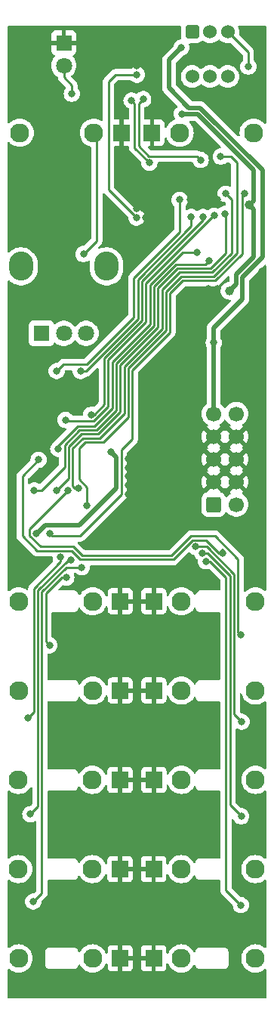
<source format=gbr>
%TF.GenerationSoftware,KiCad,Pcbnew,8.0.5+1*%
%TF.CreationDate,2024-11-27T03:26:13+08:00*%
%TF.ProjectId,MiniDiv v0.3 - Main,4d696e69-4469-4762-9076-302e33202d20,0.3*%
%TF.SameCoordinates,Original*%
%TF.FileFunction,Copper,L1,Top*%
%TF.FilePolarity,Positive*%
%FSLAX46Y46*%
G04 Gerber Fmt 4.6, Leading zero omitted, Abs format (unit mm)*
G04 Created by KiCad (PCBNEW 8.0.5+1) date 2024-11-27 03:26:13*
%MOMM*%
%LPD*%
G01*
G04 APERTURE LIST*
G04 Aperture macros list*
%AMRoundRect*
0 Rectangle with rounded corners*
0 $1 Rounding radius*
0 $2 $3 $4 $5 $6 $7 $8 $9 X,Y pos of 4 corners*
0 Add a 4 corners polygon primitive as box body*
4,1,4,$2,$3,$4,$5,$6,$7,$8,$9,$2,$3,0*
0 Add four circle primitives for the rounded corners*
1,1,$1+$1,$2,$3*
1,1,$1+$1,$4,$5*
1,1,$1+$1,$6,$7*
1,1,$1+$1,$8,$9*
0 Add four rect primitives between the rounded corners*
20,1,$1+$1,$2,$3,$4,$5,0*
20,1,$1+$1,$4,$5,$6,$7,0*
20,1,$1+$1,$6,$7,$8,$9,0*
20,1,$1+$1,$8,$9,$2,$3,0*%
G04 Aperture macros list end*
%TA.AperFunction,ComponentPad*%
%ADD10R,1.830000X1.930000*%
%TD*%
%TA.AperFunction,ComponentPad*%
%ADD11C,2.130000*%
%TD*%
%TA.AperFunction,ComponentPad*%
%ADD12RoundRect,0.250000X-0.512000X-0.512000X0.512000X-0.512000X0.512000X0.512000X-0.512000X0.512000X0*%
%TD*%
%TA.AperFunction,ComponentPad*%
%ADD13C,1.524000*%
%TD*%
%TA.AperFunction,ComponentPad*%
%ADD14R,1.800000X1.800000*%
%TD*%
%TA.AperFunction,ComponentPad*%
%ADD15C,1.800000*%
%TD*%
%TA.AperFunction,ComponentPad*%
%ADD16O,2.720000X3.240000*%
%TD*%
%TA.AperFunction,ComponentPad*%
%ADD17RoundRect,0.250000X-0.600000X-0.600000X0.600000X-0.600000X0.600000X0.600000X-0.600000X0.600000X0*%
%TD*%
%TA.AperFunction,ComponentPad*%
%ADD18C,1.700000*%
%TD*%
%TA.AperFunction,ViaPad*%
%ADD19C,0.800000*%
%TD*%
%TA.AperFunction,ViaPad*%
%ADD20C,1.000000*%
%TD*%
%TA.AperFunction,Conductor*%
%ADD21C,0.500000*%
%TD*%
%TA.AperFunction,Conductor*%
%ADD22C,0.250000*%
%TD*%
G04 APERTURE END LIST*
D10*
%TO.P,J10,S*%
%TO.N,GND*%
X106875000Y-144000000D03*
D11*
%TO.P,J10,T*%
%TO.N,Net-(J10-PadT)*%
X118275000Y-144000000D03*
%TO.P,J10,TN*%
%TO.N,unconnected-(J10-PadTN)*%
X109975000Y-144000000D03*
%TD*%
D10*
%TO.P,J3,S*%
%TO.N,GND*%
X103125000Y-124000000D03*
D11*
%TO.P,J3,T*%
%TO.N,Net-(J3-PadT)*%
X91725000Y-124000000D03*
%TO.P,J3,TN*%
%TO.N,unconnected-(J3-PadTN)*%
X100025000Y-124000000D03*
%TD*%
D10*
%TO.P,J11,S*%
%TO.N,GND*%
X106875000Y-154000000D03*
D11*
%TO.P,J11,T*%
%TO.N,Net-(J11-PadT)*%
X118275000Y-154000000D03*
%TO.P,J11,TN*%
%TO.N,unconnected-(J11-PadTN)*%
X109975000Y-154000000D03*
%TD*%
D10*
%TO.P,J7,S*%
%TO.N,GND*%
X106900000Y-114000000D03*
D11*
%TO.P,J7,T*%
%TO.N,Net-(J7-PadT)*%
X118300000Y-114000000D03*
%TO.P,J7,TN*%
%TO.N,unconnected-(J7-PadTN)*%
X110000000Y-114000000D03*
%TD*%
D12*
%TO.P,SW1,1,A*%
%TO.N,unconnected-(SW1A-A-Pad1)*%
X111200000Y-50200000D03*
D13*
%TO.P,SW1,2,B*%
%TO.N,Net-(SW1A-B)*%
X113200000Y-50200000D03*
%TO.P,SW1,3,C*%
%TO.N,Net-(D3-A)*%
X115200000Y-50200000D03*
%TO.P,SW1,4,A*%
%TO.N,unconnected-(SW1B-A-Pad4)*%
X115200000Y-55200000D03*
%TO.P,SW1,5,B*%
%TO.N,unconnected-(SW1B-B-Pad5)*%
X113200000Y-55200000D03*
%TO.P,SW1,6,C*%
%TO.N,unconnected-(SW1B-C-Pad6)*%
X111200000Y-55200000D03*
%TD*%
D10*
%TO.P,J2,S*%
%TO.N,GND*%
X103125000Y-114000000D03*
D11*
%TO.P,J2,T*%
%TO.N,Net-(J2-PadT)*%
X91725000Y-114000000D03*
%TO.P,J2,TN*%
%TO.N,unconnected-(J2-PadTN)*%
X100025000Y-114000000D03*
%TD*%
D14*
%TO.P,D4,1,K*%
%TO.N,GND*%
X96800000Y-51425000D03*
D15*
%TO.P,D4,2,A*%
%TO.N,Net-(D4-A)*%
X96800000Y-53965000D03*
%TD*%
D10*
%TO.P,J8,S*%
%TO.N,GND*%
X106900000Y-124000000D03*
D11*
%TO.P,J8,T*%
%TO.N,Net-(J8-PadT)*%
X118300000Y-124000000D03*
%TO.P,J8,TN*%
%TO.N,unconnected-(J8-PadTN)*%
X110000000Y-124000000D03*
%TD*%
D10*
%TO.P,J5,S*%
%TO.N,GND*%
X103100000Y-144000000D03*
D11*
%TO.P,J5,T*%
%TO.N,Net-(J5-PadT)*%
X91700000Y-144000000D03*
%TO.P,J5,TN*%
%TO.N,unconnected-(J5-PadTN)*%
X100000000Y-144000000D03*
%TD*%
D10*
%TO.P,J6,S*%
%TO.N,GND*%
X103125000Y-154000000D03*
D11*
%TO.P,J6,T*%
%TO.N,Net-(J6-PadT)*%
X91725000Y-154000000D03*
%TO.P,J6,TN*%
%TO.N,unconnected-(J6-PadTN)*%
X100025000Y-154000000D03*
%TD*%
D10*
%TO.P,CLOCK_IN1,S*%
%TO.N,GND*%
X103280000Y-61500000D03*
D11*
%TO.P,CLOCK_IN1,T*%
%TO.N,Net-(D1-A)*%
X91880000Y-61500000D03*
%TO.P,CLOCK_IN1,TN*%
%TO.N,INT_CLOCK*%
X100180000Y-61500000D03*
%TD*%
D10*
%TO.P,J4,S*%
%TO.N,GND*%
X103100000Y-134000000D03*
D11*
%TO.P,J4,T*%
%TO.N,Net-(J4-PadT)*%
X91700000Y-134000000D03*
%TO.P,J4,TN*%
%TO.N,unconnected-(J4-PadTN)*%
X100000000Y-134000000D03*
%TD*%
D10*
%TO.P,RESET_IN1,S*%
%TO.N,GND*%
X106700000Y-61500000D03*
D11*
%TO.P,RESET_IN1,T*%
%TO.N,Net-(D2-A)*%
X118100000Y-61500000D03*
%TO.P,RESET_IN1,TN*%
%TO.N,unconnected-(RESET_IN1-PadTN)*%
X109800000Y-61500000D03*
%TD*%
D10*
%TO.P,J9,S*%
%TO.N,GND*%
X106900000Y-134000000D03*
D11*
%TO.P,J9,T*%
%TO.N,Net-(J9-PadT)*%
X118300000Y-134000000D03*
%TO.P,J9,TN*%
%TO.N,unconnected-(J9-PadTN)*%
X110000000Y-134000000D03*
%TD*%
D16*
%TO.P,RV1,*%
%TO.N,*%
X92000000Y-76475000D03*
X101600000Y-76475000D03*
D14*
%TO.P,RV1,1,1*%
%TO.N,Net-(C7-Pad1)*%
X94300000Y-83975000D03*
D15*
%TO.P,RV1,2,2*%
X96800000Y-83975000D03*
%TO.P,RV1,3,3*%
%TO.N,Net-(R9-Pad2)*%
X99300000Y-83975000D03*
%TD*%
D17*
%TO.P,J1,1,Pin_1*%
%TO.N,-12V*%
X113610000Y-103160000D03*
D18*
%TO.P,J1,2,Pin_2*%
X116150000Y-103160000D03*
%TO.P,J1,3,Pin_3*%
%TO.N,GND*%
X113610000Y-100620000D03*
%TO.P,J1,4,Pin_4*%
X116150000Y-100620000D03*
%TO.P,J1,5,Pin_5*%
X113610000Y-98080000D03*
%TO.P,J1,6,Pin_6*%
X116150000Y-98080000D03*
%TO.P,J1,7,Pin_7*%
X113610000Y-95540000D03*
%TO.P,J1,8,Pin_8*%
X116150000Y-95540000D03*
%TO.P,J1,9,Pin_9*%
%TO.N,+12V*%
X113610000Y-93000000D03*
%TO.P,J1,10,Pin_10*%
X116150000Y-93000000D03*
%TD*%
D19*
%TO.N,+12V*%
X113610000Y-85010000D03*
X110000000Y-51950000D03*
%TO.N,GND*%
X103000000Y-52000000D03*
X116300000Y-53500000D03*
X105000000Y-70000000D03*
X118000000Y-56000000D03*
X119000000Y-55000000D03*
X104000000Y-65000000D03*
X113000000Y-69000000D03*
X114000000Y-69000000D03*
X104500000Y-107750000D03*
X102000000Y-52000000D03*
X100000000Y-53000000D03*
X103750000Y-107000000D03*
X107000000Y-52000000D03*
X102250000Y-107000000D03*
X114800000Y-52400000D03*
X91000000Y-52000000D03*
X97000000Y-74000000D03*
X98000000Y-71000000D03*
X96000000Y-64000000D03*
X105000000Y-66000000D03*
X118000000Y-81000000D03*
X102000000Y-53000000D03*
X95000000Y-73000000D03*
X111000000Y-105250000D03*
X104000000Y-51000000D03*
X108000000Y-51000000D03*
X107000000Y-67000000D03*
X91000000Y-55000000D03*
X106000000Y-73000000D03*
X106000000Y-107750000D03*
X95000000Y-66000000D03*
X110000000Y-102000000D03*
X104000000Y-68000000D03*
X119000000Y-57000000D03*
X94000000Y-52000000D03*
X111000000Y-104250000D03*
X94000000Y-69000000D03*
X98000000Y-63000000D03*
X98000000Y-64000000D03*
X101500000Y-107750000D03*
X119000000Y-51000000D03*
X113000000Y-80000000D03*
X95000000Y-72000000D03*
X109000000Y-99000000D03*
X100000000Y-54000000D03*
X94000000Y-51000000D03*
X97000000Y-73000000D03*
X110000000Y-101000000D03*
X107000000Y-53000000D03*
X114000000Y-53400000D03*
X109000000Y-98000000D03*
X113000000Y-57000000D03*
X107500000Y-59500000D03*
X110000000Y-98000000D03*
X100000000Y-52000000D03*
X94000000Y-65000000D03*
X107000000Y-50000000D03*
X110000000Y-99000000D03*
X96000000Y-72000000D03*
X106000000Y-68000000D03*
X94000000Y-67000000D03*
X92000000Y-57000000D03*
X95000000Y-67000000D03*
X106500000Y-59500000D03*
X96000000Y-71000000D03*
X104000000Y-100000000D03*
X110000000Y-96000000D03*
X107500000Y-107750000D03*
X94000000Y-70000000D03*
X96000000Y-73000000D03*
X101000000Y-53000000D03*
X97000000Y-64000000D03*
X108000000Y-67000000D03*
X95000000Y-65000000D03*
X109000000Y-102000000D03*
X91000000Y-56000000D03*
X94000000Y-72000000D03*
X106000000Y-53000000D03*
X97000000Y-66000000D03*
X97000000Y-71000000D03*
X91000000Y-54000000D03*
X94000000Y-68000000D03*
X92000000Y-54000000D03*
X103000000Y-53000000D03*
X93000000Y-56000000D03*
X98000000Y-72000000D03*
X106000000Y-72000000D03*
X105000000Y-99000000D03*
X119000000Y-52000000D03*
X105000000Y-69000000D03*
X118000000Y-51000000D03*
X110000000Y-95000000D03*
X111500000Y-53500000D03*
X104000000Y-52000000D03*
X110000000Y-105250000D03*
X103000000Y-107750000D03*
X98000000Y-69000000D03*
X101000000Y-51000000D03*
X109000000Y-101000000D03*
X109000000Y-104250000D03*
X94000000Y-53000000D03*
X105000000Y-103000000D03*
X96000000Y-66000000D03*
X106000000Y-70000000D03*
X107000000Y-68000000D03*
X106000000Y-71000000D03*
X97000000Y-62000000D03*
X105000000Y-52000000D03*
X118000000Y-57000000D03*
X97000000Y-67000000D03*
X118000000Y-80000000D03*
X100000000Y-51000000D03*
X103000000Y-64000000D03*
X98000000Y-73000000D03*
X97000000Y-65000000D03*
X103000000Y-65000000D03*
X115900000Y-52400000D03*
X92000000Y-53000000D03*
X105000000Y-68000000D03*
X95000000Y-64000000D03*
X109000000Y-95000000D03*
X105000000Y-102000000D03*
X96000000Y-74000000D03*
X106000000Y-69000000D03*
X97000000Y-69000000D03*
X104000000Y-98000000D03*
X119000000Y-56000000D03*
X100000000Y-50000000D03*
X119000000Y-78000000D03*
X93000000Y-53000000D03*
X108000000Y-69000000D03*
X112000000Y-81000000D03*
X95000000Y-68000000D03*
X93000000Y-52000000D03*
X93000000Y-51000000D03*
X92000000Y-51000000D03*
X114000000Y-59000000D03*
X109000000Y-97000000D03*
X104000000Y-53000000D03*
X104000000Y-101000000D03*
X94000000Y-64000000D03*
X98000000Y-70000000D03*
X107000000Y-70000000D03*
X105000000Y-51000000D03*
X103000000Y-50000000D03*
X105000000Y-67000000D03*
X110000000Y-100000000D03*
X91000000Y-57000000D03*
X104000000Y-102000000D03*
X104000000Y-103000000D03*
X110300000Y-53400000D03*
X107000000Y-51000000D03*
X109000000Y-100000000D03*
X106000000Y-52000000D03*
X96000000Y-69000000D03*
X101000000Y-50000000D03*
X91000000Y-58000000D03*
X102000000Y-51000000D03*
X94000000Y-71000000D03*
X96000000Y-62000000D03*
X94000000Y-55000000D03*
X110000000Y-80000000D03*
X93000000Y-55000000D03*
X114000000Y-79000000D03*
X104000000Y-66000000D03*
X92000000Y-56000000D03*
X119000000Y-80000000D03*
X106000000Y-50000000D03*
X91000000Y-53000000D03*
X104000000Y-50000000D03*
X96000000Y-70000000D03*
X114000000Y-58000000D03*
X119000000Y-50000000D03*
X108000000Y-68000000D03*
X95000000Y-70000000D03*
X111000000Y-69000000D03*
X111000000Y-80000000D03*
X105000000Y-54000000D03*
X95000000Y-74000000D03*
X112000000Y-57000000D03*
X105000000Y-100000000D03*
X98000000Y-65000000D03*
X97000000Y-68000000D03*
X104000000Y-67000000D03*
X104000000Y-99000000D03*
X94000000Y-73000000D03*
X106000000Y-67000000D03*
X105000000Y-98000000D03*
X103000000Y-66000000D03*
X94000000Y-63000000D03*
X111000000Y-81000000D03*
X103000000Y-51000000D03*
X103000000Y-67000000D03*
X119000000Y-53000000D03*
X95000000Y-69000000D03*
X101000000Y-52000000D03*
X109000000Y-96000000D03*
X119000000Y-79000000D03*
X114000000Y-81000000D03*
X105000000Y-104000000D03*
X94000000Y-54000000D03*
X96000000Y-63000000D03*
X93000000Y-54000000D03*
X110000000Y-97000000D03*
X108000000Y-50000000D03*
X117000000Y-50000000D03*
X100750000Y-107000000D03*
X119000000Y-81000000D03*
X109000000Y-50000000D03*
X97000000Y-63000000D03*
X96000000Y-65000000D03*
X102000000Y-50000000D03*
X96000000Y-67000000D03*
X119000000Y-54000000D03*
X110000000Y-104250000D03*
X118000000Y-50000000D03*
X95000000Y-63000000D03*
X92000000Y-55000000D03*
X112700000Y-53500000D03*
X98000000Y-66000000D03*
X106000000Y-74000000D03*
X97000000Y-70000000D03*
X91000000Y-51000000D03*
X118000000Y-79000000D03*
X98000000Y-67000000D03*
X113000000Y-79000000D03*
X106000000Y-51000000D03*
X100000000Y-107750000D03*
X97000000Y-72000000D03*
X114000000Y-80000000D03*
X92000000Y-52000000D03*
X96000000Y-68000000D03*
X115200000Y-53400000D03*
X94000000Y-66000000D03*
X98000000Y-68000000D03*
X95000000Y-71000000D03*
X112000000Y-80000000D03*
X105000000Y-53000000D03*
X119000000Y-77000000D03*
X95000000Y-62000000D03*
X114000000Y-57000000D03*
X109000000Y-105250000D03*
X105000000Y-101000000D03*
X107000000Y-69000000D03*
X105000000Y-50000000D03*
X113000000Y-81000000D03*
%TO.N,Net-(D3-A)*%
X117500000Y-54100000D03*
%TO.N,Net-(D4-A)*%
X97700000Y-57150000D03*
%TO.N,+10V*%
X110050000Y-59400000D03*
X93725000Y-106400000D03*
D20*
X117625000Y-69600000D03*
D19*
X102128400Y-97251600D03*
D20*
X115400000Y-79200000D03*
D19*
%TO.N,VREF*%
X105000000Y-55000003D03*
X104950000Y-71000000D03*
%TO.N,INT_CLOCK*%
X99000000Y-75100000D03*
%TO.N,/OUT_4*%
X95200000Y-118920000D03*
X97070000Y-111350000D03*
%TO.N,/OUT_8*%
X92780000Y-127080000D03*
X96450000Y-109060000D03*
%TO.N,/OUT_16*%
X93050000Y-137840000D03*
X97640000Y-109330000D03*
%TO.N,/OUT_32*%
X98800000Y-110180000D03*
X93370000Y-147640000D03*
%TO.N,/OUT_64*%
X93975000Y-98150000D03*
X114650000Y-108620000D03*
%TO.N,/OUT_128*%
X116620000Y-117740000D03*
X97300000Y-101600000D03*
%TO.N,/OUT_256*%
X116750000Y-127490000D03*
X111553690Y-107875000D03*
%TO.N,Net-(U5-Q2)*%
X112419149Y-70919149D03*
X99860000Y-93095000D03*
%TO.N,Net-(U5-Q3)*%
X97000000Y-93675000D03*
X113700000Y-70800000D03*
%TO.N,Net-(U5-Q4)*%
X96185000Y-96930000D03*
X111709060Y-74875000D03*
%TO.N,Net-(U5-Q0)*%
X109790000Y-69020000D03*
X95992500Y-88195000D03*
%TO.N,Net-(U5-Q1)*%
X98692500Y-88195000D03*
X111100000Y-70950000D03*
%TO.N,/RESET*%
X105703224Y-57739781D03*
X112150000Y-64550000D03*
%TO.N,/CLOCK*%
X106400000Y-64875000D03*
X104400000Y-57900000D03*
%TO.N,Net-(U5-Q5)*%
X93490000Y-101600000D03*
X113107753Y-75807753D03*
%TO.N,Net-(U5-Q7)*%
X114950000Y-68350000D03*
X98472347Y-101297653D03*
%TO.N,Net-(U5-Q6)*%
X96000000Y-101600000D03*
X114875000Y-70600000D03*
%TO.N,Net-(U5-Q9)*%
X117100000Y-68350000D03*
X95199200Y-106375200D03*
%TO.N,/OUT_512*%
X116700000Y-138090000D03*
X112330000Y-108600000D03*
%TO.N,Net-(U5-Q8)*%
X114400000Y-64175000D03*
X99415600Y-103276400D03*
%TO.N,/OUT_1024*%
X112743799Y-109510371D03*
X116660000Y-148040000D03*
%TD*%
D21*
%TO.N,+12V*%
X116850000Y-77700000D02*
X116850000Y-80150000D01*
X108600000Y-56450000D02*
X110850000Y-58700000D01*
X108600000Y-53350000D02*
X108600000Y-56450000D01*
X113610000Y-83390000D02*
X113610000Y-85010000D01*
X116850000Y-80150000D02*
X113610000Y-83390000D01*
X112100000Y-58700000D02*
X119100000Y-65700000D01*
X119100000Y-65700000D02*
X119100000Y-75450000D01*
X110000000Y-51950000D02*
X108600000Y-53350000D01*
X110850000Y-58700000D02*
X112100000Y-58700000D01*
X119100000Y-75450000D02*
X116850000Y-77700000D01*
X113610000Y-85010000D02*
X113610000Y-93000000D01*
D22*
%TO.N,Net-(D3-A)*%
X117500000Y-52500000D02*
X115200000Y-50200000D01*
X117500000Y-54100000D02*
X117500000Y-52500000D01*
%TO.N,Net-(D4-A)*%
X97700000Y-57150000D02*
X97700000Y-56200000D01*
X97700000Y-56200000D02*
X96800000Y-55300000D01*
X96800000Y-55300000D02*
X96800000Y-53965000D01*
D21*
%TO.N,+10V*%
X117625000Y-69600000D02*
X118086305Y-70061305D01*
X118086305Y-69138695D02*
X117625000Y-69600000D01*
X118086305Y-75413695D02*
X116150000Y-77350000D01*
X116150000Y-78450000D02*
X115400000Y-79200000D01*
X98501200Y-105511600D02*
X94691200Y-105511600D01*
X118086305Y-65676255D02*
X118086305Y-69138695D01*
X102700000Y-101312800D02*
X98501200Y-105511600D01*
X116150000Y-77350000D02*
X116150000Y-78450000D01*
X102700000Y-97823200D02*
X102700000Y-101312800D01*
X111810050Y-59400000D02*
X118086305Y-65676255D01*
X110050000Y-59400000D02*
X111810050Y-59400000D01*
X118086305Y-70061305D02*
X118086305Y-75413695D01*
X93802800Y-106400000D02*
X93725000Y-106400000D01*
X102128400Y-97251600D02*
X102700000Y-97823200D01*
X94691200Y-105511600D02*
X93802800Y-106400000D01*
D22*
%TO.N,VREF*%
X102599997Y-55000003D02*
X101800000Y-55800000D01*
X101800000Y-55800000D02*
X101800000Y-67850000D01*
X101800000Y-67850000D02*
X104950000Y-71000000D01*
X105000000Y-55000003D02*
X102599997Y-55000003D01*
%TO.N,INT_CLOCK*%
X100500000Y-61820000D02*
X100180000Y-61500000D01*
X100500000Y-73600000D02*
X100500000Y-61820000D01*
X99000000Y-75100000D02*
X100500000Y-73600000D01*
%TO.N,/OUT_4*%
X96562792Y-111350000D02*
X94790000Y-113122792D01*
X94790000Y-113122792D02*
X94790000Y-118510000D01*
X94790000Y-118510000D02*
X95200000Y-118920000D01*
X97070000Y-111350000D02*
X96562792Y-111350000D01*
%TO.N,/OUT_8*%
X93440000Y-126420000D02*
X92780000Y-127080000D01*
X93440000Y-112563604D02*
X93440000Y-126420000D01*
X96450000Y-109060000D02*
X96450000Y-109553604D01*
X96450000Y-109553604D02*
X93440000Y-112563604D01*
%TO.N,/OUT_16*%
X97640000Y-109330000D02*
X97310000Y-109330000D01*
X97310000Y-109330000D02*
X93890000Y-112750000D01*
X93890000Y-137000000D02*
X93050000Y-137840000D01*
X93890000Y-112750000D02*
X93890000Y-137000000D01*
%TO.N,/OUT_32*%
X94340000Y-112936396D02*
X94340000Y-146670000D01*
X98800000Y-110180000D02*
X97096396Y-110180000D01*
X97096396Y-110180000D02*
X94340000Y-112936396D01*
X94340000Y-146670000D02*
X93370000Y-147640000D01*
%TO.N,/OUT_64*%
X114650000Y-108620000D02*
X114650000Y-108196396D01*
X92150000Y-106700000D02*
X92150000Y-99975000D01*
X112736396Y-107150000D02*
X111253385Y-107150000D01*
X98656905Y-109321600D02*
X97670305Y-108335000D01*
X111253385Y-107150000D02*
X109081785Y-109321600D01*
X114216396Y-108630000D02*
X112736396Y-107150000D01*
X92150000Y-99975000D02*
X93975000Y-98150000D01*
X97670305Y-108335000D02*
X93785000Y-108335000D01*
X109081785Y-109321600D02*
X98656905Y-109321600D01*
X114650000Y-108196396D02*
X114216396Y-108630000D01*
X93785000Y-108335000D02*
X92150000Y-106700000D01*
%TO.N,/OUT_128*%
X113790000Y-106700000D02*
X111066989Y-106700000D01*
X111066989Y-106700000D02*
X108895389Y-108871600D01*
X108895389Y-108871600D02*
X98843301Y-108871600D01*
X92982000Y-105918000D02*
X97300000Y-101600000D01*
X116345000Y-109255000D02*
X113790000Y-106700000D01*
X97856701Y-107885000D02*
X94184695Y-107885000D01*
X92982000Y-106682305D02*
X92982000Y-105918000D01*
X94184695Y-107885000D02*
X92982000Y-106682305D01*
X116345000Y-117465000D02*
X116345000Y-109255000D01*
X116620000Y-117740000D02*
X116345000Y-117465000D01*
X98843301Y-108871600D02*
X97856701Y-107885000D01*
%TO.N,/OUT_256*%
X115895000Y-110945000D02*
X115895000Y-126635000D01*
X115895000Y-126635000D02*
X116750000Y-127490000D01*
X111553690Y-107875000D02*
X112825000Y-107875000D01*
X112825000Y-107875000D02*
X115895000Y-110945000D01*
%TO.N,Net-(U5-Q2)*%
X105560000Y-78167208D02*
X105560000Y-82552055D01*
X101335000Y-91955000D02*
X100195000Y-93095000D01*
X105560000Y-82552055D02*
X101335000Y-86777055D01*
X100195000Y-93095000D02*
X99860000Y-93095000D01*
X112419149Y-70919149D02*
X112419149Y-71308059D01*
X101335000Y-86777055D02*
X101335000Y-91955000D01*
X112419149Y-71308059D02*
X105560000Y-78167208D01*
%TO.N,Net-(U5-Q3)*%
X113563604Y-70800000D02*
X106010000Y-78353604D01*
X101785000Y-92195305D02*
X100160305Y-93820000D01*
X106010000Y-78353604D02*
X106010000Y-82738451D01*
X113700000Y-70800000D02*
X113563604Y-70800000D01*
X97145000Y-93820000D02*
X97000000Y-93675000D01*
X100160305Y-93820000D02*
X97145000Y-93820000D01*
X106010000Y-82738451D02*
X101785000Y-86963451D01*
X101785000Y-86963451D02*
X101785000Y-92195305D01*
%TO.N,Net-(U5-Q4)*%
X100256701Y-94360000D02*
X98380812Y-94360000D01*
X102235000Y-92381701D02*
X100256701Y-94360000D01*
X102235000Y-87149847D02*
X102235000Y-92381701D01*
X110125000Y-74875000D02*
X106460000Y-78540000D01*
X111709060Y-74875000D02*
X110125000Y-74875000D01*
X96185000Y-96555812D02*
X96185000Y-96930000D01*
X106460000Y-78540000D02*
X106460000Y-82924847D01*
X98380812Y-94360000D02*
X96185000Y-96555812D01*
X106460000Y-82924847D02*
X102235000Y-87149847D01*
%TO.N,Net-(U5-Q0)*%
X109800000Y-72627208D02*
X104660000Y-77767208D01*
X96717500Y-87470000D02*
X95992500Y-88195000D01*
X104660000Y-82179263D02*
X99369263Y-87470000D01*
X99369263Y-87470000D02*
X96717500Y-87470000D01*
X104660000Y-77767208D02*
X104660000Y-82179263D01*
X109790000Y-69020000D02*
X109800000Y-69030000D01*
X109800000Y-69030000D02*
X109800000Y-72627208D01*
%TO.N,Net-(U5-Q1)*%
X111100000Y-70950000D02*
X111100000Y-71963604D01*
X111100000Y-71963604D02*
X105110000Y-77953604D01*
X99280659Y-88195000D02*
X98692500Y-88195000D01*
X105110000Y-77953604D02*
X105110000Y-82365659D01*
X105110000Y-82365659D02*
X99280659Y-88195000D01*
%TO.N,/RESET*%
X105200000Y-63000000D02*
X105200000Y-58243005D01*
X112150000Y-64550000D02*
X111750000Y-64150000D01*
X106350000Y-64150000D02*
X105200000Y-63000000D01*
X105200000Y-58243005D02*
X105703224Y-57739781D01*
X111750000Y-64150000D02*
X106350000Y-64150000D01*
%TO.N,/CLOCK*%
X106400000Y-64875000D02*
X106163604Y-64638604D01*
X104750000Y-63186396D02*
X104750000Y-58250000D01*
X104750000Y-58250000D02*
X104400000Y-57900000D01*
X106163604Y-64638604D02*
X106163604Y-64600000D01*
X106163604Y-64600000D02*
X104750000Y-63186396D01*
%TO.N,Net-(U5-Q5)*%
X109386396Y-76250000D02*
X106910000Y-78726396D01*
X106910000Y-83111243D02*
X102685000Y-87336243D01*
X98567208Y-94810000D02*
X96910000Y-96467208D01*
X102685000Y-87336243D02*
X102685000Y-92568097D01*
X112665506Y-76250000D02*
X109386396Y-76250000D01*
X106910000Y-78726396D02*
X106910000Y-83111243D01*
X113107753Y-75807753D02*
X112665506Y-76250000D01*
X100443097Y-94810000D02*
X98567208Y-94810000D01*
X96910000Y-96467208D02*
X96910000Y-98950000D01*
X94260000Y-101600000D02*
X93490000Y-101600000D01*
X96910000Y-98950000D02*
X94260000Y-101600000D01*
X102685000Y-92568097D02*
X100443097Y-94810000D01*
%TO.N,Net-(U5-Q7)*%
X97810000Y-101084695D02*
X98022958Y-101297653D01*
X107810000Y-79099188D02*
X107810000Y-83484035D01*
X103585000Y-92940889D02*
X100815889Y-95710000D01*
X103585000Y-87709035D02*
X103585000Y-92940889D01*
X115600000Y-74977208D02*
X113427208Y-77150000D01*
X98022958Y-101297653D02*
X98472347Y-101297653D01*
X107810000Y-83484035D02*
X103585000Y-87709035D01*
X100815889Y-95710000D02*
X98940000Y-95710000D01*
X113427208Y-77150000D02*
X109759188Y-77150000D01*
X114950000Y-68350000D02*
X115600000Y-69000000D01*
X97810000Y-96840000D02*
X97810000Y-101084695D01*
X115600000Y-69000000D02*
X115600000Y-74977208D01*
X109759188Y-77150000D02*
X107810000Y-79099188D01*
X98940000Y-95710000D02*
X97810000Y-96840000D01*
%TO.N,Net-(U5-Q6)*%
X114950000Y-74990812D02*
X113240812Y-76700000D01*
X97360000Y-100240000D02*
X96000000Y-101600000D01*
X109572792Y-76700000D02*
X107360000Y-78912792D01*
X103135000Y-92754493D02*
X100629493Y-95260000D01*
X98753604Y-95260000D02*
X97360000Y-96653604D01*
X100629493Y-95260000D02*
X98753604Y-95260000D01*
X113240812Y-76700000D02*
X109572792Y-76700000D01*
X107360000Y-78912792D02*
X107360000Y-83297639D01*
X114950000Y-70675000D02*
X114950000Y-74990812D01*
X107360000Y-83297639D02*
X103135000Y-87522639D01*
X114875000Y-70600000D02*
X114950000Y-70675000D01*
X103135000Y-87522639D02*
X103135000Y-92754493D01*
X97360000Y-96653604D02*
X97360000Y-100240000D01*
%TO.N,Net-(U5-Q9)*%
X103275000Y-97041828D02*
X103275000Y-102007800D01*
X104485000Y-95831828D02*
X103275000Y-97041828D01*
X110131980Y-78050000D02*
X108710000Y-79471980D01*
X117100000Y-68350000D02*
X116800000Y-68650000D01*
X108710000Y-79471980D02*
X108710000Y-83856827D01*
X104485000Y-88081827D02*
X104485000Y-95831828D01*
X98602800Y-106680000D02*
X95504000Y-106680000D01*
X108710000Y-83856827D02*
X104485000Y-88081827D01*
X95504000Y-106680000D02*
X95199200Y-106375200D01*
X116800000Y-75050000D02*
X113800000Y-78050000D01*
X116800000Y-68650000D02*
X116800000Y-75050000D01*
X113800000Y-78050000D02*
X110131980Y-78050000D01*
X103275000Y-102007800D02*
X98602800Y-106680000D01*
%TO.N,/OUT_512*%
X115445000Y-111131396D02*
X115445000Y-136835000D01*
X112330000Y-108600000D02*
X112913604Y-108600000D01*
X112913604Y-108600000D02*
X115445000Y-111131396D01*
X115445000Y-136835000D02*
X116700000Y-138090000D01*
%TO.N,Net-(U5-Q8)*%
X101270000Y-96160000D02*
X104035000Y-93395000D01*
X113613604Y-77600000D02*
X116200000Y-75013604D01*
X99415600Y-101215600D02*
X98535000Y-100335000D01*
X104035000Y-87895431D02*
X108260000Y-83670431D01*
X109945584Y-77600000D02*
X113613604Y-77600000D01*
X104035000Y-93395000D02*
X104035000Y-87895431D01*
X108260000Y-79285584D02*
X109945584Y-77600000D01*
X116200000Y-64800000D02*
X115575000Y-64175000D01*
X108260000Y-83670431D02*
X108260000Y-79285584D01*
X99415600Y-103276400D02*
X99415600Y-101215600D01*
X98535000Y-96825000D02*
X99200000Y-96160000D01*
X116200000Y-75013604D02*
X116200000Y-64800000D01*
X98535000Y-100335000D02*
X98535000Y-96825000D01*
X99200000Y-96160000D02*
X101270000Y-96160000D01*
X115575000Y-64175000D02*
X114400000Y-64175000D01*
%TO.N,/OUT_1024*%
X114995000Y-146375000D02*
X116660000Y-148040000D01*
X113187579Y-109510371D02*
X114995000Y-111317792D01*
X112743799Y-109510371D02*
X113187579Y-109510371D01*
X114995000Y-111317792D02*
X114995000Y-146375000D01*
%TD*%
%TA.AperFunction,Conductor*%
%TO.N,GND*%
G36*
X110887709Y-108514092D02*
G01*
X110936527Y-108547303D01*
X110942432Y-108553862D01*
X110942434Y-108553863D01*
X110942437Y-108553866D01*
X111096938Y-108666118D01*
X111271402Y-108743794D01*
X111362574Y-108763173D01*
X111424056Y-108796365D01*
X111454724Y-108846145D01*
X111495470Y-108971549D01*
X111495473Y-108971556D01*
X111590960Y-109136944D01*
X111718747Y-109278866D01*
X111787069Y-109328505D01*
X111829733Y-109383834D01*
X111837503Y-109441782D01*
X111830295Y-109510369D01*
X111830295Y-109510371D01*
X111850257Y-109700299D01*
X111850258Y-109700302D01*
X111909269Y-109881920D01*
X111909272Y-109881927D01*
X112004759Y-110047315D01*
X112132546Y-110189237D01*
X112287047Y-110301489D01*
X112461511Y-110379165D01*
X112648312Y-110418871D01*
X112839286Y-110418871D01*
X113026087Y-110379165D01*
X113041214Y-110372430D01*
X113110464Y-110363145D01*
X113173741Y-110392772D01*
X113179332Y-110398028D01*
X114325181Y-111543877D01*
X114358666Y-111605200D01*
X114361500Y-111631558D01*
X114361500Y-112675500D01*
X114341815Y-112742539D01*
X114289011Y-112788294D01*
X114237500Y-112799500D01*
X112034108Y-112799500D01*
X111906812Y-112833608D01*
X111792686Y-112899500D01*
X111792683Y-112899502D01*
X111699502Y-112992683D01*
X111699500Y-112992686D01*
X111653556Y-113072264D01*
X111633608Y-113106814D01*
X111606237Y-113208965D01*
X111606237Y-113208966D01*
X111569872Y-113268626D01*
X111507025Y-113299155D01*
X111437649Y-113290860D01*
X111383771Y-113246375D01*
X111380735Y-113241662D01*
X111276928Y-113072264D01*
X111276927Y-113072263D01*
X111276926Y-113072262D01*
X111276925Y-113072260D01*
X111116073Y-112883927D01*
X110927740Y-112723075D01*
X110716563Y-112593666D01*
X110716562Y-112593665D01*
X110716558Y-112593663D01*
X110487744Y-112498886D01*
X110487742Y-112498885D01*
X110246911Y-112441066D01*
X110246909Y-112441065D01*
X110246906Y-112441065D01*
X110000000Y-112421634D01*
X109753093Y-112441065D01*
X109753089Y-112441066D01*
X109512258Y-112498885D01*
X109512256Y-112498885D01*
X109512255Y-112498886D01*
X109283441Y-112593663D01*
X109072259Y-112723075D01*
X108883927Y-112883927D01*
X108723075Y-113072259D01*
X108593663Y-113283441D01*
X108553561Y-113380258D01*
X108509720Y-113434661D01*
X108443426Y-113456726D01*
X108375726Y-113439447D01*
X108328116Y-113388309D01*
X108315000Y-113332805D01*
X108315000Y-112987172D01*
X108314999Y-112987155D01*
X108308598Y-112927627D01*
X108308596Y-112927620D01*
X108258354Y-112792913D01*
X108258350Y-112792906D01*
X108172190Y-112677812D01*
X108172187Y-112677809D01*
X108057093Y-112591649D01*
X108057086Y-112591645D01*
X107922379Y-112541403D01*
X107922372Y-112541401D01*
X107862844Y-112535000D01*
X107150000Y-112535000D01*
X107150000Y-113443293D01*
X107077931Y-113413442D01*
X106960080Y-113390000D01*
X106839920Y-113390000D01*
X106722069Y-113413442D01*
X106650000Y-113443293D01*
X106650000Y-112535000D01*
X105937155Y-112535000D01*
X105877627Y-112541401D01*
X105877620Y-112541403D01*
X105742913Y-112591645D01*
X105742906Y-112591649D01*
X105627812Y-112677809D01*
X105627809Y-112677812D01*
X105541649Y-112792906D01*
X105541645Y-112792913D01*
X105491403Y-112927620D01*
X105491401Y-112927627D01*
X105485000Y-112987155D01*
X105485000Y-113750000D01*
X106343294Y-113750000D01*
X106313442Y-113822069D01*
X106290000Y-113939920D01*
X106290000Y-114060080D01*
X106313442Y-114177931D01*
X106343294Y-114250000D01*
X105485000Y-114250000D01*
X105485000Y-115012844D01*
X105491401Y-115072372D01*
X105491403Y-115072379D01*
X105541645Y-115207086D01*
X105541649Y-115207093D01*
X105627809Y-115322187D01*
X105627812Y-115322190D01*
X105742906Y-115408350D01*
X105742913Y-115408354D01*
X105877620Y-115458596D01*
X105877627Y-115458598D01*
X105937155Y-115464999D01*
X105937172Y-115465000D01*
X106650000Y-115465000D01*
X106650000Y-114556706D01*
X106722069Y-114586558D01*
X106839920Y-114610000D01*
X106960080Y-114610000D01*
X107077931Y-114586558D01*
X107150000Y-114556706D01*
X107150000Y-115465000D01*
X107862828Y-115465000D01*
X107862844Y-115464999D01*
X107922372Y-115458598D01*
X107922379Y-115458596D01*
X108057086Y-115408354D01*
X108057093Y-115408350D01*
X108172187Y-115322190D01*
X108172190Y-115322187D01*
X108258350Y-115207093D01*
X108258354Y-115207086D01*
X108308596Y-115072379D01*
X108308598Y-115072372D01*
X108314999Y-115012844D01*
X108315000Y-115012827D01*
X108315000Y-114667194D01*
X108334685Y-114600155D01*
X108387489Y-114554400D01*
X108456647Y-114544456D01*
X108520203Y-114573481D01*
X108553561Y-114619742D01*
X108593662Y-114716556D01*
X108593665Y-114716561D01*
X108593666Y-114716563D01*
X108723075Y-114927740D01*
X108883927Y-115116073D01*
X109072260Y-115276925D01*
X109283437Y-115406334D01*
X109283439Y-115406334D01*
X109283441Y-115406336D01*
X109354786Y-115435888D01*
X109512258Y-115501115D01*
X109753089Y-115558934D01*
X110000000Y-115578366D01*
X110246911Y-115558934D01*
X110487742Y-115501115D01*
X110716563Y-115406334D01*
X110927740Y-115276925D01*
X111116073Y-115116073D01*
X111276925Y-114927740D01*
X111380734Y-114758337D01*
X111432546Y-114711462D01*
X111501476Y-114700039D01*
X111565639Y-114727696D01*
X111604663Y-114785651D01*
X111606237Y-114791034D01*
X111633608Y-114893187D01*
X111653556Y-114927737D01*
X111699500Y-115007314D01*
X111792686Y-115100500D01*
X111906814Y-115166392D01*
X112034108Y-115200500D01*
X112165892Y-115200500D01*
X114237500Y-115200500D01*
X114304539Y-115220185D01*
X114350294Y-115272989D01*
X114361500Y-115324500D01*
X114361500Y-122675500D01*
X114341815Y-122742539D01*
X114289011Y-122788294D01*
X114237500Y-122799500D01*
X112034108Y-122799500D01*
X111906812Y-122833608D01*
X111792686Y-122899500D01*
X111792683Y-122899502D01*
X111699502Y-122992683D01*
X111699500Y-122992686D01*
X111633609Y-123106812D01*
X111606237Y-123208966D01*
X111569872Y-123268626D01*
X111507025Y-123299155D01*
X111437649Y-123290860D01*
X111383771Y-123246375D01*
X111380735Y-123241662D01*
X111276928Y-123072264D01*
X111276927Y-123072263D01*
X111276926Y-123072262D01*
X111276925Y-123072260D01*
X111116073Y-122883927D01*
X110927740Y-122723075D01*
X110716563Y-122593666D01*
X110716562Y-122593665D01*
X110716558Y-122593663D01*
X110487744Y-122498886D01*
X110487742Y-122498885D01*
X110246911Y-122441066D01*
X110246909Y-122441065D01*
X110246906Y-122441065D01*
X110000000Y-122421634D01*
X109753093Y-122441065D01*
X109753089Y-122441066D01*
X109512258Y-122498885D01*
X109512256Y-122498885D01*
X109512255Y-122498886D01*
X109283441Y-122593663D01*
X109072259Y-122723075D01*
X108883927Y-122883927D01*
X108723075Y-123072259D01*
X108593663Y-123283441D01*
X108553561Y-123380258D01*
X108509720Y-123434661D01*
X108443426Y-123456726D01*
X108375726Y-123439447D01*
X108328116Y-123388309D01*
X108315000Y-123332805D01*
X108315000Y-122987172D01*
X108314999Y-122987155D01*
X108308598Y-122927627D01*
X108308596Y-122927620D01*
X108258354Y-122792913D01*
X108258350Y-122792906D01*
X108172190Y-122677812D01*
X108172187Y-122677809D01*
X108057093Y-122591649D01*
X108057086Y-122591645D01*
X107922379Y-122541403D01*
X107922372Y-122541401D01*
X107862844Y-122535000D01*
X107150000Y-122535000D01*
X107150000Y-123443293D01*
X107077931Y-123413442D01*
X106960080Y-123390000D01*
X106839920Y-123390000D01*
X106722069Y-123413442D01*
X106650000Y-123443293D01*
X106650000Y-122535000D01*
X105937155Y-122535000D01*
X105877627Y-122541401D01*
X105877620Y-122541403D01*
X105742913Y-122591645D01*
X105742906Y-122591649D01*
X105627812Y-122677809D01*
X105627809Y-122677812D01*
X105541649Y-122792906D01*
X105541645Y-122792913D01*
X105491403Y-122927620D01*
X105491401Y-122927627D01*
X105485000Y-122987155D01*
X105485000Y-123750000D01*
X106343294Y-123750000D01*
X106313442Y-123822069D01*
X106290000Y-123939920D01*
X106290000Y-124060080D01*
X106313442Y-124177931D01*
X106343294Y-124250000D01*
X105485000Y-124250000D01*
X105485000Y-125012844D01*
X105491401Y-125072372D01*
X105491403Y-125072379D01*
X105541645Y-125207086D01*
X105541649Y-125207093D01*
X105627809Y-125322187D01*
X105627812Y-125322190D01*
X105742906Y-125408350D01*
X105742913Y-125408354D01*
X105877620Y-125458596D01*
X105877627Y-125458598D01*
X105937155Y-125464999D01*
X105937172Y-125465000D01*
X106650000Y-125465000D01*
X106650000Y-124556706D01*
X106722069Y-124586558D01*
X106839920Y-124610000D01*
X106960080Y-124610000D01*
X107077931Y-124586558D01*
X107150000Y-124556706D01*
X107150000Y-125465000D01*
X107862828Y-125465000D01*
X107862844Y-125464999D01*
X107922372Y-125458598D01*
X107922379Y-125458596D01*
X108057086Y-125408354D01*
X108057093Y-125408350D01*
X108172187Y-125322190D01*
X108172190Y-125322187D01*
X108258350Y-125207093D01*
X108258354Y-125207086D01*
X108308596Y-125072379D01*
X108308598Y-125072372D01*
X108314999Y-125012844D01*
X108315000Y-125012827D01*
X108315000Y-124667194D01*
X108334685Y-124600155D01*
X108387489Y-124554400D01*
X108456647Y-124544456D01*
X108520203Y-124573481D01*
X108553561Y-124619742D01*
X108593662Y-124716556D01*
X108593665Y-124716561D01*
X108593666Y-124716563D01*
X108723075Y-124927740D01*
X108883927Y-125116073D01*
X109072260Y-125276925D01*
X109283437Y-125406334D01*
X109283439Y-125406334D01*
X109283441Y-125406336D01*
X109354786Y-125435888D01*
X109512258Y-125501115D01*
X109753089Y-125558934D01*
X110000000Y-125578366D01*
X110246911Y-125558934D01*
X110487742Y-125501115D01*
X110716563Y-125406334D01*
X110927740Y-125276925D01*
X111116073Y-125116073D01*
X111276925Y-124927740D01*
X111380734Y-124758337D01*
X111432546Y-124711462D01*
X111501476Y-124700039D01*
X111565639Y-124727696D01*
X111604663Y-124785651D01*
X111606237Y-124791034D01*
X111633608Y-124893187D01*
X111653556Y-124927737D01*
X111699500Y-125007314D01*
X111792686Y-125100500D01*
X111906814Y-125166392D01*
X112034108Y-125200500D01*
X112165892Y-125200500D01*
X114237500Y-125200500D01*
X114304539Y-125220185D01*
X114350294Y-125272989D01*
X114361500Y-125324500D01*
X114361500Y-132675500D01*
X114341815Y-132742539D01*
X114289011Y-132788294D01*
X114237500Y-132799500D01*
X112034108Y-132799500D01*
X111906812Y-132833608D01*
X111792686Y-132899500D01*
X111792683Y-132899502D01*
X111699502Y-132992683D01*
X111699500Y-132992686D01*
X111653556Y-133072264D01*
X111633608Y-133106814D01*
X111608209Y-133201607D01*
X111606237Y-133208966D01*
X111569872Y-133268626D01*
X111507025Y-133299155D01*
X111437649Y-133290860D01*
X111383771Y-133246375D01*
X111380735Y-133241662D01*
X111276928Y-133072264D01*
X111276927Y-133072263D01*
X111276926Y-133072262D01*
X111276925Y-133072260D01*
X111116073Y-132883927D01*
X110927740Y-132723075D01*
X110716563Y-132593666D01*
X110716562Y-132593665D01*
X110716558Y-132593663D01*
X110487744Y-132498886D01*
X110487742Y-132498885D01*
X110246911Y-132441066D01*
X110246909Y-132441065D01*
X110246906Y-132441065D01*
X110000000Y-132421634D01*
X109753093Y-132441065D01*
X109753089Y-132441066D01*
X109512258Y-132498885D01*
X109512256Y-132498885D01*
X109512255Y-132498886D01*
X109283441Y-132593663D01*
X109072259Y-132723075D01*
X108883927Y-132883927D01*
X108723075Y-133072259D01*
X108593663Y-133283441D01*
X108553561Y-133380258D01*
X108509720Y-133434661D01*
X108443426Y-133456726D01*
X108375726Y-133439447D01*
X108328116Y-133388309D01*
X108315000Y-133332805D01*
X108315000Y-132987172D01*
X108314999Y-132987155D01*
X108308598Y-132927627D01*
X108308596Y-132927620D01*
X108258354Y-132792913D01*
X108258350Y-132792906D01*
X108172190Y-132677812D01*
X108172187Y-132677809D01*
X108057093Y-132591649D01*
X108057086Y-132591645D01*
X107922379Y-132541403D01*
X107922372Y-132541401D01*
X107862844Y-132535000D01*
X107150000Y-132535000D01*
X107150000Y-133443293D01*
X107077931Y-133413442D01*
X106960080Y-133390000D01*
X106839920Y-133390000D01*
X106722069Y-133413442D01*
X106650000Y-133443293D01*
X106650000Y-132535000D01*
X105937155Y-132535000D01*
X105877627Y-132541401D01*
X105877620Y-132541403D01*
X105742913Y-132591645D01*
X105742906Y-132591649D01*
X105627812Y-132677809D01*
X105627809Y-132677812D01*
X105541649Y-132792906D01*
X105541645Y-132792913D01*
X105491403Y-132927620D01*
X105491401Y-132927627D01*
X105485000Y-132987155D01*
X105485000Y-133750000D01*
X106343294Y-133750000D01*
X106313442Y-133822069D01*
X106290000Y-133939920D01*
X106290000Y-134060080D01*
X106313442Y-134177931D01*
X106343294Y-134250000D01*
X105485000Y-134250000D01*
X105485000Y-135012844D01*
X105491401Y-135072372D01*
X105491403Y-135072379D01*
X105541645Y-135207086D01*
X105541649Y-135207093D01*
X105627809Y-135322187D01*
X105627812Y-135322190D01*
X105742906Y-135408350D01*
X105742913Y-135408354D01*
X105877620Y-135458596D01*
X105877627Y-135458598D01*
X105937155Y-135464999D01*
X105937172Y-135465000D01*
X106650000Y-135465000D01*
X106650000Y-134556706D01*
X106722069Y-134586558D01*
X106839920Y-134610000D01*
X106960080Y-134610000D01*
X107077931Y-134586558D01*
X107150000Y-134556706D01*
X107150000Y-135465000D01*
X107862828Y-135465000D01*
X107862844Y-135464999D01*
X107922372Y-135458598D01*
X107922379Y-135458596D01*
X108057086Y-135408354D01*
X108057093Y-135408350D01*
X108172187Y-135322190D01*
X108172190Y-135322187D01*
X108258350Y-135207093D01*
X108258354Y-135207086D01*
X108308596Y-135072379D01*
X108308598Y-135072372D01*
X108314999Y-135012844D01*
X108315000Y-135012827D01*
X108315000Y-134667194D01*
X108334685Y-134600155D01*
X108387489Y-134554400D01*
X108456647Y-134544456D01*
X108520203Y-134573481D01*
X108553561Y-134619742D01*
X108593662Y-134716556D01*
X108593665Y-134716561D01*
X108593666Y-134716563D01*
X108723075Y-134927740D01*
X108883927Y-135116073D01*
X109072260Y-135276925D01*
X109283437Y-135406334D01*
X109283439Y-135406334D01*
X109283441Y-135406336D01*
X109354786Y-135435888D01*
X109512258Y-135501115D01*
X109753089Y-135558934D01*
X110000000Y-135578366D01*
X110246911Y-135558934D01*
X110487742Y-135501115D01*
X110716563Y-135406334D01*
X110927740Y-135276925D01*
X111116073Y-135116073D01*
X111276925Y-134927740D01*
X111380734Y-134758337D01*
X111432546Y-134711462D01*
X111501476Y-134700039D01*
X111565639Y-134727696D01*
X111604663Y-134785651D01*
X111606237Y-134791034D01*
X111633608Y-134893187D01*
X111653556Y-134927737D01*
X111699500Y-135007314D01*
X111792686Y-135100500D01*
X111906814Y-135166392D01*
X112034108Y-135200500D01*
X112165892Y-135200500D01*
X114237500Y-135200500D01*
X114304539Y-135220185D01*
X114350294Y-135272989D01*
X114361500Y-135324500D01*
X114361500Y-142675500D01*
X114341815Y-142742539D01*
X114289011Y-142788294D01*
X114237500Y-142799500D01*
X112009108Y-142799500D01*
X111881812Y-142833608D01*
X111767686Y-142899500D01*
X111767683Y-142899502D01*
X111674502Y-142992683D01*
X111674500Y-142992686D01*
X111608609Y-143106812D01*
X111581237Y-143208966D01*
X111544872Y-143268626D01*
X111482025Y-143299155D01*
X111412649Y-143290860D01*
X111358771Y-143246375D01*
X111355735Y-143241662D01*
X111251928Y-143072264D01*
X111251927Y-143072263D01*
X111251926Y-143072262D01*
X111251925Y-143072260D01*
X111091073Y-142883927D01*
X110902740Y-142723075D01*
X110691563Y-142593666D01*
X110691562Y-142593665D01*
X110691558Y-142593663D01*
X110462744Y-142498886D01*
X110462742Y-142498885D01*
X110221911Y-142441066D01*
X110221909Y-142441065D01*
X110221906Y-142441065D01*
X109975000Y-142421634D01*
X109728093Y-142441065D01*
X109728089Y-142441066D01*
X109487258Y-142498885D01*
X109487256Y-142498885D01*
X109487255Y-142498886D01*
X109258441Y-142593663D01*
X109047259Y-142723075D01*
X108858927Y-142883927D01*
X108698075Y-143072259D01*
X108568663Y-143283441D01*
X108528561Y-143380258D01*
X108484720Y-143434661D01*
X108418426Y-143456726D01*
X108350726Y-143439447D01*
X108303116Y-143388309D01*
X108290000Y-143332805D01*
X108290000Y-142987172D01*
X108289999Y-142987155D01*
X108283598Y-142927627D01*
X108283596Y-142927620D01*
X108233354Y-142792913D01*
X108233350Y-142792906D01*
X108147190Y-142677812D01*
X108147187Y-142677809D01*
X108032093Y-142591649D01*
X108032086Y-142591645D01*
X107897379Y-142541403D01*
X107897372Y-142541401D01*
X107837844Y-142535000D01*
X107125000Y-142535000D01*
X107125000Y-143443293D01*
X107052931Y-143413442D01*
X106935080Y-143390000D01*
X106814920Y-143390000D01*
X106697069Y-143413442D01*
X106625000Y-143443293D01*
X106625000Y-142535000D01*
X105912155Y-142535000D01*
X105852627Y-142541401D01*
X105852620Y-142541403D01*
X105717913Y-142591645D01*
X105717906Y-142591649D01*
X105602812Y-142677809D01*
X105602809Y-142677812D01*
X105516649Y-142792906D01*
X105516645Y-142792913D01*
X105466403Y-142927620D01*
X105466401Y-142927627D01*
X105460000Y-142987155D01*
X105460000Y-143750000D01*
X106318294Y-143750000D01*
X106288442Y-143822069D01*
X106265000Y-143939920D01*
X106265000Y-144060080D01*
X106288442Y-144177931D01*
X106318294Y-144250000D01*
X105460000Y-144250000D01*
X105460000Y-145012844D01*
X105466401Y-145072372D01*
X105466403Y-145072379D01*
X105516645Y-145207086D01*
X105516649Y-145207093D01*
X105602809Y-145322187D01*
X105602812Y-145322190D01*
X105717906Y-145408350D01*
X105717913Y-145408354D01*
X105852620Y-145458596D01*
X105852627Y-145458598D01*
X105912155Y-145464999D01*
X105912172Y-145465000D01*
X106625000Y-145465000D01*
X106625000Y-144556706D01*
X106697069Y-144586558D01*
X106814920Y-144610000D01*
X106935080Y-144610000D01*
X107052931Y-144586558D01*
X107125000Y-144556706D01*
X107125000Y-145465000D01*
X107837828Y-145465000D01*
X107837844Y-145464999D01*
X107897372Y-145458598D01*
X107897379Y-145458596D01*
X108032086Y-145408354D01*
X108032093Y-145408350D01*
X108147187Y-145322190D01*
X108147190Y-145322187D01*
X108233350Y-145207093D01*
X108233354Y-145207086D01*
X108283596Y-145072379D01*
X108283598Y-145072372D01*
X108289999Y-145012844D01*
X108290000Y-145012827D01*
X108290000Y-144667194D01*
X108309685Y-144600155D01*
X108362489Y-144554400D01*
X108431647Y-144544456D01*
X108495203Y-144573481D01*
X108528561Y-144619742D01*
X108568662Y-144716556D01*
X108568665Y-144716561D01*
X108568666Y-144716563D01*
X108698075Y-144927740D01*
X108858927Y-145116073D01*
X109047260Y-145276925D01*
X109258437Y-145406334D01*
X109258439Y-145406334D01*
X109258441Y-145406336D01*
X109329786Y-145435888D01*
X109487258Y-145501115D01*
X109728089Y-145558934D01*
X109975000Y-145578366D01*
X110221911Y-145558934D01*
X110462742Y-145501115D01*
X110691563Y-145406334D01*
X110902740Y-145276925D01*
X111091073Y-145116073D01*
X111251925Y-144927740D01*
X111355734Y-144758337D01*
X111407546Y-144711462D01*
X111476476Y-144700039D01*
X111540639Y-144727696D01*
X111579663Y-144785651D01*
X111581237Y-144791034D01*
X111608608Y-144893187D01*
X111628556Y-144927737D01*
X111674500Y-145007314D01*
X111767686Y-145100500D01*
X111881814Y-145166392D01*
X112009108Y-145200500D01*
X112140892Y-145200500D01*
X114237500Y-145200500D01*
X114304539Y-145220185D01*
X114350294Y-145272989D01*
X114361500Y-145324500D01*
X114361500Y-146437398D01*
X114385843Y-146559777D01*
X114385845Y-146559785D01*
X114433598Y-146675072D01*
X114433603Y-146675081D01*
X114502928Y-146778832D01*
X114502931Y-146778836D01*
X115713379Y-147989284D01*
X115746864Y-148050607D01*
X115749018Y-148063999D01*
X115766458Y-148229928D01*
X115766459Y-148229931D01*
X115825470Y-148411549D01*
X115825473Y-148411556D01*
X115920960Y-148576944D01*
X116048747Y-148718866D01*
X116203248Y-148831118D01*
X116377712Y-148908794D01*
X116564513Y-148948500D01*
X116755487Y-148948500D01*
X116942288Y-148908794D01*
X117116752Y-148831118D01*
X117271253Y-148718866D01*
X117399040Y-148576944D01*
X117494527Y-148411556D01*
X117553542Y-148229928D01*
X117573504Y-148040000D01*
X117553542Y-147850072D01*
X117494527Y-147668444D01*
X117399040Y-147503056D01*
X117271253Y-147361134D01*
X117116752Y-147248882D01*
X116942288Y-147171206D01*
X116942286Y-147171205D01*
X116755487Y-147131500D01*
X116698767Y-147131500D01*
X116631728Y-147111815D01*
X116611086Y-147095181D01*
X115664819Y-146148914D01*
X115631334Y-146087591D01*
X115628500Y-146061233D01*
X115628500Y-138512679D01*
X115648185Y-138445640D01*
X115700989Y-138399885D01*
X115770147Y-138389941D01*
X115833703Y-138418966D01*
X115861435Y-138456383D01*
X115862224Y-138455928D01*
X115865472Y-138461554D01*
X115865473Y-138461556D01*
X115960960Y-138626944D01*
X116088747Y-138768866D01*
X116243248Y-138881118D01*
X116417712Y-138958794D01*
X116604513Y-138998500D01*
X116795487Y-138998500D01*
X116982288Y-138958794D01*
X117156752Y-138881118D01*
X117311253Y-138768866D01*
X117439040Y-138626944D01*
X117534527Y-138461556D01*
X117593542Y-138279928D01*
X117613504Y-138090000D01*
X117593542Y-137900072D01*
X117534527Y-137718444D01*
X117439040Y-137553056D01*
X117311253Y-137411134D01*
X117156752Y-137298882D01*
X116982288Y-137221206D01*
X116982286Y-137221205D01*
X116795487Y-137181500D01*
X116738766Y-137181500D01*
X116671727Y-137161815D01*
X116651085Y-137145181D01*
X116114819Y-136608915D01*
X116081334Y-136547592D01*
X116078500Y-136521234D01*
X116078500Y-128368458D01*
X116098185Y-128301419D01*
X116150989Y-128255664D01*
X116220147Y-128245720D01*
X116275386Y-128268141D01*
X116293242Y-128281114D01*
X116293243Y-128281115D01*
X116293245Y-128281116D01*
X116293248Y-128281118D01*
X116467712Y-128358794D01*
X116654513Y-128398500D01*
X116845487Y-128398500D01*
X117032288Y-128358794D01*
X117206752Y-128281118D01*
X117361253Y-128168866D01*
X117489040Y-128026944D01*
X117584527Y-127861556D01*
X117643542Y-127679928D01*
X117663504Y-127490000D01*
X117643542Y-127300072D01*
X117584527Y-127118444D01*
X117489040Y-126953056D01*
X117361253Y-126811134D01*
X117206752Y-126698882D01*
X117032288Y-126621206D01*
X117032286Y-126621205D01*
X116845487Y-126581500D01*
X116788766Y-126581500D01*
X116721727Y-126561815D01*
X116701090Y-126545185D01*
X116564817Y-126408912D01*
X116531334Y-126347591D01*
X116528500Y-126321233D01*
X116528500Y-124409177D01*
X116548185Y-124342138D01*
X116600989Y-124296383D01*
X116670147Y-124286439D01*
X116733703Y-124315464D01*
X116771477Y-124374242D01*
X116773067Y-124380207D01*
X116775144Y-124388853D01*
X116798885Y-124487742D01*
X116893663Y-124716558D01*
X116893665Y-124716562D01*
X116893666Y-124716563D01*
X117023075Y-124927740D01*
X117183927Y-125116073D01*
X117372260Y-125276925D01*
X117583437Y-125406334D01*
X117583439Y-125406334D01*
X117583441Y-125406336D01*
X117654786Y-125435888D01*
X117812258Y-125501115D01*
X118053089Y-125558934D01*
X118300000Y-125578366D01*
X118546911Y-125558934D01*
X118787742Y-125501115D01*
X119016563Y-125406334D01*
X119227740Y-125276925D01*
X119294969Y-125219505D01*
X119358729Y-125190935D01*
X119427815Y-125201372D01*
X119480291Y-125247503D01*
X119499500Y-125313796D01*
X119499500Y-132686203D01*
X119479815Y-132753242D01*
X119427011Y-132798997D01*
X119357853Y-132808941D01*
X119294969Y-132780494D01*
X119285434Y-132772351D01*
X119227740Y-132723075D01*
X119016563Y-132593666D01*
X119016562Y-132593665D01*
X119016558Y-132593663D01*
X118787744Y-132498886D01*
X118787742Y-132498885D01*
X118546911Y-132441066D01*
X118546909Y-132441065D01*
X118546906Y-132441065D01*
X118300000Y-132421634D01*
X118053093Y-132441065D01*
X118053089Y-132441066D01*
X117812258Y-132498885D01*
X117812256Y-132498885D01*
X117812255Y-132498886D01*
X117583441Y-132593663D01*
X117372259Y-132723075D01*
X117183927Y-132883927D01*
X117023075Y-133072259D01*
X116893663Y-133283441D01*
X116798886Y-133512255D01*
X116741065Y-133753093D01*
X116721634Y-134000000D01*
X116741065Y-134246906D01*
X116741065Y-134246909D01*
X116741066Y-134246911D01*
X116798885Y-134487742D01*
X116798886Y-134487744D01*
X116893663Y-134716558D01*
X116893665Y-134716562D01*
X116893666Y-134716563D01*
X117023075Y-134927740D01*
X117183927Y-135116073D01*
X117372260Y-135276925D01*
X117583437Y-135406334D01*
X117583439Y-135406334D01*
X117583441Y-135406336D01*
X117654786Y-135435888D01*
X117812258Y-135501115D01*
X118053089Y-135558934D01*
X118300000Y-135578366D01*
X118546911Y-135558934D01*
X118787742Y-135501115D01*
X119016563Y-135406334D01*
X119227740Y-135276925D01*
X119294969Y-135219505D01*
X119358729Y-135190935D01*
X119427815Y-135201372D01*
X119480291Y-135247503D01*
X119499500Y-135313796D01*
X119499500Y-142707555D01*
X119479815Y-142774594D01*
X119427011Y-142820349D01*
X119357853Y-142830293D01*
X119294969Y-142801846D01*
X119263061Y-142774594D01*
X119202740Y-142723075D01*
X118991563Y-142593666D01*
X118991562Y-142593665D01*
X118991558Y-142593663D01*
X118762744Y-142498886D01*
X118762742Y-142498885D01*
X118521911Y-142441066D01*
X118521909Y-142441065D01*
X118521906Y-142441065D01*
X118275000Y-142421634D01*
X118028093Y-142441065D01*
X118028089Y-142441066D01*
X117787258Y-142498885D01*
X117787256Y-142498885D01*
X117787255Y-142498886D01*
X117558441Y-142593663D01*
X117347259Y-142723075D01*
X117158927Y-142883927D01*
X116998075Y-143072259D01*
X116868663Y-143283441D01*
X116773886Y-143512255D01*
X116716065Y-143753093D01*
X116696634Y-144000000D01*
X116716065Y-144246906D01*
X116716065Y-144246909D01*
X116716066Y-144246911D01*
X116773885Y-144487742D01*
X116773886Y-144487744D01*
X116868663Y-144716558D01*
X116868665Y-144716562D01*
X116868666Y-144716563D01*
X116998075Y-144927740D01*
X117158927Y-145116073D01*
X117347260Y-145276925D01*
X117558437Y-145406334D01*
X117558439Y-145406334D01*
X117558441Y-145406336D01*
X117629786Y-145435888D01*
X117787258Y-145501115D01*
X118028089Y-145558934D01*
X118275000Y-145578366D01*
X118521911Y-145558934D01*
X118762742Y-145501115D01*
X118991563Y-145406334D01*
X119202740Y-145276925D01*
X119294969Y-145198153D01*
X119358729Y-145169583D01*
X119427815Y-145180020D01*
X119480291Y-145226151D01*
X119499500Y-145292444D01*
X119499500Y-152707555D01*
X119479815Y-152774594D01*
X119427011Y-152820349D01*
X119357853Y-152830293D01*
X119294969Y-152801846D01*
X119262187Y-152773848D01*
X119202740Y-152723075D01*
X118991563Y-152593666D01*
X118991562Y-152593665D01*
X118991558Y-152593663D01*
X118762744Y-152498886D01*
X118762742Y-152498885D01*
X118521911Y-152441066D01*
X118521909Y-152441065D01*
X118521906Y-152441065D01*
X118275000Y-152421634D01*
X118028093Y-152441065D01*
X118028089Y-152441066D01*
X117787258Y-152498885D01*
X117787256Y-152498885D01*
X117787255Y-152498886D01*
X117558441Y-152593663D01*
X117347259Y-152723075D01*
X117158927Y-152883927D01*
X116998075Y-153072259D01*
X116868663Y-153283441D01*
X116773886Y-153512255D01*
X116716065Y-153753093D01*
X116696634Y-154000000D01*
X116716065Y-154246906D01*
X116716065Y-154246909D01*
X116716066Y-154246911D01*
X116773885Y-154487742D01*
X116773886Y-154487744D01*
X116868663Y-154716558D01*
X116868665Y-154716562D01*
X116868666Y-154716563D01*
X116998075Y-154927740D01*
X117158927Y-155116073D01*
X117347260Y-155276925D01*
X117558437Y-155406334D01*
X117558439Y-155406334D01*
X117558441Y-155406336D01*
X117629786Y-155435888D01*
X117787258Y-155501115D01*
X118028089Y-155558934D01*
X118275000Y-155578366D01*
X118521911Y-155558934D01*
X118762742Y-155501115D01*
X118991563Y-155406334D01*
X119202740Y-155276925D01*
X119294969Y-155198153D01*
X119358729Y-155169583D01*
X119427815Y-155180020D01*
X119480291Y-155226151D01*
X119499500Y-155292444D01*
X119499500Y-158375500D01*
X119479815Y-158442539D01*
X119427011Y-158488294D01*
X119375500Y-158499500D01*
X90624500Y-158499500D01*
X90557461Y-158479815D01*
X90511706Y-158427011D01*
X90500500Y-158375500D01*
X90500500Y-155292444D01*
X90520185Y-155225405D01*
X90572989Y-155179650D01*
X90642147Y-155169706D01*
X90705030Y-155198153D01*
X90797260Y-155276925D01*
X91008437Y-155406334D01*
X91008439Y-155406334D01*
X91008441Y-155406336D01*
X91079786Y-155435888D01*
X91237258Y-155501115D01*
X91478089Y-155558934D01*
X91725000Y-155578366D01*
X91971911Y-155558934D01*
X92212742Y-155501115D01*
X92441563Y-155406334D01*
X92652740Y-155276925D01*
X92841073Y-155116073D01*
X93001925Y-154927740D01*
X93131334Y-154716563D01*
X93226115Y-154487742D01*
X93283934Y-154246911D01*
X93303366Y-154000000D01*
X93283934Y-153753089D01*
X93226115Y-153512258D01*
X93134409Y-153290860D01*
X93131336Y-153283441D01*
X93122257Y-153268626D01*
X93101105Y-153234108D01*
X94724500Y-153234108D01*
X94724500Y-154634108D01*
X94724500Y-154765892D01*
X94731237Y-154791034D01*
X94758608Y-154893187D01*
X94778556Y-154927737D01*
X94824500Y-155007314D01*
X94917686Y-155100500D01*
X95031814Y-155166392D01*
X95159108Y-155200500D01*
X95159110Y-155200500D01*
X97990890Y-155200500D01*
X97990892Y-155200500D01*
X98118186Y-155166392D01*
X98232314Y-155100500D01*
X98325500Y-155007314D01*
X98391392Y-154893186D01*
X98418763Y-154791032D01*
X98455126Y-154731374D01*
X98517973Y-154700844D01*
X98587348Y-154709138D01*
X98641227Y-154753623D01*
X98644264Y-154758337D01*
X98748071Y-154927734D01*
X98748072Y-154927736D01*
X98748073Y-154927737D01*
X98748075Y-154927740D01*
X98908927Y-155116073D01*
X99097260Y-155276925D01*
X99308437Y-155406334D01*
X99308439Y-155406334D01*
X99308441Y-155406336D01*
X99379786Y-155435888D01*
X99537258Y-155501115D01*
X99778089Y-155558934D01*
X100025000Y-155578366D01*
X100271911Y-155558934D01*
X100512742Y-155501115D01*
X100741563Y-155406334D01*
X100952740Y-155276925D01*
X101141073Y-155116073D01*
X101301925Y-154927740D01*
X101431334Y-154716563D01*
X101437845Y-154700844D01*
X101471439Y-154619742D01*
X101515280Y-154565338D01*
X101581574Y-154543273D01*
X101649273Y-154560552D01*
X101696884Y-154611689D01*
X101710000Y-154667194D01*
X101710000Y-155012844D01*
X101716401Y-155072372D01*
X101716403Y-155072379D01*
X101766645Y-155207086D01*
X101766649Y-155207093D01*
X101852809Y-155322187D01*
X101852812Y-155322190D01*
X101967906Y-155408350D01*
X101967913Y-155408354D01*
X102102620Y-155458596D01*
X102102627Y-155458598D01*
X102162155Y-155464999D01*
X102162172Y-155465000D01*
X102875000Y-155465000D01*
X102875000Y-154556706D01*
X102947069Y-154586558D01*
X103064920Y-154610000D01*
X103185080Y-154610000D01*
X103302931Y-154586558D01*
X103375000Y-154556706D01*
X103375000Y-155465000D01*
X104087828Y-155465000D01*
X104087844Y-155464999D01*
X104147372Y-155458598D01*
X104147379Y-155458596D01*
X104282086Y-155408354D01*
X104282093Y-155408350D01*
X104397187Y-155322190D01*
X104397190Y-155322187D01*
X104483350Y-155207093D01*
X104483354Y-155207086D01*
X104533596Y-155072379D01*
X104533598Y-155072372D01*
X104539999Y-155012844D01*
X104540000Y-155012827D01*
X104540000Y-154250000D01*
X103681706Y-154250000D01*
X103711558Y-154177931D01*
X103735000Y-154060080D01*
X103735000Y-153939920D01*
X103711558Y-153822069D01*
X103681706Y-153750000D01*
X104540000Y-153750000D01*
X104540000Y-152987172D01*
X104539999Y-152987155D01*
X105460000Y-152987155D01*
X105460000Y-153750000D01*
X106318294Y-153750000D01*
X106288442Y-153822069D01*
X106265000Y-153939920D01*
X106265000Y-154060080D01*
X106288442Y-154177931D01*
X106318294Y-154250000D01*
X105460000Y-154250000D01*
X105460000Y-155012844D01*
X105466401Y-155072372D01*
X105466403Y-155072379D01*
X105516645Y-155207086D01*
X105516649Y-155207093D01*
X105602809Y-155322187D01*
X105602812Y-155322190D01*
X105717906Y-155408350D01*
X105717913Y-155408354D01*
X105852620Y-155458596D01*
X105852627Y-155458598D01*
X105912155Y-155464999D01*
X105912172Y-155465000D01*
X106625000Y-155465000D01*
X106625000Y-154556706D01*
X106697069Y-154586558D01*
X106814920Y-154610000D01*
X106935080Y-154610000D01*
X107052931Y-154586558D01*
X107125000Y-154556706D01*
X107125000Y-155465000D01*
X107837828Y-155465000D01*
X107837844Y-155464999D01*
X107897372Y-155458598D01*
X107897379Y-155458596D01*
X108032086Y-155408354D01*
X108032093Y-155408350D01*
X108147187Y-155322190D01*
X108147190Y-155322187D01*
X108233350Y-155207093D01*
X108233354Y-155207086D01*
X108283596Y-155072379D01*
X108283598Y-155072372D01*
X108289999Y-155012844D01*
X108290000Y-155012827D01*
X108290000Y-154667194D01*
X108309685Y-154600155D01*
X108362489Y-154554400D01*
X108431647Y-154544456D01*
X108495203Y-154573481D01*
X108528561Y-154619742D01*
X108568662Y-154716556D01*
X108568665Y-154716561D01*
X108568666Y-154716563D01*
X108698075Y-154927740D01*
X108858927Y-155116073D01*
X109047260Y-155276925D01*
X109258437Y-155406334D01*
X109258439Y-155406334D01*
X109258441Y-155406336D01*
X109329786Y-155435888D01*
X109487258Y-155501115D01*
X109728089Y-155558934D01*
X109975000Y-155578366D01*
X110221911Y-155558934D01*
X110462742Y-155501115D01*
X110691563Y-155406334D01*
X110902740Y-155276925D01*
X111091073Y-155116073D01*
X111251925Y-154927740D01*
X111355734Y-154758337D01*
X111407546Y-154711462D01*
X111476476Y-154700039D01*
X111540639Y-154727696D01*
X111579663Y-154785651D01*
X111581237Y-154791034D01*
X111608608Y-154893187D01*
X111628556Y-154927737D01*
X111674500Y-155007314D01*
X111767686Y-155100500D01*
X111881814Y-155166392D01*
X112009108Y-155200500D01*
X112009110Y-155200500D01*
X114840890Y-155200500D01*
X114840892Y-155200500D01*
X114968186Y-155166392D01*
X115082314Y-155100500D01*
X115175500Y-155007314D01*
X115241392Y-154893186D01*
X115275500Y-154765892D01*
X115275500Y-153234108D01*
X115241392Y-153106814D01*
X115175500Y-152992686D01*
X115082314Y-152899500D01*
X115025250Y-152866554D01*
X114968187Y-152833608D01*
X114849647Y-152801846D01*
X114840892Y-152799500D01*
X112140892Y-152799500D01*
X112009108Y-152799500D01*
X111881812Y-152833608D01*
X111767686Y-152899500D01*
X111767683Y-152899502D01*
X111674502Y-152992683D01*
X111674500Y-152992686D01*
X111608609Y-153106812D01*
X111581237Y-153208966D01*
X111544872Y-153268626D01*
X111482025Y-153299155D01*
X111412649Y-153290860D01*
X111358771Y-153246375D01*
X111355735Y-153241662D01*
X111251928Y-153072264D01*
X111251927Y-153072263D01*
X111251926Y-153072262D01*
X111251925Y-153072260D01*
X111091073Y-152883927D01*
X110902740Y-152723075D01*
X110691563Y-152593666D01*
X110691562Y-152593665D01*
X110691558Y-152593663D01*
X110462744Y-152498886D01*
X110462742Y-152498885D01*
X110221911Y-152441066D01*
X110221909Y-152441065D01*
X110221906Y-152441065D01*
X109975000Y-152421634D01*
X109728093Y-152441065D01*
X109728089Y-152441066D01*
X109487258Y-152498885D01*
X109487256Y-152498885D01*
X109487255Y-152498886D01*
X109258441Y-152593663D01*
X109047259Y-152723075D01*
X108858927Y-152883927D01*
X108698075Y-153072259D01*
X108568663Y-153283441D01*
X108528561Y-153380258D01*
X108484720Y-153434661D01*
X108418426Y-153456726D01*
X108350726Y-153439447D01*
X108303116Y-153388309D01*
X108290000Y-153332805D01*
X108290000Y-152987172D01*
X108289999Y-152987155D01*
X108283598Y-152927627D01*
X108283596Y-152927620D01*
X108233354Y-152792913D01*
X108233350Y-152792906D01*
X108147190Y-152677812D01*
X108147187Y-152677809D01*
X108032093Y-152591649D01*
X108032086Y-152591645D01*
X107897379Y-152541403D01*
X107897372Y-152541401D01*
X107837844Y-152535000D01*
X107125000Y-152535000D01*
X107125000Y-153443293D01*
X107052931Y-153413442D01*
X106935080Y-153390000D01*
X106814920Y-153390000D01*
X106697069Y-153413442D01*
X106625000Y-153443293D01*
X106625000Y-152535000D01*
X105912155Y-152535000D01*
X105852627Y-152541401D01*
X105852620Y-152541403D01*
X105717913Y-152591645D01*
X105717906Y-152591649D01*
X105602812Y-152677809D01*
X105602809Y-152677812D01*
X105516649Y-152792906D01*
X105516645Y-152792913D01*
X105466403Y-152927620D01*
X105466401Y-152927627D01*
X105460000Y-152987155D01*
X104539999Y-152987155D01*
X104533598Y-152927627D01*
X104533596Y-152927620D01*
X104483354Y-152792913D01*
X104483350Y-152792906D01*
X104397190Y-152677812D01*
X104397187Y-152677809D01*
X104282093Y-152591649D01*
X104282086Y-152591645D01*
X104147379Y-152541403D01*
X104147372Y-152541401D01*
X104087844Y-152535000D01*
X103375000Y-152535000D01*
X103375000Y-153443293D01*
X103302931Y-153413442D01*
X103185080Y-153390000D01*
X103064920Y-153390000D01*
X102947069Y-153413442D01*
X102875000Y-153443293D01*
X102875000Y-152535000D01*
X102162155Y-152535000D01*
X102102627Y-152541401D01*
X102102620Y-152541403D01*
X101967913Y-152591645D01*
X101967906Y-152591649D01*
X101852812Y-152677809D01*
X101852809Y-152677812D01*
X101766649Y-152792906D01*
X101766645Y-152792913D01*
X101716403Y-152927620D01*
X101716401Y-152927627D01*
X101710000Y-152987155D01*
X101710000Y-153332805D01*
X101690315Y-153399844D01*
X101637511Y-153445599D01*
X101568353Y-153455543D01*
X101504797Y-153426518D01*
X101471439Y-153380258D01*
X101431336Y-153283441D01*
X101422257Y-153268626D01*
X101301925Y-153072260D01*
X101141073Y-152883927D01*
X100952740Y-152723075D01*
X100741563Y-152593666D01*
X100741562Y-152593665D01*
X100741558Y-152593663D01*
X100512744Y-152498886D01*
X100512742Y-152498885D01*
X100271911Y-152441066D01*
X100271909Y-152441065D01*
X100271906Y-152441065D01*
X100025000Y-152421634D01*
X99778093Y-152441065D01*
X99778089Y-152441066D01*
X99537258Y-152498885D01*
X99537256Y-152498885D01*
X99537255Y-152498886D01*
X99308441Y-152593663D01*
X99097259Y-152723075D01*
X98908927Y-152883927D01*
X98748072Y-153072263D01*
X98748071Y-153072265D01*
X98644264Y-153241662D01*
X98592452Y-153288537D01*
X98523522Y-153299960D01*
X98459360Y-153272302D01*
X98420335Y-153214347D01*
X98418774Y-153209006D01*
X98391392Y-153106814D01*
X98325500Y-152992686D01*
X98232314Y-152899500D01*
X98175250Y-152866554D01*
X98118187Y-152833608D01*
X97999647Y-152801846D01*
X97990892Y-152799500D01*
X95290892Y-152799500D01*
X95159108Y-152799500D01*
X95031812Y-152833608D01*
X94917686Y-152899500D01*
X94917683Y-152899502D01*
X94824502Y-152992683D01*
X94824500Y-152992686D01*
X94758608Y-153106812D01*
X94731237Y-153208965D01*
X94724500Y-153234108D01*
X93101105Y-153234108D01*
X93001925Y-153072260D01*
X92841073Y-152883927D01*
X92652740Y-152723075D01*
X92441563Y-152593666D01*
X92441562Y-152593665D01*
X92441558Y-152593663D01*
X92212744Y-152498886D01*
X92212742Y-152498885D01*
X91971911Y-152441066D01*
X91971909Y-152441065D01*
X91971906Y-152441065D01*
X91725000Y-152421634D01*
X91478093Y-152441065D01*
X91478089Y-152441066D01*
X91237258Y-152498885D01*
X91237256Y-152498885D01*
X91237255Y-152498886D01*
X91008441Y-152593663D01*
X90797260Y-152723075D01*
X90705031Y-152801846D01*
X90641270Y-152830416D01*
X90572184Y-152819979D01*
X90519708Y-152773848D01*
X90500500Y-152707555D01*
X90500500Y-145313796D01*
X90520185Y-145246757D01*
X90572989Y-145201002D01*
X90642147Y-145191058D01*
X90705030Y-145219505D01*
X90772260Y-145276925D01*
X90983437Y-145406334D01*
X90983439Y-145406334D01*
X90983441Y-145406336D01*
X91054786Y-145435888D01*
X91212258Y-145501115D01*
X91453089Y-145558934D01*
X91700000Y-145578366D01*
X91946911Y-145558934D01*
X92187742Y-145501115D01*
X92416563Y-145406334D01*
X92627740Y-145276925D01*
X92816073Y-145116073D01*
X92976925Y-144927740D01*
X93106334Y-144716563D01*
X93201115Y-144487742D01*
X93258934Y-144246911D01*
X93278366Y-144000000D01*
X93258934Y-143753089D01*
X93201115Y-143512258D01*
X93109409Y-143290860D01*
X93106336Y-143283441D01*
X93097257Y-143268626D01*
X92976925Y-143072260D01*
X92816073Y-142883927D01*
X92627740Y-142723075D01*
X92416563Y-142593666D01*
X92416562Y-142593665D01*
X92416558Y-142593663D01*
X92187744Y-142498886D01*
X92187742Y-142498885D01*
X91946911Y-142441066D01*
X91946909Y-142441065D01*
X91946906Y-142441065D01*
X91700000Y-142421634D01*
X91453093Y-142441065D01*
X91453089Y-142441066D01*
X91212258Y-142498885D01*
X91212256Y-142498885D01*
X91212255Y-142498886D01*
X90983441Y-142593663D01*
X90772260Y-142723075D01*
X90705031Y-142780494D01*
X90641270Y-142809064D01*
X90572184Y-142798626D01*
X90519708Y-142752496D01*
X90500500Y-142686203D01*
X90500500Y-135313796D01*
X90520185Y-135246757D01*
X90572989Y-135201002D01*
X90642147Y-135191058D01*
X90705030Y-135219505D01*
X90772260Y-135276925D01*
X90983437Y-135406334D01*
X90983439Y-135406334D01*
X90983441Y-135406336D01*
X91054786Y-135435888D01*
X91212258Y-135501115D01*
X91453089Y-135558934D01*
X91700000Y-135578366D01*
X91946911Y-135558934D01*
X92187742Y-135501115D01*
X92416563Y-135406334D01*
X92627740Y-135276925D01*
X92816073Y-135116073D01*
X92976925Y-134927740D01*
X93026773Y-134846394D01*
X93078584Y-134799521D01*
X93147514Y-134788098D01*
X93211677Y-134815755D01*
X93250702Y-134873711D01*
X93256500Y-134911186D01*
X93256500Y-136686234D01*
X93236815Y-136753273D01*
X93220181Y-136773915D01*
X93098915Y-136895181D01*
X93037592Y-136928666D01*
X93011234Y-136931500D01*
X92954513Y-136931500D01*
X92767714Y-136971205D01*
X92593246Y-137048883D01*
X92438745Y-137161135D01*
X92310959Y-137303057D01*
X92215473Y-137468443D01*
X92215470Y-137468450D01*
X92187980Y-137553057D01*
X92156458Y-137650072D01*
X92136496Y-137840000D01*
X92156458Y-138029928D01*
X92156459Y-138029931D01*
X92215470Y-138211549D01*
X92215473Y-138211556D01*
X92310960Y-138376944D01*
X92438747Y-138518866D01*
X92593248Y-138631118D01*
X92767712Y-138708794D01*
X92954513Y-138748500D01*
X93145487Y-138748500D01*
X93332288Y-138708794D01*
X93506752Y-138631118D01*
X93509611Y-138629041D01*
X93511545Y-138628350D01*
X93512385Y-138627866D01*
X93512473Y-138628019D01*
X93575416Y-138605559D01*
X93643471Y-138621381D01*
X93692167Y-138671485D01*
X93706500Y-138729356D01*
X93706500Y-146356234D01*
X93686815Y-146423273D01*
X93670181Y-146443915D01*
X93418915Y-146695181D01*
X93357592Y-146728666D01*
X93331234Y-146731500D01*
X93274513Y-146731500D01*
X93087714Y-146771205D01*
X92913246Y-146848883D01*
X92758745Y-146961135D01*
X92630959Y-147103057D01*
X92535473Y-147268443D01*
X92535470Y-147268450D01*
X92476459Y-147450068D01*
X92476458Y-147450072D01*
X92456496Y-147640000D01*
X92476458Y-147829928D01*
X92476459Y-147829931D01*
X92535470Y-148011549D01*
X92535473Y-148011556D01*
X92630960Y-148176944D01*
X92758747Y-148318866D01*
X92913248Y-148431118D01*
X93087712Y-148508794D01*
X93274513Y-148548500D01*
X93465487Y-148548500D01*
X93652288Y-148508794D01*
X93826752Y-148431118D01*
X93981253Y-148318866D01*
X94109040Y-148176944D01*
X94204527Y-148011556D01*
X94263542Y-147829928D01*
X94280981Y-147663997D01*
X94307564Y-147599387D01*
X94316610Y-147589292D01*
X94832071Y-147073833D01*
X94901400Y-146970075D01*
X94949155Y-146854785D01*
X94973500Y-146732394D01*
X94973500Y-146607606D01*
X94973500Y-145319064D01*
X94993185Y-145252025D01*
X95045989Y-145206270D01*
X95115147Y-145196326D01*
X95129579Y-145199286D01*
X95134108Y-145200500D01*
X95134112Y-145200500D01*
X97965890Y-145200500D01*
X97965892Y-145200500D01*
X98093186Y-145166392D01*
X98207314Y-145100500D01*
X98300500Y-145007314D01*
X98366392Y-144893186D01*
X98393763Y-144791032D01*
X98430126Y-144731374D01*
X98492973Y-144700844D01*
X98562348Y-144709138D01*
X98616227Y-144753623D01*
X98619264Y-144758337D01*
X98723071Y-144927734D01*
X98723072Y-144927736D01*
X98723073Y-144927737D01*
X98723075Y-144927740D01*
X98883927Y-145116073D01*
X99072260Y-145276925D01*
X99283437Y-145406334D01*
X99283439Y-145406334D01*
X99283441Y-145406336D01*
X99354786Y-145435888D01*
X99512258Y-145501115D01*
X99753089Y-145558934D01*
X100000000Y-145578366D01*
X100246911Y-145558934D01*
X100487742Y-145501115D01*
X100716563Y-145406334D01*
X100927740Y-145276925D01*
X101116073Y-145116073D01*
X101276925Y-144927740D01*
X101406334Y-144716563D01*
X101412845Y-144700844D01*
X101446439Y-144619742D01*
X101490280Y-144565338D01*
X101556574Y-144543273D01*
X101624273Y-144560552D01*
X101671884Y-144611689D01*
X101685000Y-144667194D01*
X101685000Y-145012844D01*
X101691401Y-145072372D01*
X101691403Y-145072379D01*
X101741645Y-145207086D01*
X101741649Y-145207093D01*
X101827809Y-145322187D01*
X101827812Y-145322190D01*
X101942906Y-145408350D01*
X101942913Y-145408354D01*
X102077620Y-145458596D01*
X102077627Y-145458598D01*
X102137155Y-145464999D01*
X102137172Y-145465000D01*
X102850000Y-145465000D01*
X102850000Y-144556706D01*
X102922069Y-144586558D01*
X103039920Y-144610000D01*
X103160080Y-144610000D01*
X103277931Y-144586558D01*
X103350000Y-144556706D01*
X103350000Y-145465000D01*
X104062828Y-145465000D01*
X104062844Y-145464999D01*
X104122372Y-145458598D01*
X104122379Y-145458596D01*
X104257086Y-145408354D01*
X104257093Y-145408350D01*
X104372187Y-145322190D01*
X104372190Y-145322187D01*
X104458350Y-145207093D01*
X104458354Y-145207086D01*
X104508596Y-145072379D01*
X104508598Y-145072372D01*
X104514999Y-145012844D01*
X104515000Y-145012827D01*
X104515000Y-144250000D01*
X103656706Y-144250000D01*
X103686558Y-144177931D01*
X103710000Y-144060080D01*
X103710000Y-143939920D01*
X103686558Y-143822069D01*
X103656706Y-143750000D01*
X104515000Y-143750000D01*
X104515000Y-142987172D01*
X104514999Y-142987155D01*
X104508598Y-142927627D01*
X104508596Y-142927620D01*
X104458354Y-142792913D01*
X104458350Y-142792906D01*
X104372190Y-142677812D01*
X104372187Y-142677809D01*
X104257093Y-142591649D01*
X104257086Y-142591645D01*
X104122379Y-142541403D01*
X104122372Y-142541401D01*
X104062844Y-142535000D01*
X103350000Y-142535000D01*
X103350000Y-143443293D01*
X103277931Y-143413442D01*
X103160080Y-143390000D01*
X103039920Y-143390000D01*
X102922069Y-143413442D01*
X102850000Y-143443293D01*
X102850000Y-142535000D01*
X102137155Y-142535000D01*
X102077627Y-142541401D01*
X102077620Y-142541403D01*
X101942913Y-142591645D01*
X101942906Y-142591649D01*
X101827812Y-142677809D01*
X101827809Y-142677812D01*
X101741649Y-142792906D01*
X101741645Y-142792913D01*
X101691403Y-142927620D01*
X101691401Y-142927627D01*
X101685000Y-142987155D01*
X101685000Y-143332805D01*
X101665315Y-143399844D01*
X101612511Y-143445599D01*
X101543353Y-143455543D01*
X101479797Y-143426518D01*
X101446439Y-143380258D01*
X101406336Y-143283441D01*
X101397257Y-143268626D01*
X101276925Y-143072260D01*
X101116073Y-142883927D01*
X100927740Y-142723075D01*
X100716563Y-142593666D01*
X100716562Y-142593665D01*
X100716558Y-142593663D01*
X100487744Y-142498886D01*
X100487742Y-142498885D01*
X100246911Y-142441066D01*
X100246909Y-142441065D01*
X100246906Y-142441065D01*
X100000000Y-142421634D01*
X99753093Y-142441065D01*
X99753089Y-142441066D01*
X99512258Y-142498885D01*
X99512256Y-142498885D01*
X99512255Y-142498886D01*
X99283441Y-142593663D01*
X99072259Y-142723075D01*
X98883927Y-142883927D01*
X98723072Y-143072263D01*
X98723071Y-143072265D01*
X98619264Y-143241662D01*
X98567452Y-143288537D01*
X98498522Y-143299960D01*
X98434360Y-143272302D01*
X98395335Y-143214347D01*
X98393774Y-143209006D01*
X98366392Y-143106814D01*
X98300500Y-142992686D01*
X98207314Y-142899500D01*
X98150250Y-142866554D01*
X98093187Y-142833608D01*
X98029539Y-142816554D01*
X97965892Y-142799500D01*
X95265892Y-142799500D01*
X95134108Y-142799500D01*
X95134106Y-142799500D01*
X95129592Y-142800710D01*
X95059742Y-142799047D01*
X95001880Y-142759883D01*
X94974377Y-142695654D01*
X94973500Y-142680935D01*
X94973500Y-135319064D01*
X94993185Y-135252025D01*
X95045989Y-135206270D01*
X95115147Y-135196326D01*
X95129579Y-135199286D01*
X95134108Y-135200500D01*
X95134112Y-135200500D01*
X97965890Y-135200500D01*
X97965892Y-135200500D01*
X98093186Y-135166392D01*
X98207314Y-135100500D01*
X98300500Y-135007314D01*
X98366392Y-134893186D01*
X98393763Y-134791032D01*
X98430126Y-134731374D01*
X98492973Y-134700844D01*
X98562348Y-134709138D01*
X98616227Y-134753623D01*
X98619264Y-134758337D01*
X98723071Y-134927734D01*
X98723072Y-134927736D01*
X98723073Y-134927737D01*
X98723075Y-134927740D01*
X98883927Y-135116073D01*
X99072260Y-135276925D01*
X99283437Y-135406334D01*
X99283439Y-135406334D01*
X99283441Y-135406336D01*
X99354786Y-135435888D01*
X99512258Y-135501115D01*
X99753089Y-135558934D01*
X100000000Y-135578366D01*
X100246911Y-135558934D01*
X100487742Y-135501115D01*
X100716563Y-135406334D01*
X100927740Y-135276925D01*
X101116073Y-135116073D01*
X101276925Y-134927740D01*
X101406334Y-134716563D01*
X101412845Y-134700844D01*
X101446439Y-134619742D01*
X101490280Y-134565338D01*
X101556574Y-134543273D01*
X101624273Y-134560552D01*
X101671884Y-134611689D01*
X101685000Y-134667194D01*
X101685000Y-135012844D01*
X101691401Y-135072372D01*
X101691403Y-135072379D01*
X101741645Y-135207086D01*
X101741649Y-135207093D01*
X101827809Y-135322187D01*
X101827812Y-135322190D01*
X101942906Y-135408350D01*
X101942913Y-135408354D01*
X102077620Y-135458596D01*
X102077627Y-135458598D01*
X102137155Y-135464999D01*
X102137172Y-135465000D01*
X102850000Y-135465000D01*
X102850000Y-134556706D01*
X102922069Y-134586558D01*
X103039920Y-134610000D01*
X103160080Y-134610000D01*
X103277931Y-134586558D01*
X103350000Y-134556706D01*
X103350000Y-135465000D01*
X104062828Y-135465000D01*
X104062844Y-135464999D01*
X104122372Y-135458598D01*
X104122379Y-135458596D01*
X104257086Y-135408354D01*
X104257093Y-135408350D01*
X104372187Y-135322190D01*
X104372190Y-135322187D01*
X104458350Y-135207093D01*
X104458354Y-135207086D01*
X104508596Y-135072379D01*
X104508598Y-135072372D01*
X104514999Y-135012844D01*
X104515000Y-135012827D01*
X104515000Y-134250000D01*
X103656706Y-134250000D01*
X103686558Y-134177931D01*
X103710000Y-134060080D01*
X103710000Y-133939920D01*
X103686558Y-133822069D01*
X103656706Y-133750000D01*
X104515000Y-133750000D01*
X104515000Y-132987172D01*
X104514999Y-132987155D01*
X104508598Y-132927627D01*
X104508596Y-132927620D01*
X104458354Y-132792913D01*
X104458350Y-132792906D01*
X104372190Y-132677812D01*
X104372187Y-132677809D01*
X104257093Y-132591649D01*
X104257086Y-132591645D01*
X104122379Y-132541403D01*
X104122372Y-132541401D01*
X104062844Y-132535000D01*
X103350000Y-132535000D01*
X103350000Y-133443293D01*
X103277931Y-133413442D01*
X103160080Y-133390000D01*
X103039920Y-133390000D01*
X102922069Y-133413442D01*
X102850000Y-133443293D01*
X102850000Y-132535000D01*
X102137155Y-132535000D01*
X102077627Y-132541401D01*
X102077620Y-132541403D01*
X101942913Y-132591645D01*
X101942906Y-132591649D01*
X101827812Y-132677809D01*
X101827809Y-132677812D01*
X101741649Y-132792906D01*
X101741645Y-132792913D01*
X101691403Y-132927620D01*
X101691401Y-132927627D01*
X101685000Y-132987155D01*
X101685000Y-133332805D01*
X101665315Y-133399844D01*
X101612511Y-133445599D01*
X101543353Y-133455543D01*
X101479797Y-133426518D01*
X101446439Y-133380258D01*
X101406336Y-133283441D01*
X101397257Y-133268626D01*
X101276925Y-133072260D01*
X101116073Y-132883927D01*
X100927740Y-132723075D01*
X100716563Y-132593666D01*
X100716562Y-132593665D01*
X100716558Y-132593663D01*
X100487744Y-132498886D01*
X100487742Y-132498885D01*
X100246911Y-132441066D01*
X100246909Y-132441065D01*
X100246906Y-132441065D01*
X100000000Y-132421634D01*
X99753093Y-132441065D01*
X99753089Y-132441066D01*
X99512258Y-132498885D01*
X99512256Y-132498885D01*
X99512255Y-132498886D01*
X99283441Y-132593663D01*
X99072259Y-132723075D01*
X98883927Y-132883927D01*
X98723072Y-133072263D01*
X98723071Y-133072265D01*
X98619264Y-133241662D01*
X98567452Y-133288537D01*
X98498522Y-133299960D01*
X98434360Y-133272302D01*
X98395335Y-133214347D01*
X98393774Y-133209006D01*
X98366392Y-133106814D01*
X98300500Y-132992686D01*
X98207314Y-132899500D01*
X98150250Y-132866554D01*
X98093187Y-132833608D01*
X98029539Y-132816554D01*
X97965892Y-132799500D01*
X95265892Y-132799500D01*
X95134108Y-132799500D01*
X95134106Y-132799500D01*
X95129592Y-132800710D01*
X95059742Y-132799047D01*
X95001880Y-132759883D01*
X94974377Y-132695654D01*
X94973500Y-132680935D01*
X94973500Y-125312366D01*
X94993185Y-125245327D01*
X95045989Y-125199572D01*
X95115147Y-125189628D01*
X95129580Y-125192588D01*
X95159108Y-125200500D01*
X95159111Y-125200500D01*
X97990890Y-125200500D01*
X97990892Y-125200500D01*
X98118186Y-125166392D01*
X98232314Y-125100500D01*
X98325500Y-125007314D01*
X98391392Y-124893186D01*
X98418763Y-124791032D01*
X98455126Y-124731374D01*
X98517973Y-124700844D01*
X98587348Y-124709138D01*
X98641227Y-124753623D01*
X98644264Y-124758337D01*
X98748071Y-124927734D01*
X98748072Y-124927736D01*
X98748073Y-124927737D01*
X98748075Y-124927740D01*
X98908927Y-125116073D01*
X99097260Y-125276925D01*
X99308437Y-125406334D01*
X99308439Y-125406334D01*
X99308441Y-125406336D01*
X99379786Y-125435888D01*
X99537258Y-125501115D01*
X99778089Y-125558934D01*
X100025000Y-125578366D01*
X100271911Y-125558934D01*
X100512742Y-125501115D01*
X100741563Y-125406334D01*
X100952740Y-125276925D01*
X101141073Y-125116073D01*
X101301925Y-124927740D01*
X101431334Y-124716563D01*
X101437845Y-124700844D01*
X101471439Y-124619742D01*
X101515280Y-124565338D01*
X101581574Y-124543273D01*
X101649273Y-124560552D01*
X101696884Y-124611689D01*
X101710000Y-124667194D01*
X101710000Y-125012844D01*
X101716401Y-125072372D01*
X101716403Y-125072379D01*
X101766645Y-125207086D01*
X101766649Y-125207093D01*
X101852809Y-125322187D01*
X101852812Y-125322190D01*
X101967906Y-125408350D01*
X101967913Y-125408354D01*
X102102620Y-125458596D01*
X102102627Y-125458598D01*
X102162155Y-125464999D01*
X102162172Y-125465000D01*
X102875000Y-125465000D01*
X102875000Y-124556706D01*
X102947069Y-124586558D01*
X103064920Y-124610000D01*
X103185080Y-124610000D01*
X103302931Y-124586558D01*
X103375000Y-124556706D01*
X103375000Y-125465000D01*
X104087828Y-125465000D01*
X104087844Y-125464999D01*
X104147372Y-125458598D01*
X104147379Y-125458596D01*
X104282086Y-125408354D01*
X104282093Y-125408350D01*
X104397187Y-125322190D01*
X104397190Y-125322187D01*
X104483350Y-125207093D01*
X104483354Y-125207086D01*
X104533596Y-125072379D01*
X104533598Y-125072372D01*
X104539999Y-125012844D01*
X104540000Y-125012827D01*
X104540000Y-124250000D01*
X103681706Y-124250000D01*
X103711558Y-124177931D01*
X103735000Y-124060080D01*
X103735000Y-123939920D01*
X103711558Y-123822069D01*
X103681706Y-123750000D01*
X104540000Y-123750000D01*
X104540000Y-122987172D01*
X104539999Y-122987155D01*
X104533598Y-122927627D01*
X104533596Y-122927620D01*
X104483354Y-122792913D01*
X104483350Y-122792906D01*
X104397190Y-122677812D01*
X104397187Y-122677809D01*
X104282093Y-122591649D01*
X104282086Y-122591645D01*
X104147379Y-122541403D01*
X104147372Y-122541401D01*
X104087844Y-122535000D01*
X103375000Y-122535000D01*
X103375000Y-123443293D01*
X103302931Y-123413442D01*
X103185080Y-123390000D01*
X103064920Y-123390000D01*
X102947069Y-123413442D01*
X102875000Y-123443293D01*
X102875000Y-122535000D01*
X102162155Y-122535000D01*
X102102627Y-122541401D01*
X102102620Y-122541403D01*
X101967913Y-122591645D01*
X101967906Y-122591649D01*
X101852812Y-122677809D01*
X101852809Y-122677812D01*
X101766649Y-122792906D01*
X101766645Y-122792913D01*
X101716403Y-122927620D01*
X101716401Y-122927627D01*
X101710000Y-122987155D01*
X101710000Y-123332805D01*
X101690315Y-123399844D01*
X101637511Y-123445599D01*
X101568353Y-123455543D01*
X101504797Y-123426518D01*
X101471439Y-123380258D01*
X101431336Y-123283441D01*
X101422257Y-123268626D01*
X101301925Y-123072260D01*
X101141073Y-122883927D01*
X100952740Y-122723075D01*
X100741563Y-122593666D01*
X100741562Y-122593665D01*
X100741558Y-122593663D01*
X100512744Y-122498886D01*
X100512742Y-122498885D01*
X100271911Y-122441066D01*
X100271909Y-122441065D01*
X100271906Y-122441065D01*
X100025000Y-122421634D01*
X99778093Y-122441065D01*
X99778089Y-122441066D01*
X99537258Y-122498885D01*
X99537256Y-122498885D01*
X99537255Y-122498886D01*
X99308441Y-122593663D01*
X99097259Y-122723075D01*
X98908927Y-122883927D01*
X98748072Y-123072263D01*
X98748071Y-123072265D01*
X98644264Y-123241662D01*
X98592452Y-123288537D01*
X98523522Y-123299960D01*
X98459360Y-123272302D01*
X98420335Y-123214347D01*
X98418774Y-123209006D01*
X98391392Y-123106814D01*
X98325500Y-122992686D01*
X98232314Y-122899500D01*
X98175250Y-122866554D01*
X98118187Y-122833608D01*
X98054539Y-122816554D01*
X97990892Y-122799500D01*
X95290892Y-122799500D01*
X95159108Y-122799500D01*
X95129591Y-122807409D01*
X95059741Y-122805744D01*
X95001879Y-122766580D01*
X94974377Y-122702351D01*
X94973500Y-122687633D01*
X94973500Y-119952445D01*
X94993185Y-119885406D01*
X95045989Y-119839651D01*
X95098014Y-119831206D01*
X95098014Y-119828500D01*
X95295487Y-119828500D01*
X95482288Y-119788794D01*
X95656752Y-119711118D01*
X95811253Y-119598866D01*
X95939040Y-119456944D01*
X96034527Y-119291556D01*
X96093542Y-119109928D01*
X96113504Y-118920000D01*
X96093542Y-118730072D01*
X96034527Y-118548444D01*
X95939040Y-118383056D01*
X95811253Y-118241134D01*
X95656752Y-118128882D01*
X95497063Y-118057784D01*
X95443827Y-118012534D01*
X95423506Y-117945685D01*
X95423500Y-117944505D01*
X95423500Y-115324500D01*
X95443185Y-115257461D01*
X95495989Y-115211706D01*
X95547500Y-115200500D01*
X97990890Y-115200500D01*
X97990892Y-115200500D01*
X98118186Y-115166392D01*
X98232314Y-115100500D01*
X98325500Y-115007314D01*
X98391392Y-114893186D01*
X98418763Y-114791032D01*
X98455126Y-114731374D01*
X98517973Y-114700844D01*
X98587348Y-114709138D01*
X98641227Y-114753623D01*
X98644264Y-114758337D01*
X98748071Y-114927734D01*
X98748072Y-114927736D01*
X98748073Y-114927737D01*
X98748075Y-114927740D01*
X98908927Y-115116073D01*
X99097260Y-115276925D01*
X99308437Y-115406334D01*
X99308439Y-115406334D01*
X99308441Y-115406336D01*
X99379786Y-115435888D01*
X99537258Y-115501115D01*
X99778089Y-115558934D01*
X100025000Y-115578366D01*
X100271911Y-115558934D01*
X100512742Y-115501115D01*
X100741563Y-115406334D01*
X100952740Y-115276925D01*
X101141073Y-115116073D01*
X101301925Y-114927740D01*
X101431334Y-114716563D01*
X101437845Y-114700844D01*
X101471439Y-114619742D01*
X101515280Y-114565338D01*
X101581574Y-114543273D01*
X101649273Y-114560552D01*
X101696884Y-114611689D01*
X101710000Y-114667194D01*
X101710000Y-115012844D01*
X101716401Y-115072372D01*
X101716403Y-115072379D01*
X101766645Y-115207086D01*
X101766649Y-115207093D01*
X101852809Y-115322187D01*
X101852812Y-115322190D01*
X101967906Y-115408350D01*
X101967913Y-115408354D01*
X102102620Y-115458596D01*
X102102627Y-115458598D01*
X102162155Y-115464999D01*
X102162172Y-115465000D01*
X102875000Y-115465000D01*
X102875000Y-114556706D01*
X102947069Y-114586558D01*
X103064920Y-114610000D01*
X103185080Y-114610000D01*
X103302931Y-114586558D01*
X103375000Y-114556706D01*
X103375000Y-115465000D01*
X104087828Y-115465000D01*
X104087844Y-115464999D01*
X104147372Y-115458598D01*
X104147379Y-115458596D01*
X104282086Y-115408354D01*
X104282093Y-115408350D01*
X104397187Y-115322190D01*
X104397190Y-115322187D01*
X104483350Y-115207093D01*
X104483354Y-115207086D01*
X104533596Y-115072379D01*
X104533598Y-115072372D01*
X104539999Y-115012844D01*
X104540000Y-115012827D01*
X104540000Y-114250000D01*
X103681706Y-114250000D01*
X103711558Y-114177931D01*
X103735000Y-114060080D01*
X103735000Y-113939920D01*
X103711558Y-113822069D01*
X103681706Y-113750000D01*
X104540000Y-113750000D01*
X104540000Y-112987172D01*
X104539999Y-112987155D01*
X104533598Y-112927627D01*
X104533596Y-112927620D01*
X104483354Y-112792913D01*
X104483350Y-112792906D01*
X104397190Y-112677812D01*
X104397187Y-112677809D01*
X104282093Y-112591649D01*
X104282086Y-112591645D01*
X104147379Y-112541403D01*
X104147372Y-112541401D01*
X104087844Y-112535000D01*
X103375000Y-112535000D01*
X103375000Y-113443293D01*
X103302931Y-113413442D01*
X103185080Y-113390000D01*
X103064920Y-113390000D01*
X102947069Y-113413442D01*
X102875000Y-113443293D01*
X102875000Y-112535000D01*
X102162155Y-112535000D01*
X102102627Y-112541401D01*
X102102620Y-112541403D01*
X101967913Y-112591645D01*
X101967906Y-112591649D01*
X101852812Y-112677809D01*
X101852809Y-112677812D01*
X101766649Y-112792906D01*
X101766645Y-112792913D01*
X101716403Y-112927620D01*
X101716401Y-112927627D01*
X101710000Y-112987155D01*
X101710000Y-113332805D01*
X101690315Y-113399844D01*
X101637511Y-113445599D01*
X101568353Y-113455543D01*
X101504797Y-113426518D01*
X101471439Y-113380258D01*
X101431336Y-113283441D01*
X101422257Y-113268626D01*
X101301925Y-113072260D01*
X101141073Y-112883927D01*
X100952740Y-112723075D01*
X100741563Y-112593666D01*
X100741562Y-112593665D01*
X100741558Y-112593663D01*
X100512744Y-112498886D01*
X100512742Y-112498885D01*
X100271911Y-112441066D01*
X100271909Y-112441065D01*
X100271906Y-112441065D01*
X100025000Y-112421634D01*
X99778093Y-112441065D01*
X99778089Y-112441066D01*
X99537258Y-112498885D01*
X99537256Y-112498885D01*
X99537255Y-112498886D01*
X99308441Y-112593663D01*
X99097259Y-112723075D01*
X98908927Y-112883927D01*
X98748072Y-113072263D01*
X98748071Y-113072265D01*
X98644264Y-113241662D01*
X98592452Y-113288537D01*
X98523522Y-113299960D01*
X98459360Y-113272302D01*
X98420335Y-113214347D01*
X98418774Y-113209006D01*
X98391392Y-113106814D01*
X98325500Y-112992686D01*
X98232314Y-112899500D01*
X98158172Y-112856694D01*
X98118187Y-112833608D01*
X98054539Y-112816554D01*
X97990892Y-112799500D01*
X97990891Y-112799500D01*
X96308558Y-112799500D01*
X96241519Y-112779815D01*
X96195764Y-112727011D01*
X96185820Y-112657853D01*
X96214845Y-112594297D01*
X96220877Y-112587819D01*
X96429877Y-112378818D01*
X96590580Y-112218114D01*
X96651901Y-112184631D01*
X96721592Y-112189615D01*
X96728665Y-112192504D01*
X96787712Y-112218794D01*
X96787715Y-112218794D01*
X96787716Y-112218795D01*
X96974513Y-112258500D01*
X97165487Y-112258500D01*
X97352288Y-112218794D01*
X97526752Y-112141118D01*
X97681253Y-112028866D01*
X97809040Y-111886944D01*
X97904527Y-111721556D01*
X97963542Y-111539928D01*
X97983504Y-111350000D01*
X97963542Y-111160072D01*
X97904527Y-110978444D01*
X97903674Y-110975818D01*
X97901679Y-110905977D01*
X97937759Y-110846144D01*
X98000460Y-110815316D01*
X98021605Y-110813500D01*
X98092691Y-110813500D01*
X98159730Y-110833185D01*
X98184840Y-110854527D01*
X98188747Y-110858866D01*
X98343248Y-110971118D01*
X98517712Y-111048794D01*
X98704513Y-111088500D01*
X98895487Y-111088500D01*
X99082288Y-111048794D01*
X99256752Y-110971118D01*
X99411253Y-110858866D01*
X99539040Y-110716944D01*
X99634527Y-110551556D01*
X99693542Y-110369928D01*
X99713504Y-110180000D01*
X99704261Y-110092059D01*
X99716831Y-110023332D01*
X99764563Y-109972308D01*
X99827582Y-109955100D01*
X109144180Y-109955100D01*
X109144181Y-109955099D01*
X109266570Y-109930755D01*
X109381860Y-109883000D01*
X109485618Y-109813671D01*
X110756695Y-108542592D01*
X110818018Y-108509108D01*
X110887709Y-108514092D01*
G37*
%TD.AperFunction*%
%TA.AperFunction,Conductor*%
G36*
X119418834Y-76306361D02*
G01*
X119474767Y-76348233D01*
X119499184Y-76413697D01*
X119499500Y-76422543D01*
X119499500Y-112686203D01*
X119479815Y-112753242D01*
X119427011Y-112798997D01*
X119357853Y-112808941D01*
X119294969Y-112780494D01*
X119232348Y-112727011D01*
X119227740Y-112723075D01*
X119016563Y-112593666D01*
X119016562Y-112593665D01*
X119016558Y-112593663D01*
X118787744Y-112498886D01*
X118787742Y-112498885D01*
X118546911Y-112441066D01*
X118546909Y-112441065D01*
X118546906Y-112441065D01*
X118300000Y-112421634D01*
X118053093Y-112441065D01*
X118053089Y-112441066D01*
X117812258Y-112498885D01*
X117812256Y-112498885D01*
X117812255Y-112498886D01*
X117583441Y-112593663D01*
X117372256Y-112723077D01*
X117183031Y-112884691D01*
X117119270Y-112913262D01*
X117050184Y-112902825D01*
X116997708Y-112856694D01*
X116978500Y-112790401D01*
X116978500Y-109192605D01*
X116978499Y-109192601D01*
X116954156Y-109070222D01*
X116954155Y-109070215D01*
X116932651Y-109018300D01*
X116906401Y-108954925D01*
X116899204Y-108944154D01*
X116837072Y-108851166D01*
X116837069Y-108851163D01*
X114193836Y-106207931D01*
X114193832Y-106207928D01*
X114090081Y-106138603D01*
X114090072Y-106138598D01*
X113974785Y-106090845D01*
X113974777Y-106090843D01*
X113852398Y-106066500D01*
X113852394Y-106066500D01*
X111129383Y-106066500D01*
X111004595Y-106066500D01*
X111004590Y-106066500D01*
X110882211Y-106090843D01*
X110882203Y-106090845D01*
X110766916Y-106138598D01*
X110766907Y-106138603D01*
X110663156Y-106207928D01*
X110663152Y-106207931D01*
X108669304Y-108201781D01*
X108607981Y-108235266D01*
X108581623Y-108238100D01*
X99157067Y-108238100D01*
X99090028Y-108218415D01*
X99069386Y-108201781D01*
X98392787Y-107525181D01*
X98359302Y-107463858D01*
X98364286Y-107394166D01*
X98406158Y-107338233D01*
X98471622Y-107313816D01*
X98480468Y-107313500D01*
X98665195Y-107313500D01*
X98665196Y-107313499D01*
X98787585Y-107289155D01*
X98902875Y-107241400D01*
X99006633Y-107172071D01*
X103767072Y-102411633D01*
X103836401Y-102307875D01*
X103884155Y-102192584D01*
X103884183Y-102192446D01*
X103891215Y-102157095D01*
X103904148Y-102092072D01*
X103908500Y-102070194D01*
X103908500Y-97355594D01*
X103928185Y-97288555D01*
X103944819Y-97267913D01*
X104977068Y-96235664D01*
X104977071Y-96235661D01*
X105046400Y-96131903D01*
X105094155Y-96016613D01*
X105118500Y-95894222D01*
X105118500Y-95769435D01*
X105118500Y-88395593D01*
X105138185Y-88328554D01*
X105154819Y-88307912D01*
X109202068Y-84260663D01*
X109202071Y-84260660D01*
X109271400Y-84156902D01*
X109319155Y-84041612D01*
X109343500Y-83919221D01*
X109343500Y-83794434D01*
X109343500Y-79785746D01*
X109363185Y-79718707D01*
X109379819Y-79698065D01*
X110358065Y-78719819D01*
X110419388Y-78686334D01*
X110445746Y-78683500D01*
X113862395Y-78683500D01*
X113862396Y-78683499D01*
X113984785Y-78659155D01*
X114100075Y-78611400D01*
X114203833Y-78542071D01*
X115179819Y-77566085D01*
X115241142Y-77532600D01*
X115310833Y-77537584D01*
X115366767Y-77579456D01*
X115391184Y-77644920D01*
X115391500Y-77653766D01*
X115391500Y-78075069D01*
X115371815Y-78142108D01*
X115319011Y-78187863D01*
X115279656Y-78198472D01*
X115202300Y-78206091D01*
X115012191Y-78263760D01*
X114837001Y-78357401D01*
X114836994Y-78357405D01*
X114683431Y-78483431D01*
X114557405Y-78636994D01*
X114557401Y-78637001D01*
X114463760Y-78812191D01*
X114406091Y-79002300D01*
X114386620Y-79200000D01*
X114406091Y-79397699D01*
X114463760Y-79587808D01*
X114557401Y-79762998D01*
X114557405Y-79763005D01*
X114683431Y-79916568D01*
X114836994Y-80042594D01*
X114837001Y-80042598D01*
X115012191Y-80136239D01*
X115012193Y-80136239D01*
X115012196Y-80136241D01*
X115202299Y-80193908D01*
X115202298Y-80193908D01*
X115226546Y-80196296D01*
X115400000Y-80213380D01*
X115403346Y-80213050D01*
X115405085Y-80213380D01*
X115406092Y-80213380D01*
X115406092Y-80213570D01*
X115471992Y-80226068D01*
X115522703Y-80274132D01*
X115539379Y-80341982D01*
X115516724Y-80408077D01*
X115503183Y-80424134D01*
X113020835Y-82906482D01*
X112937828Y-83030712D01*
X112937824Y-83030719D01*
X112883775Y-83161208D01*
X112883772Y-83161215D01*
X112880649Y-83168752D01*
X112880647Y-83168759D01*
X112851500Y-83315289D01*
X112851500Y-84473535D01*
X112834888Y-84535534D01*
X112775472Y-84638446D01*
X112775470Y-84638450D01*
X112732551Y-84770542D01*
X112716458Y-84820072D01*
X112696496Y-85010000D01*
X112716458Y-85199928D01*
X112716459Y-85199931D01*
X112775470Y-85381549D01*
X112775473Y-85381556D01*
X112834887Y-85484463D01*
X112851500Y-85546463D01*
X112851500Y-91808250D01*
X112831815Y-91875289D01*
X112803663Y-91906103D01*
X112686761Y-91997092D01*
X112686756Y-91997097D01*
X112534284Y-92162723D01*
X112534276Y-92162734D01*
X112411140Y-92351207D01*
X112320703Y-92557385D01*
X112265436Y-92775628D01*
X112265434Y-92775640D01*
X112246844Y-92999994D01*
X112246844Y-93000005D01*
X112265434Y-93224359D01*
X112265436Y-93224371D01*
X112320703Y-93442614D01*
X112411140Y-93648792D01*
X112534276Y-93837265D01*
X112534284Y-93837276D01*
X112686756Y-94002902D01*
X112686760Y-94002906D01*
X112864424Y-94141189D01*
X112907695Y-94164606D01*
X112957286Y-94213825D01*
X112972394Y-94282042D01*
X112948224Y-94347597D01*
X112919801Y-94375236D01*
X112848626Y-94425072D01*
X112848625Y-94425072D01*
X113480590Y-95057037D01*
X113417007Y-95074075D01*
X113302993Y-95139901D01*
X113209901Y-95232993D01*
X113144075Y-95347007D01*
X113127037Y-95410590D01*
X112495072Y-94778625D01*
X112436401Y-94862419D01*
X112336570Y-95076507D01*
X112336566Y-95076516D01*
X112275432Y-95304673D01*
X112275430Y-95304684D01*
X112254843Y-95539998D01*
X112254843Y-95540001D01*
X112275430Y-95775315D01*
X112275432Y-95775326D01*
X112336566Y-96003483D01*
X112336570Y-96003492D01*
X112436400Y-96217579D01*
X112436402Y-96217583D01*
X112495072Y-96301373D01*
X112495073Y-96301373D01*
X113127037Y-95669409D01*
X113144075Y-95732993D01*
X113209901Y-95847007D01*
X113302993Y-95940099D01*
X113417007Y-96005925D01*
X113480590Y-96022962D01*
X112848625Y-96654925D01*
X112925031Y-96708425D01*
X112968655Y-96763002D01*
X112975848Y-96832501D01*
X112944326Y-96894855D01*
X112925029Y-96911576D01*
X112848625Y-96965072D01*
X113480590Y-97597037D01*
X113417007Y-97614075D01*
X113302993Y-97679901D01*
X113209901Y-97772993D01*
X113144075Y-97887007D01*
X113127037Y-97950590D01*
X112495072Y-97318625D01*
X112436401Y-97402419D01*
X112336570Y-97616507D01*
X112336566Y-97616516D01*
X112275432Y-97844673D01*
X112275430Y-97844684D01*
X112254843Y-98079998D01*
X112254843Y-98080001D01*
X112275430Y-98315315D01*
X112275432Y-98315326D01*
X112336566Y-98543483D01*
X112336570Y-98543492D01*
X112436400Y-98757579D01*
X112436402Y-98757583D01*
X112495072Y-98841373D01*
X112495073Y-98841373D01*
X113127037Y-98209409D01*
X113144075Y-98272993D01*
X113209901Y-98387007D01*
X113302993Y-98480099D01*
X113417007Y-98545925D01*
X113480590Y-98562962D01*
X112848625Y-99194925D01*
X112925031Y-99248425D01*
X112968655Y-99303002D01*
X112975848Y-99372501D01*
X112944326Y-99434855D01*
X112925029Y-99451576D01*
X112848625Y-99505072D01*
X113480590Y-100137037D01*
X113417007Y-100154075D01*
X113302993Y-100219901D01*
X113209901Y-100312993D01*
X113144075Y-100427007D01*
X113127037Y-100490590D01*
X112495072Y-99858625D01*
X112436401Y-99942419D01*
X112336570Y-100156507D01*
X112336566Y-100156516D01*
X112275432Y-100384673D01*
X112275430Y-100384684D01*
X112254843Y-100619998D01*
X112254843Y-100620001D01*
X112275430Y-100855315D01*
X112275432Y-100855326D01*
X112336566Y-101083483D01*
X112336570Y-101083492D01*
X112436400Y-101297579D01*
X112436402Y-101297583D01*
X112495072Y-101381373D01*
X112495073Y-101381373D01*
X113127037Y-100749409D01*
X113144075Y-100812993D01*
X113209901Y-100927007D01*
X113302993Y-101020099D01*
X113417007Y-101085925D01*
X113480590Y-101102962D01*
X112841251Y-101742299D01*
X112833070Y-101783004D01*
X112784454Y-101833186D01*
X112762315Y-101843015D01*
X112687262Y-101867885D01*
X112687259Y-101867886D01*
X112536346Y-101960971D01*
X112410971Y-102086346D01*
X112317886Y-102237259D01*
X112317884Y-102237264D01*
X112262113Y-102405572D01*
X112251500Y-102509447D01*
X112251500Y-103810537D01*
X112251501Y-103810553D01*
X112262113Y-103914427D01*
X112289566Y-103997276D01*
X112317885Y-104082738D01*
X112410970Y-104233652D01*
X112536348Y-104359030D01*
X112687262Y-104452115D01*
X112855574Y-104507887D01*
X112959455Y-104518500D01*
X114260544Y-104518499D01*
X114364426Y-104507887D01*
X114532738Y-104452115D01*
X114683652Y-104359030D01*
X114809030Y-104233652D01*
X114902115Y-104082738D01*
X114902246Y-104082342D01*
X114902406Y-104082110D01*
X114905165Y-104076195D01*
X114906175Y-104076666D01*
X114942011Y-104024898D01*
X115006524Y-103998069D01*
X115075301Y-104010378D01*
X115111181Y-104037355D01*
X115226760Y-104162906D01*
X115404424Y-104301189D01*
X115404425Y-104301189D01*
X115404427Y-104301191D01*
X115511301Y-104359028D01*
X115602426Y-104408342D01*
X115815365Y-104481444D01*
X116037431Y-104518500D01*
X116262569Y-104518500D01*
X116484635Y-104481444D01*
X116697574Y-104408342D01*
X116895576Y-104301189D01*
X117073240Y-104162906D01*
X117211397Y-104012829D01*
X117225715Y-103997276D01*
X117225716Y-103997274D01*
X117225722Y-103997268D01*
X117348860Y-103808791D01*
X117439296Y-103602616D01*
X117494564Y-103384368D01*
X117513156Y-103160000D01*
X117507063Y-103086472D01*
X117494565Y-102935640D01*
X117494563Y-102935628D01*
X117452274Y-102768633D01*
X117439296Y-102717384D01*
X117348860Y-102511209D01*
X117225722Y-102322732D01*
X117225719Y-102322729D01*
X117225715Y-102322723D01*
X117073241Y-102157095D01*
X117073238Y-102157092D01*
X116895577Y-102018812D01*
X116895577Y-102018811D01*
X116852303Y-101995393D01*
X116802713Y-101946173D01*
X116787605Y-101877957D01*
X116811775Y-101812401D01*
X116840198Y-101784763D01*
X116911373Y-101734925D01*
X116279409Y-101102962D01*
X116342993Y-101085925D01*
X116457007Y-101020099D01*
X116550099Y-100927007D01*
X116615925Y-100812993D01*
X116632962Y-100749410D01*
X117264925Y-101381373D01*
X117264926Y-101381373D01*
X117323598Y-101297582D01*
X117323600Y-101297578D01*
X117423429Y-101083492D01*
X117423433Y-101083483D01*
X117484567Y-100855326D01*
X117484569Y-100855315D01*
X117505157Y-100620001D01*
X117505157Y-100619998D01*
X117484569Y-100384684D01*
X117484567Y-100384673D01*
X117423433Y-100156516D01*
X117423429Y-100156507D01*
X117323600Y-99942423D01*
X117323599Y-99942421D01*
X117264925Y-99858626D01*
X117264925Y-99858625D01*
X116632962Y-100490589D01*
X116615925Y-100427007D01*
X116550099Y-100312993D01*
X116457007Y-100219901D01*
X116342993Y-100154075D01*
X116279410Y-100137037D01*
X116911373Y-99505073D01*
X116834969Y-99451576D01*
X116791344Y-99396999D01*
X116784150Y-99327501D01*
X116815672Y-99265146D01*
X116834968Y-99248425D01*
X116911373Y-99194925D01*
X116279409Y-98562962D01*
X116342993Y-98545925D01*
X116457007Y-98480099D01*
X116550099Y-98387007D01*
X116615925Y-98272993D01*
X116632962Y-98209410D01*
X117264925Y-98841373D01*
X117264926Y-98841373D01*
X117323598Y-98757582D01*
X117323600Y-98757578D01*
X117423429Y-98543492D01*
X117423433Y-98543483D01*
X117484567Y-98315326D01*
X117484569Y-98315315D01*
X117505157Y-98080001D01*
X117505157Y-98079998D01*
X117484569Y-97844684D01*
X117484567Y-97844673D01*
X117423433Y-97616516D01*
X117423429Y-97616507D01*
X117323600Y-97402423D01*
X117323599Y-97402421D01*
X117264925Y-97318626D01*
X117264925Y-97318625D01*
X116632962Y-97950589D01*
X116615925Y-97887007D01*
X116550099Y-97772993D01*
X116457007Y-97679901D01*
X116342993Y-97614075D01*
X116279410Y-97597037D01*
X116911373Y-96965073D01*
X116834969Y-96911576D01*
X116791344Y-96856999D01*
X116784150Y-96787501D01*
X116815672Y-96725146D01*
X116834968Y-96708425D01*
X116911373Y-96654925D01*
X116279409Y-96022962D01*
X116342993Y-96005925D01*
X116457007Y-95940099D01*
X116550099Y-95847007D01*
X116615925Y-95732993D01*
X116632962Y-95669410D01*
X117264925Y-96301373D01*
X117264926Y-96301373D01*
X117323598Y-96217582D01*
X117323600Y-96217578D01*
X117423429Y-96003492D01*
X117423433Y-96003483D01*
X117484567Y-95775326D01*
X117484569Y-95775315D01*
X117505157Y-95540001D01*
X117505157Y-95539998D01*
X117484569Y-95304684D01*
X117484567Y-95304673D01*
X117423433Y-95076516D01*
X117423429Y-95076507D01*
X117323600Y-94862423D01*
X117323599Y-94862421D01*
X117264925Y-94778626D01*
X117264925Y-94778625D01*
X116632962Y-95410589D01*
X116615925Y-95347007D01*
X116550099Y-95232993D01*
X116457007Y-95139901D01*
X116342993Y-95074075D01*
X116279410Y-95057037D01*
X116911373Y-94425073D01*
X116911373Y-94425072D01*
X116840199Y-94375236D01*
X116796574Y-94320659D01*
X116789380Y-94251161D01*
X116820903Y-94188806D01*
X116852305Y-94164606D01*
X116895576Y-94141189D01*
X117073240Y-94002906D01*
X117225722Y-93837268D01*
X117348860Y-93648791D01*
X117439296Y-93442616D01*
X117494564Y-93224368D01*
X117497702Y-93186500D01*
X117513156Y-93000005D01*
X117513156Y-92999994D01*
X117494565Y-92775640D01*
X117494563Y-92775628D01*
X117439296Y-92557385D01*
X117377338Y-92416134D01*
X117348860Y-92351209D01*
X117332706Y-92326484D01*
X117272344Y-92234093D01*
X117225722Y-92162732D01*
X117225719Y-92162729D01*
X117225715Y-92162723D01*
X117073243Y-91997097D01*
X117073238Y-91997092D01*
X116916747Y-91875289D01*
X116895576Y-91858811D01*
X116895575Y-91858810D01*
X116895572Y-91858808D01*
X116697580Y-91751661D01*
X116697577Y-91751659D01*
X116697574Y-91751658D01*
X116697571Y-91751657D01*
X116697569Y-91751656D01*
X116484637Y-91678556D01*
X116262569Y-91641500D01*
X116037431Y-91641500D01*
X115815362Y-91678556D01*
X115602430Y-91751656D01*
X115602419Y-91751661D01*
X115404427Y-91858808D01*
X115404422Y-91858812D01*
X115226761Y-91997092D01*
X115226756Y-91997097D01*
X115074284Y-92162723D01*
X115074276Y-92162734D01*
X114983808Y-92301206D01*
X114930662Y-92346562D01*
X114861431Y-92355986D01*
X114798095Y-92326484D01*
X114776192Y-92301206D01*
X114685723Y-92162734D01*
X114685715Y-92162723D01*
X114533243Y-91997097D01*
X114533238Y-91997092D01*
X114416337Y-91906103D01*
X114375524Y-91849392D01*
X114368500Y-91808250D01*
X114368500Y-85546463D01*
X114385113Y-85484463D01*
X114444527Y-85381556D01*
X114503542Y-85199928D01*
X114523504Y-85010000D01*
X114503542Y-84820072D01*
X114444527Y-84638444D01*
X114385111Y-84535533D01*
X114368500Y-84473535D01*
X114368500Y-83755543D01*
X114388185Y-83688504D01*
X114404819Y-83667862D01*
X117439164Y-80633517D01*
X117439166Y-80633515D01*
X117522174Y-80509284D01*
X117579351Y-80371247D01*
X117608500Y-80224705D01*
X117608500Y-80075295D01*
X117608500Y-78065543D01*
X117628185Y-77998504D01*
X117644819Y-77977862D01*
X119287819Y-76334862D01*
X119349142Y-76301377D01*
X119418834Y-76306361D01*
G37*
%TD.AperFunction*%
%TA.AperFunction,Conductor*%
G36*
X109873217Y-49520185D02*
G01*
X109918972Y-49572989D01*
X109929067Y-49634267D01*
X109929661Y-49634298D01*
X109929521Y-49637028D01*
X109929535Y-49637108D01*
X109929501Y-49637440D01*
X109929500Y-49637460D01*
X109929500Y-50762537D01*
X109929501Y-50762553D01*
X109940113Y-50866428D01*
X109948394Y-50891419D01*
X109950795Y-50961247D01*
X109915063Y-51021289D01*
X109856469Y-51051712D01*
X109717714Y-51081205D01*
X109543246Y-51158883D01*
X109388745Y-51271135D01*
X109260959Y-51413057D01*
X109165473Y-51578443D01*
X109165470Y-51578450D01*
X109110465Y-51747739D01*
X109080215Y-51797102D01*
X108010835Y-52866482D01*
X107927828Y-52990712D01*
X107927824Y-52990719D01*
X107876104Y-53115585D01*
X107870649Y-53128752D01*
X107870646Y-53128762D01*
X107841500Y-53275289D01*
X107841500Y-56524709D01*
X107870647Y-56671239D01*
X107870649Y-56671247D01*
X107927825Y-56809282D01*
X108010835Y-56933517D01*
X108010836Y-56933518D01*
X109544424Y-58467105D01*
X109577909Y-58528428D01*
X109572925Y-58598120D01*
X109531053Y-58654053D01*
X109529629Y-58655104D01*
X109438745Y-58721135D01*
X109310959Y-58863057D01*
X109215473Y-59028443D01*
X109215470Y-59028450D01*
X109156459Y-59210068D01*
X109156458Y-59210072D01*
X109136496Y-59400000D01*
X109156458Y-59589928D01*
X109156459Y-59589931D01*
X109215470Y-59771549D01*
X109215472Y-59771553D01*
X109215473Y-59771556D01*
X109251090Y-59833246D01*
X109269373Y-59864914D01*
X109285845Y-59932814D01*
X109262992Y-59998841D01*
X109209438Y-60041474D01*
X109083441Y-60093663D01*
X108872259Y-60223075D01*
X108683927Y-60383927D01*
X108523075Y-60572259D01*
X108393663Y-60783441D01*
X108353561Y-60880258D01*
X108309720Y-60934661D01*
X108243426Y-60956726D01*
X108175726Y-60939447D01*
X108128116Y-60888309D01*
X108115000Y-60832805D01*
X108115000Y-60487172D01*
X108114999Y-60487155D01*
X108108598Y-60427627D01*
X108108596Y-60427620D01*
X108058354Y-60292913D01*
X108058350Y-60292906D01*
X107972190Y-60177812D01*
X107972187Y-60177809D01*
X107857093Y-60091649D01*
X107857086Y-60091645D01*
X107722379Y-60041403D01*
X107722372Y-60041401D01*
X107662844Y-60035000D01*
X106950000Y-60035000D01*
X106950000Y-60943293D01*
X106877931Y-60913442D01*
X106760080Y-60890000D01*
X106639920Y-60890000D01*
X106522069Y-60913442D01*
X106450000Y-60943293D01*
X106450000Y-60035000D01*
X105957500Y-60035000D01*
X105890461Y-60015315D01*
X105844706Y-59962511D01*
X105833500Y-59911000D01*
X105833500Y-58741299D01*
X105853185Y-58674260D01*
X105905989Y-58628505D01*
X105931719Y-58620009D01*
X105985512Y-58608575D01*
X106159976Y-58530899D01*
X106314477Y-58418647D01*
X106442264Y-58276725D01*
X106537751Y-58111337D01*
X106596766Y-57929709D01*
X106616728Y-57739781D01*
X106596766Y-57549853D01*
X106537751Y-57368225D01*
X106442264Y-57202837D01*
X106314477Y-57060915D01*
X106159976Y-56948663D01*
X105985512Y-56870987D01*
X105985510Y-56870986D01*
X105798711Y-56831281D01*
X105607737Y-56831281D01*
X105420938Y-56870986D01*
X105420936Y-56870987D01*
X105280489Y-56933518D01*
X105246470Y-56948664D01*
X105091971Y-57060915D01*
X105047546Y-57110253D01*
X104988058Y-57146900D01*
X104918201Y-57145569D01*
X104882512Y-57127597D01*
X104856753Y-57108882D01*
X104856752Y-57108881D01*
X104726131Y-57050726D01*
X104682288Y-57031206D01*
X104682286Y-57031205D01*
X104495487Y-56991500D01*
X104304513Y-56991500D01*
X104117714Y-57031205D01*
X103943246Y-57108883D01*
X103788745Y-57221135D01*
X103660959Y-57363057D01*
X103565473Y-57528443D01*
X103565470Y-57528450D01*
X103506459Y-57710068D01*
X103506458Y-57710072D01*
X103486496Y-57900000D01*
X103506458Y-58089928D01*
X103506459Y-58089931D01*
X103565470Y-58271549D01*
X103565473Y-58271556D01*
X103660960Y-58436944D01*
X103788747Y-58578866D01*
X103857069Y-58628505D01*
X103943249Y-58691119D01*
X104042935Y-58735501D01*
X104096172Y-58780751D01*
X104116494Y-58847600D01*
X104116500Y-58848781D01*
X104116500Y-59911000D01*
X104096815Y-59978039D01*
X104044011Y-60023794D01*
X103992500Y-60035000D01*
X103530000Y-60035000D01*
X103530000Y-60943293D01*
X103457931Y-60913442D01*
X103340080Y-60890000D01*
X103219920Y-60890000D01*
X103102069Y-60913442D01*
X103030000Y-60943293D01*
X103030000Y-60035000D01*
X102557500Y-60035000D01*
X102490461Y-60015315D01*
X102444706Y-59962511D01*
X102433500Y-59911000D01*
X102433500Y-56113766D01*
X102453185Y-56046727D01*
X102469819Y-56026085D01*
X102826083Y-55669822D01*
X102887406Y-55636337D01*
X102913764Y-55633503D01*
X104292691Y-55633503D01*
X104359730Y-55653188D01*
X104384840Y-55674530D01*
X104388747Y-55678869D01*
X104543248Y-55791121D01*
X104717712Y-55868797D01*
X104904513Y-55908503D01*
X105095487Y-55908503D01*
X105282288Y-55868797D01*
X105456752Y-55791121D01*
X105611253Y-55678869D01*
X105739040Y-55536947D01*
X105834527Y-55371559D01*
X105893542Y-55189931D01*
X105913504Y-55000003D01*
X105893542Y-54810075D01*
X105834527Y-54628447D01*
X105739040Y-54463059D01*
X105611253Y-54321137D01*
X105456752Y-54208885D01*
X105282288Y-54131209D01*
X105282286Y-54131208D01*
X105095487Y-54091503D01*
X104904513Y-54091503D01*
X104717714Y-54131208D01*
X104543246Y-54208886D01*
X104388745Y-54321138D01*
X104384840Y-54325476D01*
X104325354Y-54362124D01*
X104292691Y-54366503D01*
X102537599Y-54366503D01*
X102415216Y-54390846D01*
X102415211Y-54390848D01*
X102381445Y-54404832D01*
X102381446Y-54404833D01*
X102299923Y-54438601D01*
X102299919Y-54438603D01*
X102196168Y-54507927D01*
X102196160Y-54507933D01*
X101515571Y-55188525D01*
X101396167Y-55307929D01*
X101352047Y-55352049D01*
X101307927Y-55396168D01*
X101238603Y-55499918D01*
X101238598Y-55499927D01*
X101190845Y-55615214D01*
X101190843Y-55615222D01*
X101166500Y-55737601D01*
X101166500Y-60037665D01*
X101146815Y-60104704D01*
X101094011Y-60150459D01*
X101024853Y-60160403D01*
X100977711Y-60143393D01*
X100896561Y-60093665D01*
X100667744Y-59998886D01*
X100667742Y-59998885D01*
X100426911Y-59941066D01*
X100426909Y-59941065D01*
X100426906Y-59941065D01*
X100180000Y-59921634D01*
X99933093Y-59941065D01*
X99933089Y-59941066D01*
X99692258Y-59998885D01*
X99692256Y-59998885D01*
X99692255Y-59998886D01*
X99463441Y-60093663D01*
X99252259Y-60223075D01*
X99063927Y-60383927D01*
X98903075Y-60572259D01*
X98773663Y-60783441D01*
X98678886Y-61012255D01*
X98621065Y-61253093D01*
X98601634Y-61500000D01*
X98621065Y-61746906D01*
X98621065Y-61746909D01*
X98621066Y-61746911D01*
X98678885Y-61987742D01*
X98678886Y-61987744D01*
X98773663Y-62216558D01*
X98773665Y-62216562D01*
X98773666Y-62216563D01*
X98903075Y-62427740D01*
X99063927Y-62616073D01*
X99252260Y-62776925D01*
X99463437Y-62906334D01*
X99463439Y-62906334D01*
X99463441Y-62906336D01*
X99547964Y-62941346D01*
X99692258Y-63001115D01*
X99771449Y-63020127D01*
X99832039Y-63054917D01*
X99864203Y-63116943D01*
X99866500Y-63140700D01*
X99866500Y-73286234D01*
X99846815Y-73353273D01*
X99830181Y-73373915D01*
X99048915Y-74155181D01*
X98987592Y-74188666D01*
X98961234Y-74191500D01*
X98904513Y-74191500D01*
X98717714Y-74231205D01*
X98543246Y-74308883D01*
X98388745Y-74421135D01*
X98260959Y-74563057D01*
X98165473Y-74728443D01*
X98165470Y-74728450D01*
X98109973Y-74899253D01*
X98106458Y-74910072D01*
X98086496Y-75100000D01*
X98106458Y-75289928D01*
X98106459Y-75289931D01*
X98165470Y-75471549D01*
X98165473Y-75471556D01*
X98260960Y-75636944D01*
X98388747Y-75778866D01*
X98543248Y-75891118D01*
X98717712Y-75968794D01*
X98904513Y-76008500D01*
X99095487Y-76008500D01*
X99282288Y-75968794D01*
X99456752Y-75891118D01*
X99556386Y-75818729D01*
X99622190Y-75795250D01*
X99690244Y-75811075D01*
X99738939Y-75861181D01*
X99752815Y-75929659D01*
X99752209Y-75935234D01*
X99731500Y-76092524D01*
X99731500Y-76857475D01*
X99756366Y-77046343D01*
X99763471Y-77100308D01*
X99795168Y-77218603D01*
X99826865Y-77336900D01*
X99920596Y-77563186D01*
X99920601Y-77563197D01*
X100043061Y-77775302D01*
X100043072Y-77775318D01*
X100192171Y-77969629D01*
X100192177Y-77969636D01*
X100365363Y-78142822D01*
X100365370Y-78142828D01*
X100424061Y-78187863D01*
X100559690Y-78291934D01*
X100559697Y-78291938D01*
X100771802Y-78414398D01*
X100771807Y-78414400D01*
X100771810Y-78414402D01*
X100884956Y-78461268D01*
X100998099Y-78508134D01*
X100998100Y-78508134D01*
X100998102Y-78508135D01*
X101234692Y-78571529D01*
X101477532Y-78603500D01*
X101477539Y-78603500D01*
X101722461Y-78603500D01*
X101722468Y-78603500D01*
X101965308Y-78571529D01*
X102201898Y-78508135D01*
X102428190Y-78414402D01*
X102640310Y-78291934D01*
X102834631Y-78142827D01*
X103007827Y-77969631D01*
X103156934Y-77775310D01*
X103279402Y-77563190D01*
X103373135Y-77336898D01*
X103436529Y-77100308D01*
X103468500Y-76857468D01*
X103468500Y-76092532D01*
X103436529Y-75849692D01*
X103373135Y-75613102D01*
X103279402Y-75386810D01*
X103279400Y-75386807D01*
X103279398Y-75386802D01*
X103156938Y-75174697D01*
X103156934Y-75174690D01*
X103099500Y-75099840D01*
X103007828Y-74980370D01*
X103007822Y-74980363D01*
X102834636Y-74807177D01*
X102834629Y-74807171D01*
X102640318Y-74658072D01*
X102640316Y-74658070D01*
X102640310Y-74658066D01*
X102640305Y-74658063D01*
X102640302Y-74658061D01*
X102428197Y-74535601D01*
X102428186Y-74535596D01*
X102201900Y-74441865D01*
X102083603Y-74410168D01*
X101965308Y-74378471D01*
X101911343Y-74371366D01*
X101722475Y-74346500D01*
X101722468Y-74346500D01*
X101477532Y-74346500D01*
X101477524Y-74346500D01*
X101261674Y-74374918D01*
X101234692Y-74378471D01*
X101175544Y-74394319D01*
X100998099Y-74441865D01*
X100815977Y-74517303D01*
X100746507Y-74524772D01*
X100684028Y-74493497D01*
X100648376Y-74433408D01*
X100650870Y-74363583D01*
X100680843Y-74315061D01*
X100992068Y-74003836D01*
X100992068Y-74003835D01*
X100992071Y-74003833D01*
X101061400Y-73900075D01*
X101109155Y-73784785D01*
X101133500Y-73662394D01*
X101133500Y-73537607D01*
X101133500Y-68378767D01*
X101153185Y-68311728D01*
X101205989Y-68265973D01*
X101275147Y-68256029D01*
X101338703Y-68285054D01*
X101345181Y-68291086D01*
X104003379Y-70949284D01*
X104036864Y-71010607D01*
X104039018Y-71023999D01*
X104056458Y-71189928D01*
X104056459Y-71189931D01*
X104115470Y-71371549D01*
X104115473Y-71371556D01*
X104210960Y-71536944D01*
X104338747Y-71678866D01*
X104493248Y-71791118D01*
X104667712Y-71868794D01*
X104854513Y-71908500D01*
X105045487Y-71908500D01*
X105232288Y-71868794D01*
X105406752Y-71791118D01*
X105561253Y-71678866D01*
X105689040Y-71536944D01*
X105784527Y-71371556D01*
X105843542Y-71189928D01*
X105863504Y-71000000D01*
X105843542Y-70810072D01*
X105784527Y-70628444D01*
X105689040Y-70463056D01*
X105561253Y-70321134D01*
X105406752Y-70208882D01*
X105232288Y-70131206D01*
X105232286Y-70131205D01*
X105045487Y-70091500D01*
X104988767Y-70091500D01*
X104921728Y-70071815D01*
X104901086Y-70055181D01*
X102469819Y-67623914D01*
X102436334Y-67562591D01*
X102433500Y-67536233D01*
X102433500Y-63089000D01*
X102453185Y-63021961D01*
X102505989Y-62976206D01*
X102557500Y-62965000D01*
X103030000Y-62965000D01*
X103030000Y-62056706D01*
X103102069Y-62086558D01*
X103219920Y-62110000D01*
X103340080Y-62110000D01*
X103457931Y-62086558D01*
X103530000Y-62056706D01*
X103530000Y-62965000D01*
X103992500Y-62965000D01*
X104059539Y-62984685D01*
X104105294Y-63037489D01*
X104116500Y-63089000D01*
X104116500Y-63248794D01*
X104140843Y-63371173D01*
X104140845Y-63371181D01*
X104188598Y-63486468D01*
X104188603Y-63486477D01*
X104257928Y-63590228D01*
X104257931Y-63590232D01*
X105450177Y-64782477D01*
X105483662Y-64843800D01*
X105486496Y-64870158D01*
X105486496Y-64874997D01*
X105486496Y-64875000D01*
X105506458Y-65064928D01*
X105506459Y-65064931D01*
X105565470Y-65246549D01*
X105565473Y-65246556D01*
X105660960Y-65411944D01*
X105788747Y-65553866D01*
X105943248Y-65666118D01*
X106117712Y-65743794D01*
X106304513Y-65783500D01*
X106495487Y-65783500D01*
X106682288Y-65743794D01*
X106856752Y-65666118D01*
X107011253Y-65553866D01*
X107139040Y-65411944D01*
X107234527Y-65246556D01*
X107293542Y-65064928D01*
X107311450Y-64894536D01*
X107338035Y-64829924D01*
X107395332Y-64789939D01*
X107434771Y-64783500D01*
X111180525Y-64783500D01*
X111247564Y-64803185D01*
X111293319Y-64855989D01*
X111298456Y-64869183D01*
X111315469Y-64921547D01*
X111315473Y-64921556D01*
X111410960Y-65086944D01*
X111538747Y-65228866D01*
X111693248Y-65341118D01*
X111867712Y-65418794D01*
X112054513Y-65458500D01*
X112245487Y-65458500D01*
X112432288Y-65418794D01*
X112606752Y-65341118D01*
X112761253Y-65228866D01*
X112889040Y-65086944D01*
X112984527Y-64921556D01*
X113043542Y-64739928D01*
X113063504Y-64550000D01*
X113043542Y-64360072D01*
X112984527Y-64178444D01*
X112889040Y-64013056D01*
X112761253Y-63871134D01*
X112606752Y-63758882D01*
X112432288Y-63681206D01*
X112432286Y-63681205D01*
X112245487Y-63641500D01*
X112166860Y-63641500D01*
X112099821Y-63621815D01*
X112097969Y-63620602D01*
X112050072Y-63588598D01*
X111934785Y-63540845D01*
X111934777Y-63540843D01*
X111812398Y-63516500D01*
X111812394Y-63516500D01*
X106663767Y-63516500D01*
X106596728Y-63496815D01*
X106576086Y-63480181D01*
X106272586Y-63176681D01*
X106239101Y-63115358D01*
X106244085Y-63045666D01*
X106285957Y-62989733D01*
X106351421Y-62965316D01*
X106360267Y-62965000D01*
X106450000Y-62965000D01*
X106450000Y-62056706D01*
X106522069Y-62086558D01*
X106639920Y-62110000D01*
X106760080Y-62110000D01*
X106877931Y-62086558D01*
X106950000Y-62056706D01*
X106950000Y-62965000D01*
X107662828Y-62965000D01*
X107662844Y-62964999D01*
X107722372Y-62958598D01*
X107722379Y-62958596D01*
X107857086Y-62908354D01*
X107857093Y-62908350D01*
X107972187Y-62822190D01*
X107972190Y-62822187D01*
X108058350Y-62707093D01*
X108058354Y-62707086D01*
X108108596Y-62572379D01*
X108108598Y-62572372D01*
X108114999Y-62512844D01*
X108115000Y-62512827D01*
X108115000Y-62167194D01*
X108134685Y-62100155D01*
X108187489Y-62054400D01*
X108256647Y-62044456D01*
X108320203Y-62073481D01*
X108353561Y-62119742D01*
X108393662Y-62216556D01*
X108393665Y-62216561D01*
X108393666Y-62216563D01*
X108523075Y-62427740D01*
X108683927Y-62616073D01*
X108872260Y-62776925D01*
X109083437Y-62906334D01*
X109083439Y-62906334D01*
X109083441Y-62906336D01*
X109154786Y-62935888D01*
X109312258Y-63001115D01*
X109553089Y-63058934D01*
X109800000Y-63078366D01*
X110046911Y-63058934D01*
X110287742Y-63001115D01*
X110516563Y-62906334D01*
X110727740Y-62776925D01*
X110916073Y-62616073D01*
X111076925Y-62427740D01*
X111206334Y-62216563D01*
X111301115Y-61987742D01*
X111358934Y-61746911D01*
X111378366Y-61500000D01*
X111358934Y-61253089D01*
X111301115Y-61012258D01*
X111206334Y-60783437D01*
X111076925Y-60572260D01*
X110916073Y-60383927D01*
X110907715Y-60376789D01*
X110869523Y-60318284D01*
X110869024Y-60248416D01*
X110906378Y-60189369D01*
X110969725Y-60159891D01*
X110988248Y-60158500D01*
X111444507Y-60158500D01*
X111511546Y-60178185D01*
X111532188Y-60194819D01*
X114392188Y-63054819D01*
X114425673Y-63116142D01*
X114420689Y-63185834D01*
X114378817Y-63241767D01*
X114313353Y-63266184D01*
X114304514Y-63266499D01*
X114304513Y-63266499D01*
X114117714Y-63306205D01*
X113943246Y-63383883D01*
X113788745Y-63496135D01*
X113660959Y-63638057D01*
X113565473Y-63803443D01*
X113565470Y-63803450D01*
X113506459Y-63985068D01*
X113506458Y-63985072D01*
X113486496Y-64175000D01*
X113506458Y-64364928D01*
X113506459Y-64364931D01*
X113565470Y-64546549D01*
X113565473Y-64546556D01*
X113660960Y-64711944D01*
X113731187Y-64789939D01*
X113785441Y-64850195D01*
X113788747Y-64853866D01*
X113943248Y-64966118D01*
X114117712Y-65043794D01*
X114304513Y-65083500D01*
X114495487Y-65083500D01*
X114682288Y-65043794D01*
X114856752Y-64966118D01*
X115011253Y-64853866D01*
X115015160Y-64849527D01*
X115074646Y-64812879D01*
X115107309Y-64808500D01*
X115261234Y-64808500D01*
X115328273Y-64828185D01*
X115348915Y-64844819D01*
X115530181Y-65026085D01*
X115563666Y-65087408D01*
X115566500Y-65113766D01*
X115566500Y-67439063D01*
X115546815Y-67506102D01*
X115494011Y-67551857D01*
X115424853Y-67561801D01*
X115392065Y-67552343D01*
X115232288Y-67481206D01*
X115232286Y-67481205D01*
X115045487Y-67441500D01*
X114854513Y-67441500D01*
X114667714Y-67481205D01*
X114667712Y-67481206D01*
X114509027Y-67551857D01*
X114493246Y-67558883D01*
X114338745Y-67671135D01*
X114210959Y-67813057D01*
X114115473Y-67978443D01*
X114115470Y-67978450D01*
X114056459Y-68160068D01*
X114056458Y-68160072D01*
X114036496Y-68350000D01*
X114056458Y-68539928D01*
X114056459Y-68539931D01*
X114115470Y-68721549D01*
X114115473Y-68721556D01*
X114210960Y-68886944D01*
X114338747Y-69028866D01*
X114493248Y-69141118D01*
X114667712Y-69218794D01*
X114854513Y-69258500D01*
X114854526Y-69258500D01*
X114855461Y-69258599D01*
X114855976Y-69258811D01*
X114860869Y-69259851D01*
X114860678Y-69260745D01*
X114920076Y-69285183D01*
X114960061Y-69342480D01*
X114966500Y-69381920D01*
X114966500Y-69567500D01*
X114946815Y-69634539D01*
X114894011Y-69680294D01*
X114842500Y-69691500D01*
X114779513Y-69691500D01*
X114592714Y-69731205D01*
X114418246Y-69808883D01*
X114263744Y-69921136D01*
X114237010Y-69950827D01*
X114177523Y-69987474D01*
X114107666Y-69986143D01*
X114094427Y-69981133D01*
X114045800Y-69959483D01*
X113982288Y-69931206D01*
X113982286Y-69931205D01*
X113795487Y-69891500D01*
X113604513Y-69891500D01*
X113417714Y-69931205D01*
X113243246Y-70008883D01*
X113088746Y-70121134D01*
X113075523Y-70135820D01*
X113016035Y-70172466D01*
X112946178Y-70171133D01*
X112910493Y-70153163D01*
X112886622Y-70135820D01*
X112875899Y-70128029D01*
X112712276Y-70055181D01*
X112701437Y-70050355D01*
X112701435Y-70050354D01*
X112514636Y-70010649D01*
X112323662Y-70010649D01*
X112136863Y-70050354D01*
X111962392Y-70128033D01*
X111811228Y-70237861D01*
X111745422Y-70261341D01*
X111677368Y-70245515D01*
X111665458Y-70237861D01*
X111556756Y-70158884D01*
X111556752Y-70158882D01*
X111382288Y-70081206D01*
X111382286Y-70081205D01*
X111195487Y-70041500D01*
X111004513Y-70041500D01*
X110817714Y-70081205D01*
X110817712Y-70081206D01*
X110656096Y-70153162D01*
X110643246Y-70158883D01*
X110630386Y-70168227D01*
X110564579Y-70191707D01*
X110496525Y-70175882D01*
X110447830Y-70125776D01*
X110433500Y-70067909D01*
X110433500Y-69710650D01*
X110453185Y-69643611D01*
X110465346Y-69627682D01*
X110529040Y-69556944D01*
X110624527Y-69391556D01*
X110683542Y-69209928D01*
X110703504Y-69020000D01*
X110683542Y-68830072D01*
X110624527Y-68648444D01*
X110529040Y-68483056D01*
X110401253Y-68341134D01*
X110246752Y-68228882D01*
X110072288Y-68151206D01*
X110072286Y-68151205D01*
X109885487Y-68111500D01*
X109694513Y-68111500D01*
X109507714Y-68151205D01*
X109333246Y-68228883D01*
X109178745Y-68341135D01*
X109050959Y-68483057D01*
X108955473Y-68648443D01*
X108955470Y-68648450D01*
X108931717Y-68721556D01*
X108896458Y-68830072D01*
X108876496Y-69020000D01*
X108896458Y-69209928D01*
X108896459Y-69209931D01*
X108955470Y-69391549D01*
X108955473Y-69391556D01*
X109050960Y-69556944D01*
X109134650Y-69649891D01*
X109164880Y-69712882D01*
X109166500Y-69732863D01*
X109166500Y-72313441D01*
X109146815Y-72380480D01*
X109130180Y-72401122D01*
X104256167Y-77275137D01*
X104212047Y-77319257D01*
X104167927Y-77363376D01*
X104098603Y-77467126D01*
X104098598Y-77467135D01*
X104050845Y-77582422D01*
X104050843Y-77582430D01*
X104026500Y-77704809D01*
X104026500Y-81865497D01*
X104006815Y-81932536D01*
X103990181Y-81953178D01*
X99143178Y-86800181D01*
X99081855Y-86833666D01*
X99055497Y-86836500D01*
X96655101Y-86836500D01*
X96532722Y-86860843D01*
X96532714Y-86860845D01*
X96417427Y-86908598D01*
X96417418Y-86908603D01*
X96313667Y-86977928D01*
X96313663Y-86977931D01*
X96041415Y-87250181D01*
X95980092Y-87283666D01*
X95953734Y-87286500D01*
X95897013Y-87286500D01*
X95710214Y-87326205D01*
X95535746Y-87403883D01*
X95381245Y-87516135D01*
X95253459Y-87658057D01*
X95157973Y-87823443D01*
X95157970Y-87823450D01*
X95098959Y-88005068D01*
X95098958Y-88005072D01*
X95078996Y-88195000D01*
X95098958Y-88384928D01*
X95098959Y-88384931D01*
X95157970Y-88566549D01*
X95157973Y-88566556D01*
X95253460Y-88731944D01*
X95381247Y-88873866D01*
X95535748Y-88986118D01*
X95710212Y-89063794D01*
X95897013Y-89103500D01*
X96087987Y-89103500D01*
X96274788Y-89063794D01*
X96449252Y-88986118D01*
X96603753Y-88873866D01*
X96731540Y-88731944D01*
X96827027Y-88566556D01*
X96886042Y-88384928D01*
X96903481Y-88218999D01*
X96930064Y-88154388D01*
X96939126Y-88144277D01*
X96943605Y-88139799D01*
X97004936Y-88106328D01*
X97031267Y-88103500D01*
X97657729Y-88103500D01*
X97724768Y-88123185D01*
X97770523Y-88175989D01*
X97781049Y-88214535D01*
X97798958Y-88384928D01*
X97798959Y-88384931D01*
X97857970Y-88566549D01*
X97857973Y-88566556D01*
X97953460Y-88731944D01*
X98081247Y-88873866D01*
X98235748Y-88986118D01*
X98410212Y-89063794D01*
X98597013Y-89103500D01*
X98787987Y-89103500D01*
X98974788Y-89063794D01*
X99149252Y-88986118D01*
X99303753Y-88873866D01*
X99317373Y-88858739D01*
X99376857Y-88822087D01*
X99385322Y-88820091D01*
X99465444Y-88804155D01*
X99580734Y-88756400D01*
X99684492Y-88687071D01*
X100489819Y-87881744D01*
X100551142Y-87848259D01*
X100620833Y-87853243D01*
X100676767Y-87895115D01*
X100701184Y-87960579D01*
X100701500Y-87969425D01*
X100701500Y-91641233D01*
X100681815Y-91708272D01*
X100665181Y-91728914D01*
X100211008Y-92183086D01*
X100149685Y-92216571D01*
X100097546Y-92216695D01*
X99955487Y-92186500D01*
X99764513Y-92186500D01*
X99577714Y-92226205D01*
X99577712Y-92226206D01*
X99409259Y-92301206D01*
X99403246Y-92303883D01*
X99248745Y-92416135D01*
X99120959Y-92558057D01*
X99025473Y-92723443D01*
X99025470Y-92723450D01*
X98966459Y-92905068D01*
X98966458Y-92905072D01*
X98948550Y-93075462D01*
X98921965Y-93140076D01*
X98864668Y-93180061D01*
X98825229Y-93186500D01*
X97837418Y-93186500D01*
X97770379Y-93166815D01*
X97744232Y-93142124D01*
X97743388Y-93142885D01*
X97611254Y-92996135D01*
X97456753Y-92883883D01*
X97456752Y-92883882D01*
X97282288Y-92806206D01*
X97282286Y-92806205D01*
X97095487Y-92766500D01*
X96904513Y-92766500D01*
X96717714Y-92806205D01*
X96543246Y-92883883D01*
X96388745Y-92996135D01*
X96260959Y-93138057D01*
X96165473Y-93303443D01*
X96165470Y-93303450D01*
X96106459Y-93485068D01*
X96106458Y-93485072D01*
X96086496Y-93675000D01*
X96106458Y-93864928D01*
X96106459Y-93864931D01*
X96165470Y-94046549D01*
X96165473Y-94046556D01*
X96260960Y-94211944D01*
X96388747Y-94353866D01*
X96543248Y-94466118D01*
X96717712Y-94543794D01*
X96904513Y-94583500D01*
X96962045Y-94583500D01*
X97029084Y-94603185D01*
X97074839Y-94655989D01*
X97084783Y-94725147D01*
X97055758Y-94788703D01*
X97049726Y-94795181D01*
X95781167Y-96063741D01*
X95692932Y-96151975D01*
X95692923Y-96151986D01*
X95688907Y-96157996D01*
X95658700Y-96189410D01*
X95573750Y-96251130D01*
X95573746Y-96251134D01*
X95445959Y-96393057D01*
X95350473Y-96558443D01*
X95350470Y-96558450D01*
X95291459Y-96740068D01*
X95291458Y-96740072D01*
X95271496Y-96930000D01*
X95291458Y-97119928D01*
X95291459Y-97119931D01*
X95350470Y-97301549D01*
X95350473Y-97301556D01*
X95445960Y-97466944D01*
X95573747Y-97608866D01*
X95728248Y-97721118D01*
X95902712Y-97798794D01*
X96089513Y-97838500D01*
X96152500Y-97838500D01*
X96219539Y-97858185D01*
X96265294Y-97910989D01*
X96276500Y-97962500D01*
X96276500Y-98636233D01*
X96256815Y-98703272D01*
X96240181Y-98723914D01*
X94142377Y-100821717D01*
X94081054Y-100855202D01*
X94011362Y-100850218D01*
X93981812Y-100834354D01*
X93950723Y-100811767D01*
X93946751Y-100808881D01*
X93838054Y-100760487D01*
X93772288Y-100731206D01*
X93772286Y-100731205D01*
X93585487Y-100691500D01*
X93394513Y-100691500D01*
X93207714Y-100731205D01*
X93033246Y-100808883D01*
X92980385Y-100847289D01*
X92914578Y-100870768D01*
X92846524Y-100854942D01*
X92797830Y-100804836D01*
X92783500Y-100746970D01*
X92783500Y-100288766D01*
X92803185Y-100221727D01*
X92819819Y-100201085D01*
X93926086Y-99094819D01*
X93987409Y-99061334D01*
X94013767Y-99058500D01*
X94070487Y-99058500D01*
X94257288Y-99018794D01*
X94431752Y-98941118D01*
X94586253Y-98828866D01*
X94714040Y-98686944D01*
X94809527Y-98521556D01*
X94868542Y-98339928D01*
X94888504Y-98150000D01*
X94868542Y-97960072D01*
X94809527Y-97778444D01*
X94714040Y-97613056D01*
X94586253Y-97471134D01*
X94431752Y-97358882D01*
X94257288Y-97281206D01*
X94257286Y-97281205D01*
X94070487Y-97241500D01*
X93879513Y-97241500D01*
X93692714Y-97281205D01*
X93518246Y-97358883D01*
X93363745Y-97471135D01*
X93235959Y-97613057D01*
X93140473Y-97778443D01*
X93140470Y-97778450D01*
X93081459Y-97960068D01*
X93081458Y-97960072D01*
X93068853Y-98079999D01*
X93064019Y-98125995D01*
X93037434Y-98190609D01*
X93028379Y-98200714D01*
X91926094Y-99303002D01*
X91746167Y-99482929D01*
X91724024Y-99505072D01*
X91657927Y-99571168D01*
X91588603Y-99674918D01*
X91588598Y-99674927D01*
X91540845Y-99790214D01*
X91540843Y-99790222D01*
X91516500Y-99912601D01*
X91516500Y-106762398D01*
X91540843Y-106884777D01*
X91540845Y-106884785D01*
X91588598Y-107000072D01*
X91588603Y-107000081D01*
X91657928Y-107103832D01*
X91657931Y-107103836D01*
X93381163Y-108827068D01*
X93381167Y-108827071D01*
X93484918Y-108896396D01*
X93484924Y-108896399D01*
X93484925Y-108896400D01*
X93600215Y-108944155D01*
X93722601Y-108968499D01*
X93722605Y-108968500D01*
X93722606Y-108968500D01*
X93847394Y-108968500D01*
X95415229Y-108968500D01*
X95482268Y-108988185D01*
X95528023Y-109040989D01*
X95538549Y-109079535D01*
X95556458Y-109249928D01*
X95556459Y-109249931D01*
X95606870Y-109405079D01*
X95608865Y-109474920D01*
X95576620Y-109531078D01*
X93567772Y-111539928D01*
X93036167Y-112071533D01*
X92992047Y-112115653D01*
X92947927Y-112159772D01*
X92878603Y-112263522D01*
X92878598Y-112263531D01*
X92830845Y-112378818D01*
X92830843Y-112378826D01*
X92806500Y-112501205D01*
X92806500Y-112595881D01*
X92786815Y-112662920D01*
X92734011Y-112708675D01*
X92664853Y-112718619D01*
X92617711Y-112701609D01*
X92441563Y-112593666D01*
X92441562Y-112593665D01*
X92441558Y-112593663D01*
X92212744Y-112498886D01*
X92212742Y-112498885D01*
X91971911Y-112441066D01*
X91971909Y-112441065D01*
X91971906Y-112441065D01*
X91725000Y-112421634D01*
X91478093Y-112441065D01*
X91478089Y-112441066D01*
X91237258Y-112498885D01*
X91237256Y-112498885D01*
X91237255Y-112498886D01*
X91008441Y-112593663D01*
X90797260Y-112723075D01*
X90705031Y-112801846D01*
X90641270Y-112830416D01*
X90572184Y-112819979D01*
X90519708Y-112773848D01*
X90500500Y-112707555D01*
X90500500Y-83026345D01*
X92891500Y-83026345D01*
X92891500Y-84923654D01*
X92898011Y-84984202D01*
X92898011Y-84984204D01*
X92934220Y-85081280D01*
X92949111Y-85121204D01*
X93036739Y-85238261D01*
X93153796Y-85325889D01*
X93290799Y-85376989D01*
X93318050Y-85379918D01*
X93351345Y-85383499D01*
X93351362Y-85383500D01*
X95248638Y-85383500D01*
X95248654Y-85383499D01*
X95275692Y-85380591D01*
X95309201Y-85376989D01*
X95446204Y-85325889D01*
X95563261Y-85238261D01*
X95650889Y-85121204D01*
X95665781Y-85081277D01*
X95707651Y-85025347D01*
X95773115Y-85000930D01*
X95841388Y-85015782D01*
X95858123Y-85026761D01*
X95979466Y-85121206D01*
X96026983Y-85158190D01*
X96026985Y-85158191D01*
X96026988Y-85158193D01*
X96104108Y-85199928D01*
X96232273Y-85269287D01*
X96346914Y-85308643D01*
X96453045Y-85345079D01*
X96453047Y-85345079D01*
X96453049Y-85345080D01*
X96683288Y-85383500D01*
X96683289Y-85383500D01*
X96916711Y-85383500D01*
X96916712Y-85383500D01*
X97146951Y-85345080D01*
X97367727Y-85269287D01*
X97573017Y-85158190D01*
X97757220Y-85014818D01*
X97915314Y-84843083D01*
X97946191Y-84795821D01*
X97999337Y-84750465D01*
X98068568Y-84741041D01*
X98131904Y-84770542D01*
X98153809Y-84795822D01*
X98184686Y-84843084D01*
X98342776Y-85014814D01*
X98342780Y-85014818D01*
X98526983Y-85158190D01*
X98526985Y-85158191D01*
X98526988Y-85158193D01*
X98604108Y-85199928D01*
X98732273Y-85269287D01*
X98846914Y-85308643D01*
X98953045Y-85345079D01*
X98953047Y-85345079D01*
X98953049Y-85345080D01*
X99183288Y-85383500D01*
X99183289Y-85383500D01*
X99416711Y-85383500D01*
X99416712Y-85383500D01*
X99646951Y-85345080D01*
X99867727Y-85269287D01*
X100073017Y-85158190D01*
X100257220Y-85014818D01*
X100415314Y-84843083D01*
X100542984Y-84647669D01*
X100636749Y-84433907D01*
X100694051Y-84207626D01*
X100702618Y-84104236D01*
X100713327Y-83975005D01*
X100713327Y-83974994D01*
X100694051Y-83742377D01*
X100694051Y-83742374D01*
X100636749Y-83516093D01*
X100542984Y-83302331D01*
X100450789Y-83161215D01*
X100415313Y-83106915D01*
X100257223Y-82935185D01*
X100257222Y-82935184D01*
X100257220Y-82935182D01*
X100073017Y-82791810D01*
X100073015Y-82791809D01*
X100073014Y-82791808D01*
X100073011Y-82791806D01*
X99867733Y-82680716D01*
X99867730Y-82680715D01*
X99867727Y-82680713D01*
X99867721Y-82680711D01*
X99867719Y-82680710D01*
X99646954Y-82604920D01*
X99455730Y-82573011D01*
X99416712Y-82566500D01*
X99183288Y-82566500D01*
X99144270Y-82573011D01*
X98953045Y-82604920D01*
X98732280Y-82680710D01*
X98732266Y-82680716D01*
X98526988Y-82791806D01*
X98526985Y-82791808D01*
X98342781Y-82935181D01*
X98342776Y-82935185D01*
X98184688Y-83106913D01*
X98153809Y-83154178D01*
X98100662Y-83199534D01*
X98031431Y-83208958D01*
X97968095Y-83179456D01*
X97946191Y-83154178D01*
X97915311Y-83106913D01*
X97757223Y-82935185D01*
X97757222Y-82935184D01*
X97757220Y-82935182D01*
X97573017Y-82791810D01*
X97573015Y-82791809D01*
X97573014Y-82791808D01*
X97573011Y-82791806D01*
X97367733Y-82680716D01*
X97367730Y-82680715D01*
X97367727Y-82680713D01*
X97367721Y-82680711D01*
X97367719Y-82680710D01*
X97146954Y-82604920D01*
X96955730Y-82573011D01*
X96916712Y-82566500D01*
X96683288Y-82566500D01*
X96644270Y-82573011D01*
X96453045Y-82604920D01*
X96232280Y-82680710D01*
X96232266Y-82680716D01*
X96026988Y-82791806D01*
X96026986Y-82791807D01*
X95858123Y-82923239D01*
X95793129Y-82948881D01*
X95724589Y-82935314D01*
X95674264Y-82886846D01*
X95665780Y-82868719D01*
X95650889Y-82828796D01*
X95650888Y-82828795D01*
X95563261Y-82711739D01*
X95446204Y-82624111D01*
X95309203Y-82573011D01*
X95248654Y-82566500D01*
X95248638Y-82566500D01*
X93351362Y-82566500D01*
X93351345Y-82566500D01*
X93290797Y-82573011D01*
X93290795Y-82573011D01*
X93153795Y-82624111D01*
X93036739Y-82711739D01*
X92949111Y-82828795D01*
X92898011Y-82965795D01*
X92898011Y-82965797D01*
X92891500Y-83026345D01*
X90500500Y-83026345D01*
X90500500Y-78177321D01*
X90520185Y-78110282D01*
X90572989Y-78064527D01*
X90642147Y-78054583D01*
X90705703Y-78083608D01*
X90712181Y-78089640D01*
X90765363Y-78142822D01*
X90765370Y-78142828D01*
X90824061Y-78187863D01*
X90959690Y-78291934D01*
X90959697Y-78291938D01*
X91171802Y-78414398D01*
X91171807Y-78414400D01*
X91171810Y-78414402D01*
X91284956Y-78461268D01*
X91398099Y-78508134D01*
X91398100Y-78508134D01*
X91398102Y-78508135D01*
X91634692Y-78571529D01*
X91877532Y-78603500D01*
X91877539Y-78603500D01*
X92122461Y-78603500D01*
X92122468Y-78603500D01*
X92365308Y-78571529D01*
X92601898Y-78508135D01*
X92828190Y-78414402D01*
X93040310Y-78291934D01*
X93234631Y-78142827D01*
X93407827Y-77969631D01*
X93556934Y-77775310D01*
X93679402Y-77563190D01*
X93773135Y-77336898D01*
X93836529Y-77100308D01*
X93868500Y-76857468D01*
X93868500Y-76092532D01*
X93836529Y-75849692D01*
X93773135Y-75613102D01*
X93679402Y-75386810D01*
X93679400Y-75386807D01*
X93679398Y-75386802D01*
X93556938Y-75174697D01*
X93556934Y-75174690D01*
X93499500Y-75099840D01*
X93407828Y-74980370D01*
X93407822Y-74980363D01*
X93234636Y-74807177D01*
X93234629Y-74807171D01*
X93040318Y-74658072D01*
X93040316Y-74658070D01*
X93040310Y-74658066D01*
X93040305Y-74658063D01*
X93040302Y-74658061D01*
X92828197Y-74535601D01*
X92828186Y-74535596D01*
X92601900Y-74441865D01*
X92483603Y-74410168D01*
X92365308Y-74378471D01*
X92311343Y-74371366D01*
X92122475Y-74346500D01*
X92122468Y-74346500D01*
X91877532Y-74346500D01*
X91877524Y-74346500D01*
X91661674Y-74374918D01*
X91634692Y-74378471D01*
X91575544Y-74394319D01*
X91398099Y-74441865D01*
X91171813Y-74535596D01*
X91171802Y-74535601D01*
X90959697Y-74658061D01*
X90959681Y-74658072D01*
X90765370Y-74807171D01*
X90765363Y-74807177D01*
X90712181Y-74860360D01*
X90650858Y-74893845D01*
X90581166Y-74888861D01*
X90525233Y-74846989D01*
X90500816Y-74781525D01*
X90500500Y-74772679D01*
X90500500Y-62643755D01*
X90520185Y-62576716D01*
X90572989Y-62530961D01*
X90642147Y-62521017D01*
X90705703Y-62550042D01*
X90718780Y-62563213D01*
X90763927Y-62616073D01*
X90952260Y-62776925D01*
X91163437Y-62906334D01*
X91163439Y-62906334D01*
X91163441Y-62906336D01*
X91234786Y-62935888D01*
X91392258Y-63001115D01*
X91633089Y-63058934D01*
X91880000Y-63078366D01*
X92126911Y-63058934D01*
X92367742Y-63001115D01*
X92596563Y-62906334D01*
X92807740Y-62776925D01*
X92996073Y-62616073D01*
X93156925Y-62427740D01*
X93286334Y-62216563D01*
X93381115Y-61987742D01*
X93438934Y-61746911D01*
X93458366Y-61500000D01*
X93438934Y-61253089D01*
X93381115Y-61012258D01*
X93286334Y-60783437D01*
X93156925Y-60572260D01*
X92996073Y-60383927D01*
X92807740Y-60223075D01*
X92596563Y-60093666D01*
X92596562Y-60093665D01*
X92596558Y-60093663D01*
X92367744Y-59998886D01*
X92367742Y-59998885D01*
X92126911Y-59941066D01*
X92126909Y-59941065D01*
X92126906Y-59941065D01*
X91880000Y-59921634D01*
X91633093Y-59941065D01*
X91633089Y-59941066D01*
X91392258Y-59998885D01*
X91392256Y-59998885D01*
X91392255Y-59998886D01*
X91163441Y-60093663D01*
X90952259Y-60223075D01*
X90763927Y-60383927D01*
X90718790Y-60436776D01*
X90660283Y-60474969D01*
X90590415Y-60475467D01*
X90531369Y-60438114D01*
X90501891Y-60374767D01*
X90500500Y-60356244D01*
X90500500Y-53964994D01*
X95386673Y-53964994D01*
X95386673Y-53965005D01*
X95405948Y-54197622D01*
X95463251Y-54423907D01*
X95557015Y-54637668D01*
X95684686Y-54833084D01*
X95818591Y-54978542D01*
X95842780Y-55004818D01*
X96026983Y-55148190D01*
X96026985Y-55148191D01*
X96026992Y-55148196D01*
X96101516Y-55188525D01*
X96151108Y-55237743D01*
X96166500Y-55297580D01*
X96166500Y-55362398D01*
X96190843Y-55484777D01*
X96190845Y-55484785D01*
X96238598Y-55600072D01*
X96238603Y-55600081D01*
X96307928Y-55703832D01*
X96307931Y-55703836D01*
X96999135Y-56395040D01*
X97032620Y-56456363D01*
X97027636Y-56526055D01*
X97003605Y-56565692D01*
X96960963Y-56613050D01*
X96960958Y-56613057D01*
X96865473Y-56778443D01*
X96865470Y-56778450D01*
X96806459Y-56960068D01*
X96806458Y-56960072D01*
X96786496Y-57150000D01*
X96806458Y-57339928D01*
X96806459Y-57339931D01*
X96865470Y-57521549D01*
X96865473Y-57521556D01*
X96960960Y-57686944D01*
X97088747Y-57828866D01*
X97243248Y-57941118D01*
X97417712Y-58018794D01*
X97604513Y-58058500D01*
X97795487Y-58058500D01*
X97982288Y-58018794D01*
X98156752Y-57941118D01*
X98311253Y-57828866D01*
X98439040Y-57686944D01*
X98534527Y-57521556D01*
X98593542Y-57339928D01*
X98613504Y-57150000D01*
X98593542Y-56960072D01*
X98534527Y-56778444D01*
X98439040Y-56613056D01*
X98439036Y-56613050D01*
X98365350Y-56531213D01*
X98335120Y-56468221D01*
X98333500Y-56448241D01*
X98333500Y-56137605D01*
X98333499Y-56137601D01*
X98309156Y-56015222D01*
X98309155Y-56015215D01*
X98261400Y-55899925D01*
X98261399Y-55899924D01*
X98261396Y-55899918D01*
X98192072Y-55796168D01*
X98187023Y-55791119D01*
X98103833Y-55707929D01*
X97656041Y-55260137D01*
X97622556Y-55198814D01*
X97627540Y-55129122D01*
X97667557Y-55074605D01*
X97757220Y-55004818D01*
X97915314Y-54833083D01*
X98042984Y-54637669D01*
X98136749Y-54423907D01*
X98194051Y-54197626D01*
X98202845Y-54091503D01*
X98213327Y-53965005D01*
X98213327Y-53964994D01*
X98194051Y-53732377D01*
X98194051Y-53732374D01*
X98136749Y-53506093D01*
X98042984Y-53292331D01*
X98031850Y-53275289D01*
X97915316Y-53096919D01*
X97821926Y-52995471D01*
X97791004Y-52932816D01*
X97798864Y-52863390D01*
X97843011Y-52809235D01*
X97869824Y-52795306D01*
X97942084Y-52768355D01*
X97942093Y-52768350D01*
X98057187Y-52682190D01*
X98057190Y-52682187D01*
X98143350Y-52567093D01*
X98143354Y-52567086D01*
X98193596Y-52432379D01*
X98193598Y-52432372D01*
X98199999Y-52372844D01*
X98200000Y-52372827D01*
X98200000Y-51675000D01*
X97175278Y-51675000D01*
X97219333Y-51598694D01*
X97250000Y-51484244D01*
X97250000Y-51365756D01*
X97219333Y-51251306D01*
X97175278Y-51175000D01*
X98200000Y-51175000D01*
X98200000Y-50477172D01*
X98199999Y-50477155D01*
X98193598Y-50417627D01*
X98193596Y-50417620D01*
X98143354Y-50282913D01*
X98143350Y-50282906D01*
X98057190Y-50167812D01*
X98057187Y-50167809D01*
X97942093Y-50081649D01*
X97942086Y-50081645D01*
X97807379Y-50031403D01*
X97807372Y-50031401D01*
X97747844Y-50025000D01*
X97050000Y-50025000D01*
X97050000Y-51049722D01*
X96973694Y-51005667D01*
X96859244Y-50975000D01*
X96740756Y-50975000D01*
X96626306Y-51005667D01*
X96550000Y-51049722D01*
X96550000Y-50025000D01*
X95852155Y-50025000D01*
X95792627Y-50031401D01*
X95792620Y-50031403D01*
X95657913Y-50081645D01*
X95657906Y-50081649D01*
X95542812Y-50167809D01*
X95542809Y-50167812D01*
X95456649Y-50282906D01*
X95456645Y-50282913D01*
X95406403Y-50417620D01*
X95406401Y-50417627D01*
X95400000Y-50477155D01*
X95400000Y-51175000D01*
X96424722Y-51175000D01*
X96380667Y-51251306D01*
X96350000Y-51365756D01*
X96350000Y-51484244D01*
X96380667Y-51598694D01*
X96424722Y-51675000D01*
X95400000Y-51675000D01*
X95400000Y-52372844D01*
X95406401Y-52432372D01*
X95406403Y-52432379D01*
X95456645Y-52567086D01*
X95456649Y-52567093D01*
X95542809Y-52682187D01*
X95542812Y-52682190D01*
X95657906Y-52768350D01*
X95657915Y-52768355D01*
X95730175Y-52795306D01*
X95786109Y-52837177D01*
X95810527Y-52902641D01*
X95795676Y-52970914D01*
X95778073Y-52995470D01*
X95684686Y-53096916D01*
X95557015Y-53292331D01*
X95463251Y-53506092D01*
X95405948Y-53732377D01*
X95386673Y-53964994D01*
X90500500Y-53964994D01*
X90500500Y-49624500D01*
X90520185Y-49557461D01*
X90572989Y-49511706D01*
X90624500Y-49500500D01*
X109806178Y-49500500D01*
X109873217Y-49520185D01*
G37*
%TD.AperFunction*%
%TA.AperFunction,Conductor*%
G36*
X115684075Y-100812993D02*
G01*
X115749901Y-100927007D01*
X115842993Y-101020099D01*
X115957007Y-101085925D01*
X116020590Y-101102962D01*
X115388625Y-101734925D01*
X115459801Y-101784763D01*
X115503426Y-101839340D01*
X115510620Y-101908838D01*
X115479097Y-101971193D01*
X115447697Y-101995392D01*
X115404427Y-102018809D01*
X115404422Y-102018812D01*
X115226761Y-102157092D01*
X115111182Y-102282643D01*
X115051294Y-102318633D01*
X114981456Y-102316532D01*
X114923841Y-102277007D01*
X114905526Y-102243636D01*
X114905165Y-102243805D01*
X114902599Y-102238303D01*
X114902247Y-102237661D01*
X114902115Y-102237262D01*
X114809030Y-102086348D01*
X114683652Y-101960970D01*
X114549067Y-101877957D01*
X114532740Y-101867886D01*
X114532735Y-101867884D01*
X114457684Y-101843015D01*
X114400239Y-101803242D01*
X114373416Y-101738727D01*
X114373397Y-101736949D01*
X113739409Y-101102962D01*
X113802993Y-101085925D01*
X113917007Y-101020099D01*
X114010099Y-100927007D01*
X114075925Y-100812993D01*
X114092962Y-100749410D01*
X114724925Y-101381373D01*
X114778425Y-101304968D01*
X114833002Y-101261344D01*
X114902501Y-101254151D01*
X114964855Y-101285673D01*
X114981576Y-101304969D01*
X115035073Y-101381372D01*
X115667037Y-100749409D01*
X115684075Y-100812993D01*
G37*
%TD.AperFunction*%
%TA.AperFunction,Conductor*%
G36*
X115684075Y-98272993D02*
G01*
X115749901Y-98387007D01*
X115842993Y-98480099D01*
X115957007Y-98545925D01*
X116020590Y-98562962D01*
X115388625Y-99194925D01*
X115465031Y-99248425D01*
X115508655Y-99303002D01*
X115515848Y-99372501D01*
X115484326Y-99434855D01*
X115465029Y-99451576D01*
X115388625Y-99505072D01*
X116020590Y-100137037D01*
X115957007Y-100154075D01*
X115842993Y-100219901D01*
X115749901Y-100312993D01*
X115684075Y-100427007D01*
X115667037Y-100490590D01*
X115035072Y-99858625D01*
X115035072Y-99858626D01*
X114981574Y-99935030D01*
X114926998Y-99978655D01*
X114857499Y-99985849D01*
X114795144Y-99954326D01*
X114778424Y-99935030D01*
X114724925Y-99858626D01*
X114724925Y-99858625D01*
X114092962Y-100490589D01*
X114075925Y-100427007D01*
X114010099Y-100312993D01*
X113917007Y-100219901D01*
X113802993Y-100154075D01*
X113739410Y-100137037D01*
X114371373Y-99505073D01*
X114294969Y-99451576D01*
X114251344Y-99396999D01*
X114244150Y-99327501D01*
X114275672Y-99265146D01*
X114294968Y-99248425D01*
X114371373Y-99194925D01*
X113739409Y-98562962D01*
X113802993Y-98545925D01*
X113917007Y-98480099D01*
X114010099Y-98387007D01*
X114075925Y-98272993D01*
X114092962Y-98209410D01*
X114724925Y-98841373D01*
X114778425Y-98764968D01*
X114833002Y-98721344D01*
X114902501Y-98714151D01*
X114964855Y-98745673D01*
X114981576Y-98764969D01*
X115035073Y-98841372D01*
X115667037Y-98209409D01*
X115684075Y-98272993D01*
G37*
%TD.AperFunction*%
%TA.AperFunction,Conductor*%
G36*
X115684075Y-95732993D02*
G01*
X115749901Y-95847007D01*
X115842993Y-95940099D01*
X115957007Y-96005925D01*
X116020590Y-96022962D01*
X115388625Y-96654925D01*
X115465031Y-96708425D01*
X115508655Y-96763002D01*
X115515848Y-96832501D01*
X115484326Y-96894855D01*
X115465029Y-96911576D01*
X115388625Y-96965072D01*
X116020590Y-97597037D01*
X115957007Y-97614075D01*
X115842993Y-97679901D01*
X115749901Y-97772993D01*
X115684075Y-97887007D01*
X115667037Y-97950590D01*
X115035072Y-97318625D01*
X115035072Y-97318626D01*
X114981574Y-97395030D01*
X114926998Y-97438655D01*
X114857499Y-97445849D01*
X114795144Y-97414326D01*
X114778424Y-97395030D01*
X114724925Y-97318626D01*
X114724925Y-97318625D01*
X114092962Y-97950589D01*
X114075925Y-97887007D01*
X114010099Y-97772993D01*
X113917007Y-97679901D01*
X113802993Y-97614075D01*
X113739410Y-97597037D01*
X114371373Y-96965073D01*
X114294969Y-96911576D01*
X114251344Y-96856999D01*
X114244150Y-96787501D01*
X114275672Y-96725146D01*
X114294968Y-96708425D01*
X114371373Y-96654925D01*
X113739409Y-96022962D01*
X113802993Y-96005925D01*
X113917007Y-95940099D01*
X114010099Y-95847007D01*
X114075925Y-95732993D01*
X114092962Y-95669410D01*
X114724925Y-96301373D01*
X114778425Y-96224968D01*
X114833002Y-96181344D01*
X114902501Y-96174151D01*
X114964855Y-96205673D01*
X114981576Y-96224969D01*
X115035073Y-96301372D01*
X115667037Y-95669409D01*
X115684075Y-95732993D01*
G37*
%TD.AperFunction*%
%TA.AperFunction,Conductor*%
G36*
X114961905Y-93673515D02*
G01*
X114983804Y-93698787D01*
X115074278Y-93837268D01*
X115074283Y-93837273D01*
X115074284Y-93837276D01*
X115226756Y-94002902D01*
X115226760Y-94002906D01*
X115404424Y-94141189D01*
X115447695Y-94164606D01*
X115497286Y-94213825D01*
X115512394Y-94282042D01*
X115488224Y-94347597D01*
X115459801Y-94375236D01*
X115388626Y-94425072D01*
X115388625Y-94425072D01*
X116020590Y-95057037D01*
X115957007Y-95074075D01*
X115842993Y-95139901D01*
X115749901Y-95232993D01*
X115684075Y-95347007D01*
X115667037Y-95410590D01*
X115035072Y-94778625D01*
X115035072Y-94778626D01*
X114981574Y-94855030D01*
X114926998Y-94898655D01*
X114857499Y-94905849D01*
X114795144Y-94874326D01*
X114778424Y-94855030D01*
X114724925Y-94778626D01*
X114724925Y-94778625D01*
X114092962Y-95410589D01*
X114075925Y-95347007D01*
X114010099Y-95232993D01*
X113917007Y-95139901D01*
X113802993Y-95074075D01*
X113739410Y-95057037D01*
X114371373Y-94425073D01*
X114371373Y-94425072D01*
X114300199Y-94375236D01*
X114256574Y-94320659D01*
X114249380Y-94251161D01*
X114280903Y-94188806D01*
X114312305Y-94164606D01*
X114355576Y-94141189D01*
X114533240Y-94002906D01*
X114685722Y-93837268D01*
X114776193Y-93698790D01*
X114829338Y-93653437D01*
X114898569Y-93644013D01*
X114961905Y-93673515D01*
G37*
%TD.AperFunction*%
%TA.AperFunction,Conductor*%
G36*
X119442539Y-49520185D02*
G01*
X119488294Y-49572989D01*
X119499500Y-49624500D01*
X119499500Y-60379660D01*
X119479815Y-60446699D01*
X119427011Y-60492454D01*
X119357853Y-60502398D01*
X119294297Y-60473373D01*
X119281210Y-60460192D01*
X119253390Y-60427620D01*
X119216073Y-60383927D01*
X119027740Y-60223075D01*
X118816563Y-60093666D01*
X118816562Y-60093665D01*
X118816558Y-60093663D01*
X118587744Y-59998886D01*
X118587742Y-59998885D01*
X118346911Y-59941066D01*
X118346909Y-59941065D01*
X118346906Y-59941065D01*
X118100000Y-59921634D01*
X117853093Y-59941065D01*
X117853089Y-59941066D01*
X117612258Y-59998885D01*
X117612256Y-59998885D01*
X117612255Y-59998886D01*
X117383441Y-60093663D01*
X117172259Y-60223075D01*
X116983927Y-60383927D01*
X116823075Y-60572259D01*
X116693663Y-60783441D01*
X116598886Y-61012255D01*
X116541065Y-61253093D01*
X116521634Y-61500000D01*
X116541065Y-61746908D01*
X116541827Y-61751714D01*
X116539530Y-61752077D01*
X116536458Y-61812322D01*
X116495739Y-61869099D01*
X116430787Y-61894849D01*
X116362225Y-61881396D01*
X116331734Y-61859053D01*
X112583518Y-58110836D01*
X112583517Y-58110835D01*
X112505191Y-58058500D01*
X112459284Y-58027826D01*
X112321247Y-57970649D01*
X112321239Y-57970647D01*
X112247976Y-57956074D01*
X112174709Y-57941500D01*
X112174706Y-57941500D01*
X111215543Y-57941500D01*
X111148504Y-57921815D01*
X111127862Y-57905181D01*
X109394819Y-56172138D01*
X109361334Y-56110815D01*
X109358500Y-56084457D01*
X109358500Y-55199997D01*
X109924647Y-55199997D01*
X109924647Y-55200002D01*
X109944021Y-55421457D01*
X109944022Y-55421465D01*
X110001558Y-55636191D01*
X110001559Y-55636193D01*
X110001560Y-55636196D01*
X110021458Y-55678867D01*
X110095511Y-55837676D01*
X110121014Y-55874097D01*
X110223023Y-56019781D01*
X110380219Y-56176977D01*
X110562323Y-56304488D01*
X110763804Y-56398440D01*
X110978537Y-56455978D01*
X111118479Y-56468221D01*
X111199998Y-56475353D01*
X111200000Y-56475353D01*
X111200002Y-56475353D01*
X111255365Y-56470509D01*
X111421463Y-56455978D01*
X111636196Y-56398440D01*
X111837677Y-56304488D01*
X112019781Y-56176977D01*
X112112319Y-56084439D01*
X112173642Y-56050954D01*
X112243334Y-56055938D01*
X112287681Y-56084439D01*
X112380219Y-56176977D01*
X112562323Y-56304488D01*
X112763804Y-56398440D01*
X112978537Y-56455978D01*
X113118479Y-56468221D01*
X113199998Y-56475353D01*
X113200000Y-56475353D01*
X113200002Y-56475353D01*
X113255365Y-56470509D01*
X113421463Y-56455978D01*
X113636196Y-56398440D01*
X113837677Y-56304488D01*
X114019781Y-56176977D01*
X114112319Y-56084439D01*
X114173642Y-56050954D01*
X114243334Y-56055938D01*
X114287681Y-56084439D01*
X114380219Y-56176977D01*
X114562323Y-56304488D01*
X114763804Y-56398440D01*
X114978537Y-56455978D01*
X115118479Y-56468221D01*
X115199998Y-56475353D01*
X115200000Y-56475353D01*
X115200002Y-56475353D01*
X115255365Y-56470509D01*
X115421463Y-56455978D01*
X115636196Y-56398440D01*
X115837677Y-56304488D01*
X116019781Y-56176977D01*
X116176977Y-56019781D01*
X116304488Y-55837677D01*
X116398440Y-55636196D01*
X116455978Y-55421463D01*
X116475353Y-55200000D01*
X116474472Y-55189934D01*
X116455978Y-54978542D01*
X116455978Y-54978537D01*
X116398440Y-54763804D01*
X116304488Y-54562324D01*
X116304486Y-54562321D01*
X116304485Y-54562319D01*
X116176978Y-54380220D01*
X116112318Y-54315560D01*
X116019781Y-54223023D01*
X115837677Y-54095512D01*
X115837678Y-54095512D01*
X115837676Y-54095511D01*
X115736936Y-54048536D01*
X115636196Y-54001560D01*
X115636193Y-54001559D01*
X115636191Y-54001558D01*
X115421465Y-53944022D01*
X115421457Y-53944021D01*
X115200002Y-53924647D01*
X115199998Y-53924647D01*
X114978542Y-53944021D01*
X114978535Y-53944022D01*
X114763800Y-54001561D01*
X114562323Y-54095512D01*
X114562319Y-54095514D01*
X114380220Y-54223021D01*
X114287680Y-54315561D01*
X114226356Y-54349045D01*
X114156665Y-54344061D01*
X114112318Y-54315560D01*
X114019785Y-54223027D01*
X114019781Y-54223023D01*
X113837677Y-54095512D01*
X113837678Y-54095512D01*
X113837676Y-54095511D01*
X113736936Y-54048536D01*
X113636196Y-54001560D01*
X113636193Y-54001559D01*
X113636191Y-54001558D01*
X113421465Y-53944022D01*
X113421457Y-53944021D01*
X113200002Y-53924647D01*
X113199998Y-53924647D01*
X112978542Y-53944021D01*
X112978535Y-53944022D01*
X112763800Y-54001561D01*
X112562323Y-54095512D01*
X112562319Y-54095514D01*
X112380220Y-54223021D01*
X112287680Y-54315561D01*
X112226356Y-54349045D01*
X112156665Y-54344061D01*
X112112318Y-54315560D01*
X112019785Y-54223027D01*
X112019781Y-54223023D01*
X111837677Y-54095512D01*
X111837678Y-54095512D01*
X111837676Y-54095511D01*
X111736936Y-54048536D01*
X111636196Y-54001560D01*
X111636193Y-54001559D01*
X111636191Y-54001558D01*
X111421465Y-53944022D01*
X111421457Y-53944021D01*
X111200002Y-53924647D01*
X111199998Y-53924647D01*
X110978542Y-53944021D01*
X110978535Y-53944022D01*
X110763800Y-54001561D01*
X110562323Y-54095512D01*
X110562319Y-54095514D01*
X110380217Y-54223023D01*
X110223023Y-54380217D01*
X110095514Y-54562319D01*
X110095512Y-54562323D01*
X110001561Y-54763800D01*
X109944022Y-54978535D01*
X109944021Y-54978542D01*
X109924647Y-55199997D01*
X109358500Y-55199997D01*
X109358500Y-53715542D01*
X109378185Y-53648503D01*
X109394815Y-53627865D01*
X110156752Y-52865927D01*
X110218073Y-52832444D01*
X110218290Y-52832397D01*
X110282288Y-52818794D01*
X110456752Y-52741118D01*
X110611253Y-52628866D01*
X110739040Y-52486944D01*
X110834527Y-52321556D01*
X110893542Y-52139928D01*
X110913504Y-51950000D01*
X110893542Y-51760072D01*
X110852193Y-51632816D01*
X110850199Y-51562976D01*
X110886279Y-51503143D01*
X110948980Y-51472315D01*
X110970125Y-51470499D01*
X111762537Y-51470499D01*
X111762544Y-51470499D01*
X111866426Y-51459887D01*
X112034738Y-51404115D01*
X112185652Y-51311030D01*
X112271054Y-51225628D01*
X112332377Y-51192143D01*
X112402069Y-51197127D01*
X112429856Y-51211733D01*
X112562323Y-51304488D01*
X112763804Y-51398440D01*
X112978537Y-51455978D01*
X113136724Y-51469817D01*
X113199998Y-51475353D01*
X113200000Y-51475353D01*
X113200002Y-51475353D01*
X113255494Y-51470498D01*
X113421463Y-51455978D01*
X113636196Y-51398440D01*
X113837677Y-51304488D01*
X114019781Y-51176977D01*
X114112319Y-51084439D01*
X114173642Y-51050954D01*
X114243334Y-51055938D01*
X114287681Y-51084439D01*
X114380219Y-51176977D01*
X114562323Y-51304488D01*
X114763804Y-51398440D01*
X114978537Y-51455978D01*
X115136724Y-51469817D01*
X115199998Y-51475353D01*
X115200000Y-51475353D01*
X115200002Y-51475353D01*
X115234725Y-51472315D01*
X115421463Y-51455978D01*
X115461628Y-51445215D01*
X115531476Y-51446876D01*
X115581404Y-51477308D01*
X116830181Y-52726085D01*
X116863666Y-52787408D01*
X116866500Y-52813766D01*
X116866500Y-53398241D01*
X116846815Y-53465280D01*
X116834650Y-53481213D01*
X116760963Y-53563050D01*
X116760958Y-53563057D01*
X116665473Y-53728443D01*
X116665470Y-53728450D01*
X116606459Y-53910068D01*
X116606458Y-53910072D01*
X116586496Y-54100000D01*
X116606458Y-54289928D01*
X116606459Y-54289931D01*
X116665470Y-54471549D01*
X116665473Y-54471556D01*
X116760960Y-54636944D01*
X116863290Y-54750594D01*
X116875181Y-54763800D01*
X116888747Y-54778866D01*
X117043248Y-54891118D01*
X117217712Y-54968794D01*
X117404513Y-55008500D01*
X117595487Y-55008500D01*
X117782288Y-54968794D01*
X117956752Y-54891118D01*
X118111253Y-54778866D01*
X118239040Y-54636944D01*
X118334527Y-54471556D01*
X118393542Y-54289928D01*
X118413504Y-54100000D01*
X118393542Y-53910072D01*
X118334527Y-53728444D01*
X118239040Y-53563056D01*
X118239036Y-53563050D01*
X118165350Y-53481213D01*
X118135120Y-53418221D01*
X118133500Y-53398241D01*
X118133500Y-52437605D01*
X118133499Y-52437601D01*
X118120618Y-52372844D01*
X118109155Y-52315215D01*
X118061400Y-52199925D01*
X118061399Y-52199924D01*
X118061396Y-52199918D01*
X117992072Y-52096168D01*
X117992071Y-52096167D01*
X117903833Y-52007929D01*
X116477308Y-50581404D01*
X116443823Y-50520081D01*
X116445214Y-50461629D01*
X116455978Y-50421463D01*
X116475353Y-50200000D01*
X116455978Y-49978537D01*
X116398440Y-49763804D01*
X116357917Y-49676904D01*
X116347426Y-49607827D01*
X116375946Y-49544043D01*
X116434422Y-49505804D01*
X116470300Y-49500500D01*
X119375500Y-49500500D01*
X119442539Y-49520185D01*
G37*
%TD.AperFunction*%
%TD*%
M02*

</source>
